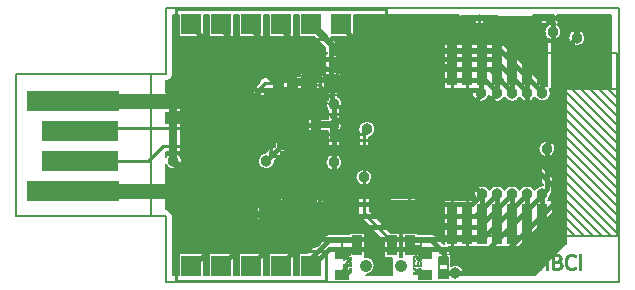
<source format=gbr>
G04 EasyPC Gerber Version 21.0.3 Build 4286 *
G04 #@! TF.Part,Single*
G04 #@! TF.FileFunction,Legend,Top *
G04 #@! TF.FilePolarity,Positive *
%FSLAX35Y35*%
%MOIN*%
G04 #@! TA.AperFunction,SMDPad*
%ADD100R,0.00600X0.02600*%
%ADD23R,0.01200X0.03200*%
%ADD94R,0.01800X0.01800*%
%ADD84R,0.01800X0.03800*%
%ADD96R,0.02156X0.05306*%
%ADD105R,0.02200X0.02900*%
%ADD18R,0.02400X0.02400*%
%ADD92R,0.02600X0.12600*%
%ADD70R,0.02756X0.05906*%
%ADD28R,0.02800X0.03500*%
%ADD78R,0.03000X0.03000*%
%ADD16R,0.03200X0.13200*%
%ADD101R,0.02600X0.00600*%
%ADD24R,0.03200X0.01200*%
%ADD104R,0.01600X0.01400*%
%ADD93R,0.01800X0.01800*%
%ADD85R,0.03800X0.01800*%
%ADD27R,0.02200X0.02000*%
%ADD17R,0.02400X0.02400*%
%ADD97R,0.03337X0.02550*%
%ADD88R,0.02800X0.02600*%
%ADD77R,0.03000X0.03000*%
%ADD20R,0.03937X0.03150*%
%ADD79R,0.03356X0.06506*%
%ADD89R,0.03400X0.04100*%
%ADD76R,0.03800X0.13800*%
%ADD95R,0.03691X0.03337*%
%ADD81R,0.04537X0.03750*%
%ADD19R,0.04291X0.03937*%
%ADD147R,0.04891X0.04537*%
%ADD103R,0.05400X0.12200*%
%ADD26R,0.06000X0.12800*%
%ADD87R,0.06600X0.13400*%
G04 #@! TA.AperFunction,ComponentPad*
%ADD29R,0.06000X0.06000*%
%ADD90R,0.06600X0.06600*%
G04 #@! TA.AperFunction,SMDPad*
%ADD102R,0.09400X0.09400*%
%ADD25R,0.10000X0.10000*%
%ADD86R,0.10600X0.10600*%
G04 #@! TD.AperFunction*
%ADD12C,0.00100*%
%ADD13C,0.00300*%
%ADD11C,0.00500*%
%ADD14C,0.00600*%
%ADD15C,0.01000*%
%ADD75C,0.01500*%
%ADD73C,0.02500*%
G04 #@! TA.AperFunction,ViaPad*
%ADD72C,0.03200*%
G04 #@! TA.AperFunction,ComponentPad*
%ADD71C,0.03543*%
G04 #@! TA.AperFunction,ViaPad*
%ADD91C,0.03800*%
G04 #@! TA.AperFunction,ComponentPad*
%ADD80C,0.04143*%
G04 #@! TD.AperFunction*
%ADD74C,0.05000*%
G04 #@! TA.AperFunction,SMDPad*
%ADD99R,0.24400X0.05700*%
%ADD98R,0.29400X0.05700*%
%ADD22R,0.25000X0.06300*%
%ADD21R,0.30000X0.06300*%
%ADD83R,0.25600X0.06900*%
%ADD82R,0.30600X0.06900*%
X0Y0D02*
D02*
D11*
X45250Y22750D02*
Y70250D01*
X250*
Y22750*
X45250*
X50250Y25250D02*
G75*
G02X52750Y22750J-2500D01*
G01*
Y3250*
X54500*
Y10500*
X60672*
X78336Y28164*
G75*
G02X79750Y28750I1414J-1414*
G01*
X151422*
X152900Y30228*
G75*
G02Y30250I2865J11*
G01*
G75*
G02X158250Y31619I2850*
G01*
G75*
G02X163250I2500J-1369*
G01*
G75*
G02X168250I2500J-1369*
G01*
G75*
G02X173250I2500J-1369*
G01*
G75*
G02X176092Y33080I2500J-1369*
G01*
X169336Y39836*
G75*
G02X168750Y41250I1414J1414*
G01*
Y61720*
G75*
G02X168250Y62381I1999J2030*
G01*
G75*
G02X163250I-2500J1369*
G01*
G75*
G02X158002Y62996I-2500J1369*
G01*
G75*
G02X152578Y62750I-2752J754*
G01*
X107619*
G75*
G02X108250Y58220I-1369J-2500*
G01*
Y55280*
G75*
G02Y51220I-2000J-2030*
G01*
Y42780*
G75*
G02X109100Y40750I-2000J-2030*
G01*
G75*
G02X103400I-2850*
G01*
G75*
G02X104250Y42780I2850*
G01*
Y51220*
G75*
G02X104220Y51250I1993J2023*
G01*
X96578*
X86600Y41272*
G75*
G02Y41250I-2872J-11*
G01*
G75*
G02X80900I-2850*
G01*
G75*
G02X83772Y44100I2850*
G01*
X94336Y54664*
G75*
G02X95750Y55250I1414J-1414*
G01*
X104220*
G75*
G02X104250Y55280I2023J-1993*
G01*
Y58220*
G75*
G02X104881Y62750I2000J2030*
G01*
X80250*
G75*
G02X78836Y63336J2000*
G01*
X59672Y82500*
X54500*
Y89750*
X52750*
Y70250*
G75*
G02X50250Y67750I-2500*
G01*
Y64100*
G75*
G02X52985Y62050J-2850*
G01*
X54518Y60518*
G75*
G02X55250Y58750I-1768J-1768*
G01*
Y42619*
G75*
G02X50250Y39881I-2500J-1369*
G01*
Y25250*
X114500Y38000D02*
Y51002D01*
G75*
G02X114400Y51750I2750J748*
G01*
G75*
G02X120100I2850*
G01*
G75*
G02X118000Y49000I-2850*
G01*
Y38000*
G75*
G02X119100Y35750I-1750J-2250*
G01*
G75*
G02X113400I-2850*
G01*
G75*
G02X114500Y38000I2850*
G01*
X168750Y43750D02*
G36*
X118000D01*
Y38000*
G75*
G02X119100Y35750I-1751J-2250*
G01*
G75*
G02X113400I-2850*
G01*
G75*
G02X114500Y38000I2851J0*
G01*
Y43750*
X108250*
Y42780*
G75*
G02X109100Y40750I-2002J-2031*
G01*
G75*
G02X103400I-2850*
G01*
G75*
G02X104250Y42780I2852J-1*
G01*
Y43750*
X89078*
X86600Y41272*
Y41250*
G75*
G02X80900I-2850*
G01*
G75*
G02X82382Y43750I2850J0*
G01*
X55250*
Y42619*
G75*
G02X55600Y41250I-2500J-1369*
G01*
G75*
G02X50500Y39501I-2850*
G01*
Y25237*
G75*
G02X52750Y22750I-250J-2488*
G01*
Y3500*
X54500*
Y10500*
X60672*
X78336Y28164*
G75*
G02X79750Y28750I1415J-1415*
G01*
X151422*
X152900Y30228*
Y30250*
G75*
G02X158250Y31619I2850*
G01*
G75*
G02X163250I2500J-1369*
G01*
G75*
G02X168250I2500J-1369*
G01*
G75*
G02X173250I2500J-1369*
G01*
G75*
G02X175842Y33099I2500J-1367*
G01*
Y33330*
X169336Y39836*
G75*
G02X168750Y41250I1415J1415*
G01*
Y43750*
G37*
X54500Y89500D02*
G36*
X52750D01*
Y70250*
G75*
G02X50500Y67763I-2500J0*
G01*
Y64089*
G75*
G02X52985Y62050I-250J-2839*
G01*
X54518Y60518*
G75*
G02X55250Y58751I-1766J-1767*
G01*
G75*
G02Y58750I-2820J0*
G01*
Y43750*
X82382*
G75*
G02X83772Y44100I1369J-2500*
G01*
X94336Y54664*
G75*
G02X95750Y55250I1415J-1415*
G01*
X104220*
G75*
G02X104250Y55280I599J-569*
G01*
Y58220*
G75*
G02X103400Y60250I2000J2030*
G01*
G75*
G02X104881Y62750I2850*
G01*
X80250*
G75*
G02X78836Y63336I0J2001*
G01*
X59672Y82500*
X54500*
Y89500*
G37*
X104250Y43750D02*
G36*
Y51220D01*
G75*
G02X104220Y51250I569J599*
G01*
X96578*
X89078Y43750*
X104250*
G37*
X168750D02*
G36*
Y61720D01*
G75*
G02X168250Y62381I2010J2039*
G01*
G75*
G02X163250I-2500J1369*
G01*
G75*
G02X158002Y62996I-2500J1369*
G01*
G75*
G02X152578Y62750I-2752J755*
G01*
X107619*
G75*
G02X109100Y60250I-1368J-2500*
G01*
G75*
G02X108250Y58220I-2850*
G01*
Y55280*
G75*
G02X109100Y53250I-2000J-2030*
G01*
G75*
G02X108250Y51220I-2850*
G01*
Y43750*
X114500*
Y51002*
G75*
G02X114400Y51750I2760J750*
G01*
G75*
G02X120100I2850*
G01*
G75*
G02X118000Y49000I-2850*
G01*
Y43750*
X168750*
G37*
X50250Y25250D02*
G75*
G02X52750Y22750J-2500D01*
G01*
Y3250*
X54500*
Y10500*
X63000*
Y3250*
X64500*
Y10500*
X73000*
Y3250*
X74500*
Y10500*
X78750*
Y46374*
X72049*
X70609Y44912*
G75*
G02X69700Y44396I-1359J1339*
G01*
Y43700*
X69600*
Y38900*
X65000*
Y38700*
X69600*
Y33800*
X60800*
Y38700*
X61500*
Y38900*
X60800*
Y43800*
X60900*
Y44343*
X50250*
Y42619*
G75*
G02X55485Y42050I2500J-1369*
G01*
X57918Y39618*
G75*
G02X58315Y39100I-1768J-1768*
G01*
X58600*
Y38348*
G75*
G02X58650Y37850I-2451J-498*
G01*
Y36650*
G75*
G02X58600Y36152I-2501*
G01*
Y34512*
G75*
G02X59402Y33902I-1850J-3262*
G01*
X60303Y33000*
G75*
G02X63440Y31300I-3J-3750*
G01*
X63500*
Y32400*
X72000*
Y17100*
X63500*
Y18500*
X61750*
G75*
G02X58610Y20200J3750*
G01*
X58600*
Y20215*
G75*
G02Y24285I3150J2035*
G01*
Y25503*
G75*
G02X56098Y26598I150J3747*
G01*
X55197Y27500*
X50250*
Y25250*
G36*
G75*
G02X52750Y22750J-2500*
G01*
Y3250*
X54500*
Y10500*
X63000*
Y3250*
X64500*
Y10500*
X73000*
Y3250*
X74500*
Y10500*
X78750*
Y46374*
X72049*
X70609Y44912*
G75*
G02X69700Y44396I-1359J1339*
G01*
Y43700*
X69600*
Y38900*
X65000*
Y38700*
X69600*
Y33800*
X60800*
Y38700*
X61500*
Y38900*
X60800*
Y43800*
X60900*
Y44343*
X50250*
Y42619*
G75*
G02X55485Y42050I2500J-1369*
G01*
X57918Y39618*
G75*
G02X58315Y39100I-1768J-1768*
G01*
X58600*
Y38348*
G75*
G02X58650Y37850I-2451J-498*
G01*
Y36650*
G75*
G02X58600Y36152I-2501*
G01*
Y34512*
G75*
G02X59402Y33902I-1850J-3262*
G01*
X60303Y33000*
G75*
G02X63440Y31300I-3J-3750*
G01*
X63500*
Y32400*
X72000*
Y17100*
X63500*
Y18500*
X61750*
G75*
G02X58610Y20200J3750*
G01*
X58600*
Y20215*
G75*
G02Y24285I3150J2035*
G01*
Y25503*
G75*
G02X56098Y26598I150J3747*
G01*
X55197Y27500*
X50250*
Y25250*
G37*
Y53900D02*
X60900D01*
Y54600*
X61443*
Y55400*
X60800*
Y60300*
X61500*
Y60900*
X60800*
Y65800*
X69600*
Y60900*
X65000*
Y60300*
X69600*
Y55400*
X65257*
Y54600*
X69700*
Y54104*
G75*
G02X70599Y53599I-450J-1854*
G01*
X72040Y52157*
X78750*
Y82500*
X74500*
Y89750*
X73000*
Y82500*
X64500*
Y89750*
X63000*
Y82500*
X54500*
Y89750*
X52750*
Y70250*
G75*
G02X50250Y67750I-2500*
G01*
Y65323*
G75*
G02X51839Y65000J-4073*
G01*
X53600*
Y70300*
X58900*
Y62300*
G75*
G02Y60200I-3600J-1050*
G01*
Y59200*
X58440*
G75*
G02X55300Y57500I-3140J2050*
G01*
X51839*
G75*
G02X50250Y57177I-1589J3750*
G01*
Y53900*
G36*
X60900*
Y54600*
X61443*
Y55400*
X60800*
Y60300*
X61500*
Y60900*
X60800*
Y65800*
X69600*
Y60900*
X65000*
Y60300*
X69600*
Y55400*
X65257*
Y54600*
X69700*
Y54104*
G75*
G02X70599Y53599I-450J-1854*
G01*
X72040Y52157*
X78750*
Y82500*
X74500*
Y89750*
X73000*
Y82500*
X64500*
Y89750*
X63000*
Y82500*
X54500*
Y89750*
X52750*
Y70250*
G75*
G02X50250Y67750I-2500*
G01*
Y65323*
G75*
G02X51839Y65000J-4073*
G01*
X53600*
Y70300*
X58900*
Y62300*
G75*
G02Y60200I-3600J-1050*
G01*
Y59200*
X58440*
G75*
G02X55300Y57500I-3140J2050*
G01*
X51839*
G75*
G02X50250Y57177I-1589J3750*
G01*
Y53900*
G37*
X57750Y31150D02*
X54550D01*
Y38250*
X57750*
Y31150*
X58150Y59950D02*
X54350D01*
Y69550*
X58150*
Y59950*
X61650Y34650D02*
Y37850D01*
X68750*
Y34650*
X61650*
Y39750D02*
Y42950D01*
X68750*
Y39750*
X61650*
Y56250D02*
Y59450D01*
X68750*
Y56250*
X61650*
Y61750D02*
Y64950D01*
X68750*
Y61750*
X61650*
X63150Y20950D02*
X59350D01*
Y30550*
X63150*
Y20950*
X64350Y17950D02*
X88150D01*
Y31550*
X64350*
Y17950*
X68850Y47750D02*
Y44550D01*
X61750*
Y47750*
X68850*
Y53750D02*
Y50550D01*
X61750*
Y53750*
X68850*
X78750Y10500D02*
X83000D01*
Y3250*
X84500*
Y10500*
X93000*
Y3250*
X94500*
Y10500*
X97449*
X103224Y16276*
G75*
G02X104750Y16907I1526J-1526*
G01*
X111264*
Y17343*
X116520*
Y9270*
G75*
G02X119869Y6266I328J-3004*
G01*
G75*
G02X117030Y3250I-3022*
G01*
X125750*
Y5446*
G75*
G02Y7086I2908J820*
G01*
Y8937*
X123075*
Y14228*
X114901Y22401*
G75*
G02X114343Y23750I1349J1349*
G01*
Y33632*
G75*
G02X113400Y35750I1907J2118*
G01*
G75*
G02X119100I2850*
G01*
G75*
G02X118157Y33632I-2850*
G01*
Y24540*
X125355Y17343*
X125750*
Y27900*
X124800*
Y32531*
X123854*
Y38969*
X125750*
Y51743*
X125030*
X120086Y46889*
G75*
G02X118750Y46343I-1336J1361*
G01*
X103074*
Y44463*
X98537*
Y39926*
X97757*
X99192Y38506*
G75*
G02X99504Y38100I-1342J-1354*
G01*
X104200*
Y33200*
X103673*
G75*
G02X103591Y32969I-1923J550*
G01*
X104250*
Y38720*
G75*
G02X103400Y40750I2000J2030*
G01*
G75*
G02X109100I2850*
G01*
G75*
G02X108250Y38720I-2850*
G01*
Y32969*
X108646*
Y26531*
X101854*
Y31026*
X101646Y30817*
Y26531*
X94854*
Y32969*
X98140*
X98372Y33200*
X95400*
Y36891*
X93376Y38894*
G75*
G02X92811Y40250I1342J1356*
G01*
Y42776*
G75*
G02X92869Y43241I1907*
G01*
Y45626*
X97374*
Y54874*
X92869*
Y60574*
X98537*
Y58500*
X104000*
G75*
G02X103750Y61619I2250J1750*
G01*
Y64031*
X101854*
Y70469*
X103250*
Y78922*
X99672Y82500*
X94500*
Y89750*
X93000*
Y82500*
X84500*
Y89750*
X83000*
Y82500*
X78750*
Y52157*
X80645*
X79901Y52901*
G75*
G02X79343Y54250I1349J1349*
G01*
Y65250*
G75*
G02X79901Y66599I1907*
G01*
X81801Y68499*
G75*
G02X83150Y69057I1349J-1349*
G01*
X85900*
Y69600*
X94700*
Y69407*
X94854*
Y70469*
X101646*
Y64031*
X94854*
Y65093*
X94700*
Y64700*
X85900*
Y65243*
X83940*
X83157Y64460*
Y56037*
X86963*
Y60574*
X92631*
Y54874*
X88126*
Y45626*
X92631*
Y43241*
G75*
G02X92689Y42776I-1849J-465*
G01*
Y40250*
G75*
G02X92125Y38896I-1907*
G01*
X89100Y35894*
Y35507*
G75*
G02X89250Y33326I-2350J-1257*
G01*
Y28750*
G75*
G02X89000Y27660I-2500*
G01*
Y17100*
X80500*
Y32400*
X84250*
Y33326*
G75*
G02X84400Y35507I2500J924*
G01*
Y36500*
X84859*
G75*
G02X85406Y37604I1891J-250*
G01*
X87747Y39926*
X86963*
Y41026*
X86591*
G75*
G02X80900Y41250I-2841J224*
G01*
G75*
G02X83369Y44074I2850*
G01*
Y44463*
X82426*
Y46374*
X78750*
Y10500*
G36*
X83000*
Y3250*
X84500*
Y10500*
X93000*
Y3250*
X94500*
Y10500*
X97449*
X103224Y16276*
G75*
G02X104750Y16907I1526J-1526*
G01*
X111264*
Y17343*
X116520*
Y9270*
G75*
G02X119869Y6266I328J-3004*
G01*
G75*
G02X117030Y3250I-3022*
G01*
X125750*
Y5446*
G75*
G02Y7086I2908J820*
G01*
Y8937*
X123075*
Y14228*
X114901Y22401*
G75*
G02X114343Y23750I1349J1349*
G01*
Y33632*
G75*
G02X113400Y35750I1907J2118*
G01*
G75*
G02X119100I2850*
G01*
G75*
G02X118157Y33632I-2850*
G01*
Y24540*
X125355Y17343*
X125750*
Y27900*
X124800*
Y32531*
X123854*
Y38969*
X125750*
Y51743*
X125030*
X120086Y46889*
G75*
G02X118750Y46343I-1336J1361*
G01*
X103074*
Y44463*
X98537*
Y39926*
X97757*
X99192Y38506*
G75*
G02X99504Y38100I-1342J-1354*
G01*
X104200*
Y33200*
X103673*
G75*
G02X103591Y32969I-1923J550*
G01*
X104250*
Y38720*
G75*
G02X103400Y40750I2000J2030*
G01*
G75*
G02X109100I2850*
G01*
G75*
G02X108250Y38720I-2850*
G01*
Y32969*
X108646*
Y26531*
X101854*
Y31026*
X101646Y30817*
Y26531*
X94854*
Y32969*
X98140*
X98372Y33200*
X95400*
Y36891*
X93376Y38894*
G75*
G02X92811Y40250I1342J1356*
G01*
Y42776*
G75*
G02X92869Y43241I1907*
G01*
Y45626*
X97374*
Y54874*
X92869*
Y60574*
X98537*
Y58500*
X104000*
G75*
G02X103750Y61619I2250J1750*
G01*
Y64031*
X101854*
Y70469*
X103250*
Y78922*
X99672Y82500*
X94500*
Y89750*
X93000*
Y82500*
X84500*
Y89750*
X83000*
Y82500*
X78750*
Y52157*
X80645*
X79901Y52901*
G75*
G02X79343Y54250I1349J1349*
G01*
Y65250*
G75*
G02X79901Y66599I1907*
G01*
X81801Y68499*
G75*
G02X83150Y69057I1349J-1349*
G01*
X85900*
Y69600*
X94700*
Y69407*
X94854*
Y70469*
X101646*
Y64031*
X94854*
Y65093*
X94700*
Y64700*
X85900*
Y65243*
X83940*
X83157Y64460*
Y56037*
X86963*
Y60574*
X92631*
Y54874*
X88126*
Y45626*
X92631*
Y43241*
G75*
G02X92689Y42776I-1849J-465*
G01*
Y40250*
G75*
G02X92125Y38896I-1907*
G01*
X89100Y35894*
Y35507*
G75*
G02X89250Y33326I-2350J-1257*
G01*
Y28750*
G75*
G02X89000Y27660I-2500*
G01*
Y17100*
X80500*
Y32400*
X84250*
Y33326*
G75*
G02X84400Y35507I2500J924*
G01*
Y36500*
X84859*
G75*
G02X85406Y37604I1891J-250*
G01*
X87747Y39926*
X86963*
Y41026*
X86591*
G75*
G02X80900Y41250I-2841J224*
G01*
G75*
G02X83369Y44074I2850*
G01*
Y44463*
X82426*
Y46374*
X78750*
Y10500*
G37*
X86850Y35550D02*
X81550D01*
Y32950*
X86850*
X88150Y34250*
X86850Y35550*
X93850Y68750D02*
Y65550D01*
X86750*
Y68750*
X93850*
X95600Y27100D02*
Y32400D01*
X107900*
Y27100*
X95600*
Y64600D02*
Y69900D01*
X107900*
Y64600*
X95600*
X107437Y63250D02*
X104625D01*
X104000Y62937*
X103687Y62313*
Y61063*
X104000Y60437*
X104625Y60125*
X107437*
X103687Y57625D02*
Y56375D01*
Y57000D02*
X107437D01*
X106813Y57625*
X103350Y37250D02*
Y34050D01*
X96250*
Y37250*
X103350*
X104250Y27250D02*
X99250Y29750D01*
X104250Y32250*
Y64750D02*
X99250Y67250D01*
X104250Y69750*
X113000Y84828D02*
X114578Y83250D01*
X125922*
X132422Y89750*
X113000*
Y84828*
G36*
X114578Y83250*
X125922*
X132422Y89750*
X113000*
Y84828*
G37*
X124600Y33100D02*
Y38400D01*
X136900*
Y33100*
X124600*
X125650Y28750D02*
Y31950D01*
X132750*
Y28750*
X125650*
X125750Y17343D02*
X128331D01*
Y9270*
G75*
G02X128980Y9270I327J-3004*
G01*
Y17343*
X134236*
Y16907*
X138750*
G75*
G02X140276Y16276J-2157*
G01*
X142900Y13651*
Y28100*
X153750*
Y28220*
G75*
G02X152900Y30250I2000J2030*
G01*
G75*
G02Y30272I2865J11*
G01*
X149422Y33750*
X137646*
Y32531*
X133600*
Y27900*
X125750*
Y17343*
G36*
X128331*
Y9270*
G75*
G02X128980Y9270I327J-3004*
G01*
Y17343*
X134236*
Y16907*
X138750*
G75*
G02X140276Y16276J-2157*
G01*
X142900Y13651*
Y28100*
X153750*
Y28220*
G75*
G02X152900Y30250I2000J2030*
G01*
G75*
G02Y30272I2865J11*
G01*
X149422Y33750*
X137646*
Y32531*
X133600*
Y27900*
X125750*
Y17343*
G37*
Y38969D02*
X130646D01*
Y32800*
X130854*
Y38969*
X137646*
Y37750*
X150250*
G75*
G02X151664Y37164J-2000*
G01*
X155728Y33100*
G75*
G02X158250Y31619I22J-2850*
G01*
G75*
G02X163250I2500J-1369*
G01*
G75*
G02X168250I2500J-1369*
G01*
G75*
G02X173250I2500J-1369*
G01*
G75*
G02X175250Y33056I2500J-1369*
G01*
Y43220*
G75*
G02X174400Y45250I2000J2030*
G01*
G75*
G02X180100I2850*
G01*
G75*
G02X179250Y43220I-2850*
G01*
Y31750*
G75*
G02X178664Y30336I-2000*
G01*
X178600Y30272*
G75*
G02Y30250I-2872J-11*
G01*
G75*
G02X177750Y28220I-2850*
G01*
Y28100*
X183600*
Y13600*
X183750Y13750*
Y65200*
X178204*
G75*
G02X178600Y63750I-2454J-1450*
G01*
G75*
G02X173250Y62381I-2850*
G01*
G75*
G02X168250I-2500J1369*
G01*
G75*
G02X163250I-2500J1369*
G01*
G75*
G02X160959Y60907I-2500J1369*
G01*
X152276Y52224*
G75*
G02X150750Y51593I-1526J1526*
G01*
X138200*
Y51200*
X129400*
Y51743*
X125750*
Y38969*
G36*
X130646*
Y32800*
X130854*
Y38969*
X137646*
Y37750*
X150250*
G75*
G02X151664Y37164J-2000*
G01*
X155728Y33100*
G75*
G02X158250Y31619I22J-2850*
G01*
G75*
G02X163250I2500J-1369*
G01*
G75*
G02X168250I2500J-1369*
G01*
G75*
G02X173250I2500J-1369*
G01*
G75*
G02X175250Y33056I2500J-1369*
G01*
Y43220*
G75*
G02X174400Y45250I2000J2030*
G01*
G75*
G02X180100I2850*
G01*
G75*
G02X179250Y43220I-2850*
G01*
Y31750*
G75*
G02X178664Y30336I-2000*
G01*
X178600Y30272*
G75*
G02Y30250I-2872J-11*
G01*
G75*
G02X177750Y28220I-2850*
G01*
Y28100*
X183600*
Y13600*
X183750Y13750*
Y65200*
X178204*
G75*
G02X178600Y63750I-2454J-1450*
G01*
G75*
G02X173250Y62381I-2850*
G01*
G75*
G02X168250I-2500J1369*
G01*
G75*
G02X163250I-2500J1369*
G01*
G75*
G02X160959Y60907I-2500J1369*
G01*
X152276Y52224*
G75*
G02X150750Y51593I-1526J1526*
G01*
X138200*
Y51200*
X129400*
Y51743*
X125750*
Y38969*
G37*
Y58500D02*
X128525D01*
X129113Y59087*
G75*
G02X129300Y59250I1237J-1237*
G01*
Y60300*
X138100*
Y59907*
X148856*
X152414Y63465*
G75*
G02X152796Y65200I2836J285*
G01*
X142900*
Y80900*
X168250*
Y81400*
X167800*
Y86300*
X171800*
Y86350*
X161646*
Y83531*
X154854*
Y89750*
X154646*
Y83531*
X147854*
Y89750*
X125750*
Y58500*
G36*
X128525*
X129113Y59087*
G75*
G02X129300Y59250I1237J-1237*
G01*
Y60300*
X138100*
Y59907*
X148856*
X152414Y63465*
G75*
G02X152796Y65200I2836J285*
G01*
X142900*
Y80900*
X168250*
Y81400*
X167800*
Y86300*
X171800*
Y86350*
X161646*
Y83531*
X154854*
Y89750*
X154646*
Y83531*
X147854*
Y89750*
X125750*
Y58500*
G37*
Y89750*
X113000*
Y82500*
X105328*
X106664Y81164*
G75*
G02X107250Y79750I-1414J-1414*
G01*
Y70469*
X108646*
Y64031*
X107750*
Y62673*
G75*
G02X108500Y58500I-1500J-2423*
G01*
X125750*
G36*
Y89750*
X113000*
Y82500*
X105328*
X106664Y81164*
G75*
G02X107250Y79750I-1414J-1414*
G01*
Y70469*
X108646*
Y64031*
X107750*
Y62673*
G75*
G02X108500Y58500I-1500J-2423*
G01*
X125750*
G37*
X128578Y80250D02*
X161750D01*
G75*
G02X163164Y79664J-2000*
G01*
X176278Y66551*
G75*
G02X177250Y66173I-528J-2801*
G01*
Y82220*
G75*
G02X177881Y86750I2000J2030*
G01*
X135078*
X128578Y80250*
G36*
X161750*
G75*
G02X163164Y79664J-2000*
G01*
X176278Y66551*
G75*
G02X177250Y66173I-528J-2801*
G01*
Y82220*
G75*
G02X177881Y86750I2000J2030*
G01*
X135078*
X128578Y80250*
G37*
X130150Y56250D02*
Y59450D01*
X137250*
Y56250*
X130150*
X133250Y33250D02*
X128250Y35750D01*
X133250Y38250*
X137350Y55250D02*
Y52050D01*
X130250*
Y55250*
X137350*
X141250Y9350D02*
X144450D01*
Y2250*
X141250*
Y9350*
X160900Y89400D02*
Y84100D01*
X148600*
Y89400*
X160900*
X168650Y82250D02*
Y85450D01*
X175750*
Y82250*
X168650*
X172650Y86750D02*
Y89950D01*
X179750*
Y86750*
X172650*
X173250Y3250D02*
X183750Y13750D01*
Y65250*
X198750*
Y89750*
X184578*
X188664Y85664*
G75*
G02X189250Y84281I-1414J-1414*
G01*
G75*
G02X190100Y82250I-2000J-2031*
G01*
G75*
G02X184400I-2850*
G01*
G75*
G02X184863Y83808I2850J0*
G01*
X181922Y86750*
X180619*
G75*
G02X181250Y82220I-1369J-2500*
G01*
Y48750*
G75*
G02X180664Y47336I-2000*
G01*
X179817Y46489*
G75*
G02X180100Y45250I-2567J-1238*
G01*
G75*
G02X174400I-2850*
G01*
G75*
G02X175350Y47374I2850*
G01*
G75*
G02X175836Y48164I1900J-624*
G01*
X177250Y49578*
Y61327*
G75*
G02X173250Y62381I-1500J2423*
G01*
G75*
G02X172750Y61720I-2499J1369*
G01*
Y42078*
X180664Y34164*
G75*
G02X181250Y32750I-1414J-1414*
G01*
Y26750*
G75*
G02X180664Y25336I-2000*
G01*
X158578Y3250*
X173250*
G36*
X183750Y13750*
Y65250*
X198750*
Y89750*
X184578*
X188664Y85664*
G75*
G02X189250Y84281I-1414J-1414*
G01*
G75*
G02X190100Y82250I-2000J-2031*
G01*
G75*
G02X184400I-2850*
G01*
G75*
G02X184863Y83808I2850J0*
G01*
X181922Y86750*
X180619*
G75*
G02X181250Y82220I-1369J-2500*
G01*
Y48750*
G75*
G02X180664Y47336I-2000*
G01*
X179817Y46489*
G75*
G02X180100Y45250I-2567J-1238*
G01*
G75*
G02X174400I-2850*
G01*
G75*
G02X175350Y47374I2850*
G01*
G75*
G02X175836Y48164I1900J-624*
G01*
X177250Y49578*
Y61327*
G75*
G02X173250Y62381I-1500J2423*
G01*
G75*
G02X172750Y61720I-2499J1369*
G01*
Y42078*
X180664Y34164*
G75*
G02X181250Y32750I-1414J-1414*
G01*
Y26750*
G75*
G02X180664Y25336I-2000*
G01*
X158578Y3250*
X173250*
G37*
X182400Y12400*
X144151*
X144376Y12176*
G75*
G02X145007Y10650I-1526J-1526*
G01*
Y10200*
X145300*
Y6204*
G75*
G02X149556Y3250I1450J-2454*
G01*
X173250*
G36*
X182400Y12400*
X144151*
X144376Y12176*
G75*
G02X145007Y10650I-1526J-1526*
G01*
Y10200*
X145300*
Y6204*
G75*
G02X149556Y3250I1450J-2454*
G01*
X173250*
G37*
X186750Y16250D02*
X183750Y19250D01*
X189750Y16250D02*
X183750Y22250D01*
X192750Y16250D02*
X183750Y25250D01*
X195750Y16250D02*
X183750Y28250D01*
X198600Y65250D02*
X198750D01*
Y89750*
X180600*
Y88728*
X180664Y88664*
G75*
G02X181250Y87250I-1414J-1414*
G01*
Y86280*
G75*
G02X177750Y81827I-2000J-2030*
G01*
Y80900*
X183756*
G75*
G02X184336Y82164I1994J-150*
G01*
X184400Y82228*
G75*
G02Y82250I2865J11*
G01*
G75*
G02X190100I2850*
G01*
G75*
G02X189760Y80900I-2850J0*
G01*
X198600*
Y65250*
G36*
X198750*
Y89750*
X180600*
Y88728*
X180664Y88664*
G75*
G02X181250Y87250I-1414J-1414*
G01*
Y86280*
G75*
G02X177750Y81827I-2000J-2030*
G01*
Y80900*
X183756*
G75*
G02X184336Y82164I1994J-150*
G01*
X184400Y82228*
G75*
G02Y82250I2865J11*
G01*
G75*
G02X190100I2850*
G01*
G75*
G02X189760Y80900I-2850J0*
G01*
X198600*
Y65250*
G37*
X198750Y16250D02*
X183750Y31250D01*
X200750Y16250D02*
Y65250D01*
X183750*
Y16250*
X200750*
Y77250*
X140750*
Y16250*
X200750*
Y17250D02*
X183750Y34250D01*
X200750Y20250D02*
X183750Y37250D01*
X200750Y23250D02*
X183750Y40250D01*
X200750Y26250D02*
X183750Y43250D01*
X200750Y29250D02*
X183750Y46250D01*
X200750Y32250D02*
X183750Y49250D01*
X200750Y35250D02*
X183750Y52250D01*
X200750Y38250D02*
X183750Y55250D01*
X200750Y41250D02*
X183750Y58250D01*
X200750Y44250D02*
X183750Y61250D01*
X200750Y47250D02*
X183750Y64250D01*
X200750Y50250D02*
X185750Y65250D01*
X188750*
X200750Y53250*
Y56250*
X191750Y65250*
X194750*
X200750Y59250*
Y62250*
X197750Y65250*
X201250Y750D02*
Y92250D01*
X50250*
Y70250*
X250*
Y22750*
X50250*
Y750*
X201250*
D02*
D12*
X55933Y17216D02*
X55825Y17011D01*
X55732Y16796*
X55650Y16571*
X55586Y16337*
X55537Y16088*
X55498Y15834*
X55478Y15565*
X55469Y15292*
X55474Y15136*
X55483Y14984*
X55498Y14838*
X55518Y14696*
X55542Y14555*
X55571Y14423*
X55610Y14291*
X55654Y14164*
X55703Y14042*
X55757Y13920*
X55815Y13807*
X55879Y13695*
X55952Y13588*
X56030Y13485*
X56113Y13388*
X56201Y13295*
X56294Y13202*
X56392Y13119*
X56489Y13041*
X56597Y12968*
X56704Y12900*
X56821Y12841*
X56939Y12787*
X57061Y12738*
X57187Y12694*
X57315Y12655*
X57451Y12626*
X57588Y12597*
X57730Y12577*
X57876Y12563*
X58027Y12553*
X58183*
X58340*
X58491Y12563*
X58643Y12577*
X58789Y12602*
X58931Y12631*
X59067Y12665*
X59199Y12704*
X59331Y12753*
X59458Y12807*
X59585Y12865*
X59702Y12933*
X59819Y13007*
X59937Y13085*
X60044Y13168*
X60151Y13261*
X60254Y13358*
X60352Y13461*
X60439Y13569*
X60527Y13681*
X60606Y13793*
X60679Y13915*
X60742Y14037*
X60806Y14164*
X60859Y14296*
X60903Y14433*
X60947Y14574*
X60981Y14716*
X61006Y14862*
X61030Y15014*
X61045Y15170*
X61055Y15331*
X61059Y15497*
X61055Y15707*
X61045Y15917*
X61025Y16112*
X60996Y16307*
X60962Y16488*
X60918Y16669*
X60869Y16840*
X60811Y17001*
X59790*
X59883Y16840*
X59956Y16669*
X60024Y16493*
X60073Y16307*
X60117Y16107*
X60146Y15902*
X60166Y15687*
X60171Y15468*
X60161Y15272*
X60137Y15082*
X60098Y14906*
X60039Y14735*
X59961Y14579*
X59873Y14428*
X59766Y14286*
X59639Y14159*
X59502Y14037*
X59356Y13935*
X59194Y13852*
X59024Y13778*
X58843Y13725*
X58652Y13685*
X58452Y13661*
X58237Y13651*
X58022Y13661*
X57817Y13681*
X57627Y13715*
X57451Y13769*
X57280Y13832*
X57129Y13910*
X56987Y14003*
X56856Y14110*
X56738Y14228*
X56641Y14354*
X56557Y14496*
X56484Y14648*
X56431Y14809*
X56392Y14980*
X56372Y15165*
X56362Y15356*
X56367Y15473*
X56372Y15590*
X56387Y15697*
X56401Y15800*
X56426Y15898*
X56450Y15990*
X56484Y16083*
X56519Y16166*
X57715*
Y15057*
X58565*
Y17216*
X55933*
X57480Y19369D02*
X55567D01*
Y18324*
X60972*
Y20106*
X60962Y20346*
X60943Y20570*
X60913Y20780*
X60864Y20971*
X60806Y21146*
X60732Y21313*
X60644Y21459*
X60547Y21586*
X60435Y21703*
X60307Y21806*
X60171Y21889*
X60020Y21957*
X59854Y22011*
X59673Y22050*
X59482Y22074*
X59277Y22084*
X59077Y22074*
X58887Y22045*
X58711Y21996*
X58540Y21933*
X58379Y21850*
X58228Y21747*
X58091Y21625*
X57959Y21483*
X57842Y21332*
X57744Y21166*
X57656Y20995*
X57593Y20815*
X57539Y20619*
X57505Y20419*
X57485Y20209*
X57480Y19984*
Y19369*
X60137D02*
X58301D01*
Y19901*
X58306Y20033*
X58315Y20155*
X58335Y20268*
X58359Y20375*
X58394Y20473*
X58433Y20561*
X58481Y20644*
X58535Y20712*
X58599Y20775*
X58667Y20834*
X58745Y20878*
X58828Y20917*
X58921Y20946*
X59019Y20966*
X59126Y20980*
X59238Y20985*
X59346Y20980*
X59448Y20966*
X59541Y20946*
X59629Y20917*
X59712Y20883*
X59785Y20834*
X59854Y20780*
X59912Y20717*
X59966Y20648*
X60010Y20570*
X60049Y20482*
X60083Y20390*
X60107Y20282*
X60122Y20170*
X60132Y20053*
X60137Y19921*
Y19369*
X60142Y24467D02*
Y23988D01*
X56392*
Y24467*
X55567*
Y22475*
X56392*
Y22943*
X60142*
Y22475*
X60972*
Y24467*
X60142*
X58198Y24935D02*
X58354D01*
X58511Y24945*
X58657Y24960*
X58804Y24980*
X58950Y25004*
X59087Y25038*
X59219Y25072*
X59350Y25116*
X59478Y25165*
X59604Y25219*
X59722Y25282*
X59839Y25346*
X59951Y25419*
X60059Y25497*
X60166Y25580*
X60264Y25668*
X60361Y25761*
X60449Y25858*
X60537Y25956*
X60610Y26063*
X60683Y26171*
X60747Y26283*
X60806Y26400*
X60859Y26518*
X60908Y26644*
X60947Y26772*
X60981Y26903*
X61011Y27035*
X61030Y27177*
X61045Y27319*
X61055Y27465*
X61059Y27616*
X61055Y27758*
X61045Y27894*
X61030Y28031*
X61011Y28163*
X60981Y28290*
X60952Y28417*
X60913Y28539*
X60864Y28656*
X60815Y28769*
X60757Y28881*
X60693Y28988*
X60625Y29091*
X60552Y29189*
X60469Y29286*
X60381Y29379*
X60288Y29472*
X60191Y29555*
X60088Y29633*
X59985Y29711*
X59878Y29779*
X59766Y29843*
X59653Y29896*
X59531Y29950*
X59409Y29999*
X59287Y30038*
X59160Y30072*
X59028Y30106*
X58892Y30131*
X58750Y30150*
X58608Y30160*
X58467Y30170*
X58315Y30175*
X58159Y30170*
X58008Y30160*
X57856Y30146*
X57710Y30126*
X57569Y30102*
X57431Y30072*
X57295Y30033*
X57168Y29994*
X57041Y29945*
X56919Y29892*
X56797Y29833*
X56680Y29765*
X56572Y29696*
X56465Y29618*
X56357Y29535*
X56260Y29447*
X56162Y29354*
X56074Y29262*
X55991Y29159*
X55913Y29057*
X55845Y28949*
X55776Y28837*
X55718Y28725*
X55669Y28607*
X55620Y28485*
X55581Y28358*
X55547Y28231*
X55518Y28095*
X55498Y27963*
X55483Y27821*
X55474Y27675*
X55469Y27528*
X55474Y27387*
X55483Y27245*
X55498Y27108*
X55518Y26976*
X55547Y26850*
X55576Y26723*
X55615Y26600*
X55664Y26478*
X55713Y26366*
X55772Y26254*
X55835Y26142*
X55903Y26039*
X55976Y25937*
X56059Y25839*
X56143Y25741*
X56240Y25653*
X56338Y25565*
X56435Y25482*
X56543Y25409*
X56650Y25336*
X56758Y25272*
X56875Y25214*
X56992Y25160*
X57109Y25111*
X57236Y25072*
X57363Y25033*
X57495Y25004*
X57627Y24980*
X57764Y24960*
X57905Y24945*
X58052Y24935*
X58198*
X58257Y26034D02*
X58057Y26044D01*
X57866Y26059*
X57681Y26093*
X57510Y26137*
X57344Y26195*
X57187Y26264*
X57046Y26347*
X56909Y26439*
X56782Y26547*
X56680Y26664*
X56587Y26786*
X56514Y26918*
X56455Y27065*
X56416Y27216*
X56392Y27372*
X56382Y27543*
X56387Y27719*
X56411Y27885*
X56450Y28041*
X56504Y28187*
X56577Y28324*
X56665Y28451*
X56763Y28563*
X56880Y28671*
X57012Y28764*
X57153Y28847*
X57309Y28915*
X57471Y28974*
X57646Y29018*
X57837Y29047*
X58032Y29067*
X58242Y29071*
X58457Y29067*
X58662Y29047*
X58852Y29018*
X59033Y28974*
X59204Y28920*
X59360Y28852*
X59502Y28774*
X59639Y28681*
X59756Y28578*
X59863Y28466*
X59951Y28344*
X60020Y28212*
X60078Y28070*
X60117Y27919*
X60142Y27753*
X60146Y27582*
X60142Y27406*
X60117Y27240*
X60073Y27084*
X60015Y26937*
X59941Y26801*
X59849Y26674*
X59741Y26557*
X59614Y26449*
X59478Y26352*
X59331Y26269*
X59175Y26195*
X59009Y26137*
X58833Y26093*
X58652Y26063*
X58457Y26044*
X58257Y26034*
X54448Y33676D02*
Y30473D01*
X54898*
Y33676*
X54448*
X55567Y37548D02*
Y34076D01*
X56382*
X57896Y35634*
X58022Y35761*
X58144Y35878*
X58257Y35985*
X58364Y36083*
X58467Y36171*
X58565Y36244*
X58657Y36307*
X58740Y36361*
X58823Y36410*
X58906Y36449*
X58989Y36483*
X59072Y36508*
X59160Y36532*
X59243Y36547*
X59331Y36557*
X59419*
X59522*
X59609Y36542*
X59697Y36527*
X59775Y36503*
X59849Y36474*
X59917Y36435*
X59976Y36391*
X60029Y36342*
X60078Y36283*
X60117Y36220*
X60151Y36146*
X60181Y36069*
X60205Y35985*
X60220Y35893*
X60230Y35795*
X60234Y35687*
X60225Y35512*
X60195Y35341*
X60151Y35170*
X60088Y34999*
X60010Y34833*
X59912Y34667*
X59795Y34501*
X59658Y34340*
X60591*
X60703Y34511*
X60796Y34691*
X60879Y34877*
X60943Y35067*
X60991Y35268*
X61030Y35468*
X61050Y35678*
X61059Y35893*
X61055Y36083*
X61035Y36264*
X61001Y36430*
X60957Y36591*
X60903Y36742*
X60830Y36879*
X60752Y37011*
X60654Y37133*
X60552Y37240*
X60435Y37333*
X60313Y37411*
X60176Y37480*
X60034Y37528*
X59883Y37563*
X59717Y37587*
X59546Y37592*
X59429Y37587*
X59307Y37577*
X59185Y37553*
X59063Y37519*
X58941Y37480*
X58813Y37426*
X58687Y37367*
X58559Y37299*
X58433Y37221*
X58301Y37128*
X58174Y37035*
X58042Y36928*
X57910Y36811*
X57774Y36683*
X57642Y36552*
X57505Y36405*
X56445Y35253*
X56431*
Y37548*
X55567*
X57451Y12625D02*
X58902D01*
X57118Y12719D02*
X59239D01*
X56884Y12812D02*
X59470D01*
X56694Y12906D02*
X59655D01*
X56550Y13000D02*
X59808D01*
X56424Y13093D02*
X59947D01*
X56312Y13187D02*
X60066D01*
X56215Y13281D02*
X60172D01*
X56126Y13374D02*
X60269D01*
X56045Y13468D02*
X60357D01*
X55972Y13562D02*
X60434D01*
X55906Y13656D02*
X58143D01*
X58332D02*
X60507D01*
X55848Y13749D02*
X57515D01*
X58925D02*
X60575D01*
X55797Y13843D02*
X57259D01*
X59174D02*
X60635D01*
X55750Y13937D02*
X57089D01*
X59358D02*
X60690D01*
X55708Y14030D02*
X56954D01*
X59493D02*
X60739D01*
X55670Y14124D02*
X56842D01*
X59599D02*
X60785D01*
X55636Y14218D02*
X56748D01*
X59697D02*
X60828D01*
X55604Y14311D02*
X56674D01*
X59785D02*
X60864D01*
X55576Y14405D02*
X56611D01*
X59856D02*
X60894D01*
X55554Y14499D02*
X56556D01*
X59915D02*
X60924D01*
X55535Y14593D02*
X56511D01*
X59968D02*
X60952D01*
X55519Y14686D02*
X56471D01*
X60015D02*
X60974D01*
X55506Y14780D02*
X56440D01*
X60054D02*
X60992D01*
X55494Y14874D02*
X56416D01*
X60087D02*
X61008D01*
X55485Y14967D02*
X56394D01*
X60111D02*
X61023D01*
X55478Y15061D02*
X56383D01*
X57715D02*
X58565D01*
X60132D02*
X61035D01*
X55473Y15155D02*
X56373D01*
X57715D02*
X58565D01*
X60146D02*
X61043D01*
X55470Y15248D02*
X56368D01*
X57715D02*
X58565D01*
X60158D02*
X61050D01*
X55470Y15342D02*
X56363D01*
X57715D02*
X58565D01*
X60165D02*
X61055D01*
X55474Y15436D02*
X56366D01*
X57715D02*
X58565D01*
X60169D02*
X61058D01*
X55477Y15530D02*
X56370D01*
X57715D02*
X58565D01*
X60170D02*
X61059D01*
X55483Y15623D02*
X56377D01*
X57715D02*
X58565D01*
X60168D02*
X61057D01*
X55489Y15717D02*
X56389D01*
X57715D02*
X58565D01*
X60163D02*
X61054D01*
X55496Y15811D02*
X56404D01*
X57715D02*
X58565D01*
X60155D02*
X61050D01*
X55509Y15904D02*
X56427D01*
X57715D02*
X58565D01*
X60146D02*
X61046D01*
X55523Y15998D02*
X56453D01*
X57715D02*
X58565D01*
X60133D02*
X61037D01*
X55538Y16092D02*
X56488D01*
X57715D02*
X58565D01*
X60120D02*
X61027D01*
X55556Y16185D02*
X58565D01*
X60100D02*
X61014D01*
X55574Y16279D02*
X58565D01*
X60080D02*
X61000D01*
X55596Y16373D02*
X58565D01*
X60056D02*
X60984D01*
X55621Y16467D02*
X58565D01*
X60031D02*
X60966D01*
X55646Y16560D02*
X58565D01*
X59998D02*
X60944D01*
X55680Y16654D02*
X58565D01*
X59962D02*
X60922D01*
X55715Y16748D02*
X58565D01*
X59922D02*
X60896D01*
X55752Y16841D02*
X58565D01*
X59883D02*
X60869D01*
X55793Y16935D02*
X58565D01*
X59828D02*
X60835D01*
X55835Y17029D02*
X58565D01*
X55884Y17122D02*
X58565D01*
X55567Y18341D02*
X60972D01*
X55567Y18434D02*
X60972D01*
X55567Y18528D02*
X60972D01*
X55567Y18622D02*
X60972D01*
X55567Y18715D02*
X60972D01*
X55567Y18809D02*
X60972D01*
X55567Y18903D02*
X60972D01*
X55567Y18996D02*
X60972D01*
X55567Y19090D02*
X60972D01*
X55567Y19184D02*
X60972D01*
X55567Y19278D02*
X60972D01*
X57480Y19371D02*
X58301D01*
X60137D02*
X60972D01*
X57480Y19465D02*
X58301D01*
X60137D02*
X60972D01*
X57480Y19559D02*
X58301D01*
X60137D02*
X60972D01*
X57480Y19652D02*
X58301D01*
X60137D02*
X60972D01*
X57480Y19746D02*
X58301D01*
X60137D02*
X60972D01*
X57480Y19840D02*
X58301D01*
X60137D02*
X60972D01*
X57480Y19933D02*
X58302D01*
X60136D02*
X60972D01*
X57481Y20027D02*
X58305D01*
X60133D02*
X60972D01*
X57483Y20121D02*
X58313D01*
X60126D02*
X60971D01*
X57486Y20215D02*
X58326D01*
X60116D02*
X60967D01*
X57494Y20308D02*
X58344D01*
X60102D02*
X60963D01*
X57503Y20402D02*
X58369D01*
X60079D02*
X60957D01*
X57518Y20496D02*
X58404D01*
X60043D02*
X60949D01*
X57534Y20589D02*
X58450D01*
X59999D02*
X60940D01*
X57557Y20683D02*
X58513D01*
X59939D02*
X60927D01*
X57582Y20777D02*
X58601D01*
X59857D02*
X60913D01*
X57613Y20870D02*
X58732D01*
X59730D02*
X60890D01*
X57645Y20964D02*
X59007D01*
X59448D02*
X60866D01*
X57689Y21058D02*
X60835D01*
X57737Y21152D02*
X60803D01*
X57791Y21245D02*
X60762D01*
X57847Y21339D02*
X60717D01*
X57920Y21433D02*
X60660D01*
X57999Y21526D02*
X60593D01*
X58086Y21620D02*
X60514D01*
X58190Y21714D02*
X60421D01*
X58317Y21807D02*
X60304D01*
X58479Y21901D02*
X60143D01*
X58711Y21995D02*
X59902D01*
X55567Y22557D02*
X56392D01*
X60142D02*
X60972D01*
X55567Y22651D02*
X56392D01*
X60142D02*
X60972D01*
X55567Y22744D02*
X56392D01*
X60142D02*
X60972D01*
X55567Y22838D02*
X56392D01*
X60142D02*
X60972D01*
X55567Y22932D02*
X56392D01*
X60142D02*
X60972D01*
X55567Y23026D02*
X60972D01*
X55567Y23119D02*
X60972D01*
X55567Y23213D02*
X60972D01*
X55567Y23307D02*
X60972D01*
X55567Y23400D02*
X60972D01*
X55567Y23494D02*
X60972D01*
X55567Y23588D02*
X60972D01*
X55567Y23681D02*
X60972D01*
X55567Y23775D02*
X60972D01*
X55567Y23869D02*
X60972D01*
X55567Y23963D02*
X60972D01*
X55567Y24056D02*
X56392D01*
X60142D02*
X60972D01*
X55567Y24150D02*
X56392D01*
X60142D02*
X60972D01*
X55567Y24244D02*
X56392D01*
X60142D02*
X60972D01*
X55567Y24337D02*
X56392D01*
X60142D02*
X60972D01*
X55567Y24431D02*
X56392D01*
X60142D02*
X60972D01*
X57552Y24993D02*
X58886D01*
X57189Y25087D02*
X59263D01*
X56947Y25181D02*
X59515D01*
X56755Y25274D02*
X59707D01*
X56603Y25368D02*
X59873D01*
X56465Y25462D02*
X60010D01*
X56349Y25556D02*
X60134D01*
X56244Y25649D02*
X60243D01*
X56143Y25743D02*
X60343D01*
X56061Y25837D02*
X60430D01*
X55982Y25930D02*
X60514D01*
X55914Y26024D02*
X60583D01*
X55851Y26118D02*
X57584D01*
X58933D02*
X60647D01*
X55796Y26211D02*
X57307D01*
X59209D02*
X60707D01*
X55745Y26305D02*
X57117D01*
X59396D02*
X60758D01*
X55699Y26399D02*
X56969D01*
X59544D02*
X60805D01*
X55659Y26493D02*
X56846D01*
X59665D02*
X60848D01*
X55621Y26586D02*
X56748D01*
X59769D02*
X60886D01*
X55590Y26680D02*
X56668D01*
X59853D02*
X60919D01*
X55564Y26774D02*
X56596D01*
X59922D02*
X60948D01*
X55543Y26867D02*
X56542D01*
X59977D02*
X60972D01*
X55521Y26961D02*
X56496D01*
X60024D02*
X60994D01*
X55506Y27055D02*
X56459D01*
X60061D02*
X61013D01*
X55494Y27148D02*
X56433D01*
X60091D02*
X61026D01*
X55484Y27242D02*
X56412D01*
X60118D02*
X61037D01*
X55477Y27336D02*
X56397D01*
X60131D02*
X61046D01*
X55472Y27430D02*
X56389D01*
X60143D02*
X61052D01*
X55469Y27523D02*
X56383D01*
X60145D02*
X61057D01*
X55472Y27617D02*
X56384D01*
X60146D02*
X61059D01*
X55476Y27711D02*
X56386D01*
X60143D02*
X61056D01*
X55482Y27804D02*
X56399D01*
X60134D02*
X61051D01*
X55491Y27898D02*
X56414D01*
X60120D02*
X61044D01*
X55502Y27992D02*
X56438D01*
X60098D02*
X61035D01*
X55516Y28085D02*
X56467D01*
X60072D02*
X61022D01*
X55536Y28179D02*
X56501D01*
X60033D02*
X61007D01*
X55558Y28273D02*
X56550D01*
X59988D02*
X60985D01*
X55583Y28367D02*
X56606D01*
X59935D02*
X60964D01*
X55612Y28460D02*
X56673D01*
X59867D02*
X60938D01*
X55648Y28554D02*
X56754D01*
X59779D02*
X60907D01*
X55685Y28648D02*
X56855D01*
X59676D02*
X60868D01*
X55726Y28741D02*
X56980D01*
X59550D02*
X60827D01*
X55775Y28835D02*
X57133D01*
X59390D02*
X60781D01*
X55832Y28929D02*
X57347D01*
X59176D02*
X60728D01*
X55891Y29022D02*
X57677D01*
X58822D02*
X60670D01*
X55959Y29116D02*
X60606D01*
X56032Y29210D02*
X60533D01*
X56114Y29304D02*
X60452D01*
X56207Y29397D02*
X60362D01*
X56308Y29491D02*
X60265D01*
X56422Y29585D02*
X60151D01*
X56548Y29678D02*
X60028D01*
X56693Y29772D02*
X59889D01*
X56865Y29866D02*
X59718D01*
X57078Y29959D02*
X59507D01*
X57365Y30053D02*
X59231D01*
X57856Y30147D02*
X58776D01*
X54448Y30522D02*
X54898D01*
X54448Y30615D02*
X54898D01*
X54448Y30709D02*
X54898D01*
X54448Y30803D02*
X54898D01*
X54448Y30896D02*
X54898D01*
X54448Y30990D02*
X54898D01*
X54448Y31084D02*
X54898D01*
X54448Y31178D02*
X54898D01*
X54448Y31271D02*
X54898D01*
X54448Y31365D02*
X54898D01*
X54448Y31459D02*
X54898D01*
X54448Y31552D02*
X54898D01*
X54448Y31646D02*
X54898D01*
X54448Y31740D02*
X54898D01*
X54448Y31833D02*
X54898D01*
X54448Y31927D02*
X54898D01*
X54448Y32021D02*
X54898D01*
X54448Y32115D02*
X54898D01*
X54448Y32208D02*
X54898D01*
X54448Y32302D02*
X54898D01*
X54448Y32396D02*
X54898D01*
X54448Y32489D02*
X54898D01*
X54448Y32583D02*
X54898D01*
X54448Y32677D02*
X54898D01*
X54448Y32770D02*
X54898D01*
X54448Y32864D02*
X54898D01*
X54448Y32958D02*
X54898D01*
X54448Y33052D02*
X54898D01*
X54448Y33145D02*
X54898D01*
X54448Y33239D02*
X54898D01*
X54448Y33333D02*
X54898D01*
X54448Y33426D02*
X54898D01*
X54448Y33520D02*
X54898D01*
X54448Y33614D02*
X54898D01*
X55567Y34082D02*
X56388D01*
X55567Y34176D02*
X56479D01*
X55567Y34270D02*
X56570D01*
X55567Y34363D02*
X56661D01*
X59678D02*
X60606D01*
X55567Y34457D02*
X56752D01*
X59758D02*
X60668D01*
X55567Y34551D02*
X56843D01*
X59830D02*
X60724D01*
X55567Y34644D02*
X56934D01*
X59896D02*
X60772D01*
X55567Y34738D02*
X57025D01*
X59954D02*
X60817D01*
X55567Y34832D02*
X57117D01*
X60010D02*
X60859D01*
X55567Y34926D02*
X57207D01*
X60053D02*
X60895D01*
X55567Y35019D02*
X57298D01*
X60095D02*
X60926D01*
X55567Y35113D02*
X57389D01*
X60130D02*
X60954D01*
X55567Y35207D02*
X57481D01*
X60161D02*
X60976D01*
X55567Y35300D02*
X56431D01*
X56489D02*
X57572D01*
X60185D02*
X60998D01*
X55567Y35394D02*
X56431D01*
X56575D02*
X57663D01*
X60204D02*
X61016D01*
X55567Y35488D02*
X56431D01*
X56661D02*
X57754D01*
X60220D02*
X61032D01*
X55567Y35581D02*
X56431D01*
X56748D02*
X57845D01*
X60229D02*
X61041D01*
X55567Y35675D02*
X56431D01*
X56833D02*
X57937D01*
X60233D02*
X61050D01*
X55567Y35769D02*
X56431D01*
X56920D02*
X58031D01*
X60231D02*
X61054D01*
X55567Y35863D02*
X56431D01*
X57006D02*
X58128D01*
X60223D02*
X61058D01*
X55567Y35956D02*
X56431D01*
X57092D02*
X58226D01*
X60210D02*
X61058D01*
X55567Y36050D02*
X56431D01*
X57178D02*
X58328D01*
X60186D02*
X61056D01*
X55567Y36144D02*
X56431D01*
X57265D02*
X58435D01*
X60152D02*
X61048D01*
X55567Y36237D02*
X56431D01*
X57350D02*
X58556D01*
X60106D02*
X61038D01*
X55567Y36331D02*
X56431D01*
X57437D02*
X58693D01*
X60038D02*
X61021D01*
X55567Y36425D02*
X56431D01*
X57523D02*
X58854D01*
X59930D02*
X61002D01*
X55567Y36519D02*
X56431D01*
X57611D02*
X59111D01*
X59725D02*
X60977D01*
X55567Y36612D02*
X56431D01*
X57702D02*
X60950D01*
X55567Y36706D02*
X56431D01*
X57798D02*
X60916D01*
X55567Y36800D02*
X56431D01*
X57898D02*
X60872D01*
X55567Y36893D02*
X56431D01*
X58004D02*
X60821D01*
X55567Y36987D02*
X56431D01*
X58115D02*
X60766D01*
X55567Y37081D02*
X56431D01*
X58236D02*
X60696D01*
X55567Y37174D02*
X56431D01*
X58367D02*
X60615D01*
X55567Y37268D02*
X56431D01*
X58509D02*
X60517D01*
X55567Y37362D02*
X56431D01*
X58676D02*
X60390D01*
X55567Y37456D02*
X56431D01*
X58884D02*
X60224D01*
X59172Y37549D02*
X59942D01*
X60602Y55402D02*
Y53439D01*
X59113*
Y55251*
X58254*
Y53439*
X56067*
Y52394*
X61472*
Y55402*
X60602*
Y59958D02*
Y58410D01*
X56067*
Y57360*
X60602*
Y55822*
X61472*
Y59958*
X60602*
X56067Y60720D02*
X61472D01*
Y62512*
X61467Y62687*
X61462Y62858*
X61447Y63024*
X61428Y63181*
X61408Y63337*
X61379Y63483*
X61345Y63630*
X61306Y63767*
X61262Y63898*
X61213Y64025*
X61159Y64143*
X61100Y64260*
X61037Y64367*
X60964Y64475*
X60891Y64572*
X60813Y64665*
X60725Y64748*
X60637Y64831*
X60539Y64909*
X60441Y64978*
X60334Y65041*
X60226Y65100*
X60109Y65153*
X59987Y65202*
X59860Y65241*
X59728Y65280*
X59592Y65309*
X59450Y65334*
X59304Y65354*
X59152Y65368*
X58996Y65378*
X58835Y65383*
X58679Y65378*
X58527Y65368*
X58381Y65354*
X58239Y65329*
X58098Y65300*
X57961Y65266*
X57829Y65226*
X57702Y65178*
X57580Y65124*
X57458Y65065*
X57346Y64997*
X57233Y64924*
X57126Y64846*
X57019Y64763*
X56921Y64670*
X56823Y64572*
X56730Y64470*
X56648Y64362*
X56565Y64250*
X56491Y64138*
X56423Y64020*
X56359Y63898*
X56306Y63776*
X56257Y63644*
X56213Y63513*
X56174Y63376*
X56140Y63239*
X56115Y63098*
X56091Y62951*
X56076Y62800*
X56071Y62644*
X56067Y62487*
Y60720*
X60602Y61765D02*
X56931D01*
Y62424*
X56941Y62639*
X56965Y62839*
X57004Y63024*
X57057Y63200*
X57131Y63366*
X57219Y63518*
X57321Y63659*
X57439Y63786*
X57570Y63903*
X57712Y64001*
X57868Y64089*
X58034Y64157*
X58215Y64211*
X58405Y64250*
X58606Y64270*
X58820Y64279*
X59030Y64270*
X59226Y64250*
X59411Y64211*
X59582Y64157*
X59738Y64089*
X59885Y64001*
X60022Y63903*
X60144Y63786*
X60251Y63659*
X60344Y63518*
X60422Y63366*
X60485Y63205*
X60534Y63029*
X60573Y62839*
X60593Y62644*
X60602Y62433*
Y61765*
X60642Y67844D02*
Y67365D01*
X56892*
Y67844*
X56067*
Y65852*
X56892*
Y66320*
X60642*
Y65852*
X61472*
Y67844*
X60642*
X54948Y71213D02*
Y68010D01*
X55398*
Y71213*
X54948*
X56067Y76193D02*
Y74982D01*
X57492Y74123*
X57600Y74059*
X57693Y74001*
X57775Y73937*
X57854Y73884*
X57917Y73830*
X57976Y73776*
X58024Y73728*
X58063Y73679*
X58122Y73586*
X58166Y73488*
X58191Y73391*
X58200Y73283*
Y72902*
X56067*
Y71857*
X61472*
Y73693*
X61467Y73918*
X61447Y74128*
X61418Y74328*
X61379Y74509*
X61330Y74680*
X61267Y74831*
X61193Y74973*
X61106Y75095*
X61008Y75207*
X60900Y75300*
X60778Y75383*
X60646Y75446*
X60505Y75500*
X60354Y75534*
X60187Y75559*
X60012Y75563*
X59880Y75559*
X59748Y75544*
X59626Y75520*
X59509Y75485*
X59396Y75441*
X59284Y75388*
X59181Y75324*
X59079Y75251*
X58981Y75168*
X58894Y75075*
X58815Y74978*
X58742Y74870*
X58674Y74753*
X58615Y74631*
X58561Y74499*
X58518Y74357*
X58503*
X58464Y74450*
X58405Y74548*
X58327Y74646*
X58234Y74748*
X58122Y74850*
X57990Y74953*
X57839Y75065*
X57673Y75173*
X56067Y76193*
X60656Y72902D02*
X59020D01*
Y73527*
Y73630*
X59035Y73728*
X59055Y73820*
X59079Y73908*
X59113Y73991*
X59157Y74069*
X59206Y74143*
X59265Y74206*
X59328Y74265*
X59396Y74319*
X59470Y74362*
X59543Y74396*
X59626Y74426*
X59709Y74445*
X59792Y74460*
X59885*
X59978*
X60065Y74450*
X60148Y74431*
X60222Y74406*
X60290Y74372*
X60354Y74333*
X60412Y74284*
X60461Y74230*
X60510Y74172*
X60549Y74104*
X60578Y74030*
X60607Y73947*
X60627Y73854*
X60642Y73762*
X60651Y73654*
X60656Y73542*
Y72902*
X56067Y80983D02*
Y79738D01*
X57917Y78713*
X57971Y78689*
X58049Y78664*
X58142Y78635*
X58249Y78606*
Y78591*
X58069Y78527*
X57907Y78464*
X56067Y77424*
Y76169*
X58767Y77917*
X61472Y76320*
Y77595*
X59768Y78464*
X59675Y78508*
X59567Y78552*
X59455Y78596*
X59333Y78635*
Y78650*
X59421Y78679*
X59524Y78723*
X59646Y78772*
X59787Y78830*
X61472Y79777*
Y80949*
X58791Y79304*
X56067Y80983*
Y52406D02*
X61472D01*
X56067Y52500D02*
X61472D01*
X56067Y52593D02*
X61472D01*
X56067Y52687D02*
X61472D01*
X56067Y52781D02*
X61472D01*
X56067Y52874D02*
X61472D01*
X56067Y52968D02*
X61472D01*
X56067Y53062D02*
X61472D01*
X56067Y53156D02*
X61472D01*
X56067Y53249D02*
X61472D01*
X56067Y53343D02*
X61472D01*
X56067Y53437D02*
X61472D01*
X58254Y53530D02*
X59113D01*
X60602D02*
X61472D01*
X58254Y53624D02*
X59113D01*
X60602D02*
X61472D01*
X58254Y53718D02*
X59113D01*
X60602D02*
X61472D01*
X58254Y53811D02*
X59113D01*
X60602D02*
X61472D01*
X58254Y53905D02*
X59113D01*
X60602D02*
X61472D01*
X58254Y53999D02*
X59113D01*
X60602D02*
X61472D01*
X58254Y54093D02*
X59113D01*
X60602D02*
X61472D01*
X58254Y54186D02*
X59113D01*
X60602D02*
X61472D01*
X58254Y54280D02*
X59113D01*
X60602D02*
X61472D01*
X58254Y54374D02*
X59113D01*
X60602D02*
X61472D01*
X58254Y54467D02*
X59113D01*
X60602D02*
X61472D01*
X58254Y54561D02*
X59113D01*
X60602D02*
X61472D01*
X58254Y54655D02*
X59113D01*
X60602D02*
X61472D01*
X58254Y54748D02*
X59113D01*
X60602D02*
X61472D01*
X58254Y54842D02*
X59113D01*
X60602D02*
X61472D01*
X58254Y54936D02*
X59113D01*
X60602D02*
X61472D01*
X58254Y55030D02*
X59113D01*
X60602D02*
X61472D01*
X58254Y55123D02*
X59113D01*
X60602D02*
X61472D01*
X58254Y55217D02*
X59113D01*
X60602D02*
X61472D01*
X60602Y55311D02*
X61472D01*
X60602Y55873D02*
X61472D01*
X60602Y55967D02*
X61472D01*
X60602Y56060D02*
X61472D01*
X60602Y56154D02*
X61472D01*
X60602Y56248D02*
X61472D01*
X60602Y56341D02*
X61472D01*
X60602Y56435D02*
X61472D01*
X60602Y56529D02*
X61472D01*
X60602Y56622D02*
X61472D01*
X60602Y56716D02*
X61472D01*
X60602Y56810D02*
X61472D01*
X60602Y56904D02*
X61472D01*
X60602Y56997D02*
X61472D01*
X60602Y57091D02*
X61472D01*
X60602Y57185D02*
X61472D01*
X60602Y57278D02*
X61472D01*
X56067Y57372D02*
X61472D01*
X56067Y57466D02*
X61472D01*
X56067Y57559D02*
X61472D01*
X56067Y57653D02*
X61472D01*
X56067Y57747D02*
X61472D01*
X56067Y57841D02*
X61472D01*
X56067Y57934D02*
X61472D01*
X56067Y58028D02*
X61472D01*
X56067Y58122D02*
X61472D01*
X56067Y58215D02*
X61472D01*
X56067Y58309D02*
X61472D01*
X56067Y58403D02*
X61472D01*
X60602Y58496D02*
X61472D01*
X60602Y58590D02*
X61472D01*
X60602Y58684D02*
X61472D01*
X60602Y58778D02*
X61472D01*
X60602Y58871D02*
X61472D01*
X60602Y58965D02*
X61472D01*
X60602Y59059D02*
X61472D01*
X60602Y59152D02*
X61472D01*
X60602Y59246D02*
X61472D01*
X60602Y59340D02*
X61472D01*
X60602Y59433D02*
X61472D01*
X60602Y59527D02*
X61472D01*
X60602Y59621D02*
X61472D01*
X60602Y59715D02*
X61472D01*
X60602Y59808D02*
X61472D01*
X60602Y59902D02*
X61472D01*
X56067Y60745D02*
X61472D01*
X56067Y60839D02*
X61472D01*
X56067Y60933D02*
X61472D01*
X56067Y61026D02*
X61472D01*
X56067Y61120D02*
X61472D01*
X56067Y61214D02*
X61472D01*
X56067Y61307D02*
X61472D01*
X56067Y61401D02*
X61472D01*
X56067Y61495D02*
X61472D01*
X56067Y61589D02*
X61472D01*
X56067Y61682D02*
X61472D01*
X56067Y61776D02*
X56931D01*
X60602D02*
X61472D01*
X56067Y61870D02*
X56931D01*
X60602D02*
X61472D01*
X56067Y61963D02*
X56931D01*
X60602D02*
X61472D01*
X56067Y62057D02*
X56931D01*
X60602D02*
X61472D01*
X56067Y62151D02*
X56931D01*
X60602D02*
X61472D01*
X56067Y62244D02*
X56931D01*
X60602D02*
X61472D01*
X56067Y62338D02*
X56931D01*
X60602D02*
X61472D01*
X56067Y62432D02*
X56931D01*
X60602D02*
X61472D01*
X56068Y62526D02*
X56935D01*
X60598D02*
X61471D01*
X56070Y62619D02*
X56940D01*
X60594D02*
X61469D01*
X56073Y62713D02*
X56950D01*
X60586D02*
X61466D01*
X56077Y62807D02*
X56961D01*
X60576D02*
X61463D01*
X56086Y62900D02*
X56978D01*
X60561D02*
X61458D01*
X56098Y62994D02*
X56998D01*
X60541D02*
X61450D01*
X56114Y63088D02*
X57023D01*
X60518D02*
X61439D01*
X56130Y63181D02*
X57052D01*
X60492D02*
X61428D01*
X56149Y63275D02*
X57091D01*
X60458D02*
X61416D01*
X56172Y63369D02*
X57132D01*
X60420D02*
X61402D01*
X56199Y63463D02*
X57187D01*
X60372D02*
X61383D01*
X56228Y63556D02*
X57247D01*
X60319D02*
X61362D01*
X56259Y63650D02*
X57315D01*
X60257D02*
X61339D01*
X56293Y63744D02*
X57399D01*
X60180D02*
X61312D01*
X56332Y63837D02*
X57496D01*
X60090D02*
X61282D01*
X56376Y63931D02*
X57611D01*
X59982D02*
X61249D01*
X56425Y64025D02*
X57754D01*
X59845D02*
X61213D01*
X56480Y64119D02*
X57940D01*
X59670D02*
X61170D01*
X56540Y64212D02*
X58221D01*
X59411D02*
X61124D01*
X56606Y64306D02*
X61073D01*
X56676Y64400D02*
X61015D01*
X56752Y64493D02*
X60950D01*
X56838Y64587D02*
X60878D01*
X56932Y64681D02*
X60796D01*
X57034Y64774D02*
X60697D01*
X57157Y64868D02*
X60590D01*
X57291Y64962D02*
X60464D01*
X57442Y65056D02*
X60307D01*
X57637Y65149D02*
X60118D01*
X57885Y65243D02*
X59855D01*
X58283Y65337D02*
X59430D01*
X56067Y65899D02*
X56892D01*
X60642D02*
X61472D01*
X56067Y65993D02*
X56892D01*
X60642D02*
X61472D01*
X56067Y66086D02*
X56892D01*
X60642D02*
X61472D01*
X56067Y66180D02*
X56892D01*
X60642D02*
X61472D01*
X56067Y66274D02*
X56892D01*
X60642D02*
X61472D01*
X56067Y66367D02*
X61472D01*
X56067Y66461D02*
X61472D01*
X56067Y66555D02*
X61472D01*
X56067Y66648D02*
X61472D01*
X56067Y66742D02*
X61472D01*
X56067Y66836D02*
X61472D01*
X56067Y66930D02*
X61472D01*
X56067Y67023D02*
X61472D01*
X56067Y67117D02*
X61472D01*
X56067Y67211D02*
X61472D01*
X56067Y67304D02*
X61472D01*
X56067Y67398D02*
X56892D01*
X60642D02*
X61472D01*
X56067Y67492D02*
X56892D01*
X60642D02*
X61472D01*
X56067Y67585D02*
X56892D01*
X60642D02*
X61472D01*
X56067Y67679D02*
X56892D01*
X60642D02*
X61472D01*
X56067Y67773D02*
X56892D01*
X60642D02*
X61472D01*
X54948Y68054D02*
X55398D01*
X54948Y68148D02*
X55398D01*
X54948Y68241D02*
X55398D01*
X54948Y68335D02*
X55398D01*
X54948Y68429D02*
X55398D01*
X54948Y68522D02*
X55398D01*
X54948Y68616D02*
X55398D01*
X54948Y68710D02*
X55398D01*
X54948Y68804D02*
X55398D01*
X54948Y68897D02*
X55398D01*
X54948Y68991D02*
X55398D01*
X54948Y69085D02*
X55398D01*
X54948Y69178D02*
X55398D01*
X54948Y69272D02*
X55398D01*
X54948Y69366D02*
X55398D01*
X54948Y69459D02*
X55398D01*
X54948Y69553D02*
X55398D01*
X54948Y69647D02*
X55398D01*
X54948Y69741D02*
X55398D01*
X54948Y69834D02*
X55398D01*
X54948Y69928D02*
X55398D01*
X54948Y70022D02*
X55398D01*
X54948Y70115D02*
X55398D01*
X54948Y70209D02*
X55398D01*
X54948Y70303D02*
X55398D01*
X54948Y70396D02*
X55398D01*
X54948Y70490D02*
X55398D01*
X54948Y70584D02*
X55398D01*
X54948Y70678D02*
X55398D01*
X54948Y70771D02*
X55398D01*
X54948Y70865D02*
X55398D01*
X54948Y70959D02*
X55398D01*
X54948Y71052D02*
X55398D01*
X54948Y71146D02*
X55398D01*
X56067Y71896D02*
X61472D01*
X56067Y71989D02*
X61472D01*
X56067Y72083D02*
X61472D01*
X56067Y72177D02*
X61472D01*
X56067Y72270D02*
X61472D01*
X56067Y72364D02*
X61472D01*
X56067Y72458D02*
X61472D01*
X56067Y72552D02*
X61472D01*
X56067Y72645D02*
X61472D01*
X56067Y72739D02*
X61472D01*
X56067Y72833D02*
X61472D01*
X58200Y72926D02*
X59020D01*
X60656D02*
X61472D01*
X58200Y73020D02*
X59020D01*
X60656D02*
X61472D01*
X58200Y73114D02*
X59020D01*
X60656D02*
X61472D01*
X58200Y73207D02*
X59020D01*
X60656D02*
X61472D01*
X58198Y73301D02*
X59020D01*
X60656D02*
X61472D01*
X58189Y73395D02*
X59020D01*
X60656D02*
X61472D01*
X58166Y73489D02*
X59020D01*
X60656D02*
X61472D01*
X58124Y73582D02*
X59020D01*
X60654D02*
X61472D01*
X58065Y73676D02*
X59027D01*
X60649D02*
X61472D01*
X57982Y73770D02*
X59044D01*
X60641D02*
X61470D01*
X57878Y73863D02*
X59067D01*
X60625D02*
X61468D01*
X57750Y73957D02*
X59099D01*
X60604D02*
X61463D01*
X57613Y74051D02*
X59147D01*
X60570D02*
X61454D01*
X57457Y74144D02*
X59208D01*
X60526D02*
X61445D01*
X57301Y74238D02*
X59300D01*
X60454D02*
X61431D01*
X57146Y74332D02*
X59419D01*
X60354D02*
X61417D01*
X56991Y74426D02*
X58474D01*
X58539D02*
X59626D01*
X60164D02*
X61397D01*
X56835Y74519D02*
X58422D01*
X58570D02*
X61376D01*
X56680Y74613D02*
X58353D01*
X58608D02*
X61349D01*
X56524Y74707D02*
X58272D01*
X58652D02*
X61319D01*
X56369Y74800D02*
X58177D01*
X58702D02*
X61280D01*
X56213Y74894D02*
X58066D01*
X58759D02*
X61234D01*
X56067Y74988D02*
X57943D01*
X58824D02*
X61183D01*
X56067Y75081D02*
X57814D01*
X58900D02*
X61115D01*
X56067Y75175D02*
X57669D01*
X58990D02*
X61035D01*
X56067Y75269D02*
X57522D01*
X59104D02*
X60936D01*
X56067Y75363D02*
X57374D01*
X59243D02*
X60808D01*
X56067Y75456D02*
X57227D01*
X59435D02*
X60620D01*
X56067Y75550D02*
X57079D01*
X59802D02*
X60246D01*
X56067Y75644D02*
X56931D01*
X56067Y75737D02*
X56784D01*
X56067Y75831D02*
X56637D01*
X56067Y75925D02*
X56489D01*
X56067Y76019D02*
X56342D01*
X56067Y76112D02*
X56194D01*
X56067Y76206D02*
X56124D01*
X56067Y76300D02*
X56269D01*
X56067Y76393D02*
X56413D01*
X61348D02*
X61472D01*
X56067Y76487D02*
X56558D01*
X61189D02*
X61472D01*
X56067Y76581D02*
X56703D01*
X61031D02*
X61472D01*
X56067Y76674D02*
X56847D01*
X60872D02*
X61472D01*
X56067Y76768D02*
X56992D01*
X60713D02*
X61472D01*
X56067Y76862D02*
X57137D01*
X60554D02*
X61472D01*
X56067Y76956D02*
X57281D01*
X60396D02*
X61472D01*
X56067Y77049D02*
X57426D01*
X60237D02*
X61472D01*
X56067Y77143D02*
X57571D01*
X60078D02*
X61472D01*
X56067Y77237D02*
X57716D01*
X59919D02*
X61472D01*
X56067Y77330D02*
X57861D01*
X59761D02*
X61472D01*
X56067Y77424D02*
X58005D01*
X59602D02*
X61472D01*
X56232Y77518D02*
X58150D01*
X59443D02*
X61472D01*
X56398Y77611D02*
X58294D01*
X59284D02*
X61439D01*
X56564Y77705D02*
X58439D01*
X59126D02*
X61256D01*
X56730Y77799D02*
X58584D01*
X58967D02*
X61072D01*
X56896Y77893D02*
X58729D01*
X58808D02*
X60888D01*
X57062Y77986D02*
X60704D01*
X57228Y78080D02*
X60520D01*
X57393Y78174D02*
X60337D01*
X57559Y78267D02*
X60153D01*
X57725Y78361D02*
X59969D01*
X57891Y78455D02*
X59785D01*
X58129Y78548D02*
X59575D01*
X58118Y78642D02*
X59333D01*
X57876Y78736D02*
X59556D01*
X57707Y78830D02*
X59786D01*
X57537Y78923D02*
X59953D01*
X57369Y79017D02*
X60120D01*
X57199Y79111D02*
X60286D01*
X57030Y79204D02*
X60453D01*
X56861Y79298D02*
X60620D01*
X56692Y79392D02*
X58648D01*
X58935D02*
X60786D01*
X56523Y79485D02*
X58496D01*
X59087D02*
X60953D01*
X56354Y79579D02*
X58344D01*
X59240D02*
X61119D01*
X56185Y79673D02*
X58192D01*
X59393D02*
X61286D01*
X56067Y79767D02*
X58040D01*
X59545D02*
X61453D01*
X56067Y79860D02*
X57888D01*
X59698D02*
X61472D01*
X56067Y79954D02*
X57736D01*
X59850D02*
X61472D01*
X56067Y80048D02*
X57584D01*
X60003D02*
X61472D01*
X56067Y80141D02*
X57432D01*
X60156D02*
X61472D01*
X56067Y80235D02*
X57280D01*
X60308D02*
X61472D01*
X56067Y80329D02*
X57128D01*
X60461D02*
X61472D01*
X56067Y80422D02*
X56976D01*
X60613D02*
X61472D01*
X56067Y80516D02*
X56824D01*
X60766D02*
X61472D01*
X56067Y80610D02*
X56672D01*
X60919D02*
X61472D01*
X56067Y80704D02*
X56520D01*
X61072D02*
X61472D01*
X56067Y80797D02*
X56369D01*
X61224D02*
X61472D01*
X56067Y80891D02*
X56217D01*
X61377D02*
X61472D01*
X66433Y17216D02*
X66325Y17011D01*
X66232Y16796*
X66150Y16571*
X66086Y16337*
X66037Y16088*
X65998Y15834*
X65978Y15565*
X65969Y15292*
X65974Y15136*
X65983Y14984*
X65998Y14838*
X66018Y14696*
X66042Y14555*
X66071Y14423*
X66110Y14291*
X66154Y14164*
X66203Y14042*
X66257Y13920*
X66315Y13807*
X66379Y13695*
X66452Y13588*
X66530Y13485*
X66613Y13388*
X66701Y13295*
X66794Y13202*
X66892Y13119*
X66989Y13041*
X67097Y12968*
X67204Y12900*
X67321Y12841*
X67439Y12787*
X67561Y12738*
X67687Y12694*
X67815Y12655*
X67951Y12626*
X68088Y12597*
X68230Y12577*
X68376Y12563*
X68527Y12553*
X68683*
X68840*
X68991Y12563*
X69143Y12577*
X69289Y12602*
X69431Y12631*
X69567Y12665*
X69699Y12704*
X69831Y12753*
X69958Y12807*
X70085Y12865*
X70202Y12933*
X70319Y13007*
X70437Y13085*
X70544Y13168*
X70651Y13261*
X70754Y13358*
X70852Y13461*
X70939Y13569*
X71027Y13681*
X71106Y13793*
X71179Y13915*
X71242Y14037*
X71306Y14164*
X71359Y14296*
X71403Y14433*
X71447Y14574*
X71481Y14716*
X71506Y14862*
X71530Y15014*
X71545Y15170*
X71555Y15331*
X71559Y15497*
X71555Y15707*
X71545Y15917*
X71525Y16112*
X71496Y16307*
X71462Y16488*
X71418Y16669*
X71369Y16840*
X71311Y17001*
X70290*
X70383Y16840*
X70456Y16669*
X70524Y16493*
X70573Y16307*
X70617Y16107*
X70646Y15902*
X70666Y15687*
X70671Y15468*
X70661Y15272*
X70637Y15082*
X70598Y14906*
X70539Y14735*
X70461Y14579*
X70373Y14428*
X70266Y14286*
X70139Y14159*
X70002Y14037*
X69856Y13935*
X69694Y13852*
X69524Y13778*
X69343Y13725*
X69152Y13685*
X68952Y13661*
X68737Y13651*
X68522Y13661*
X68317Y13681*
X68127Y13715*
X67951Y13769*
X67780Y13832*
X67629Y13910*
X67487Y14003*
X67356Y14110*
X67238Y14228*
X67141Y14354*
X67057Y14496*
X66984Y14648*
X66931Y14809*
X66892Y14980*
X66872Y15165*
X66862Y15356*
X66867Y15473*
X66872Y15590*
X66887Y15697*
X66901Y15800*
X66926Y15898*
X66950Y15990*
X66984Y16083*
X67019Y16166*
X68215*
Y15057*
X69065*
Y17216*
X66433*
X67980Y19369D02*
X66067D01*
Y18324*
X71472*
Y20106*
X71462Y20346*
X71443Y20570*
X71413Y20780*
X71364Y20971*
X71306Y21146*
X71232Y21313*
X71144Y21459*
X71047Y21586*
X70935Y21703*
X70807Y21806*
X70671Y21889*
X70520Y21957*
X70354Y22011*
X70173Y22050*
X69982Y22074*
X69777Y22084*
X69577Y22074*
X69387Y22045*
X69211Y21996*
X69040Y21933*
X68879Y21850*
X68728Y21747*
X68591Y21625*
X68459Y21483*
X68342Y21332*
X68244Y21166*
X68156Y20995*
X68093Y20815*
X68039Y20619*
X68005Y20419*
X67985Y20209*
X67980Y19984*
Y19369*
X70637D02*
X68801D01*
Y19901*
X68806Y20033*
X68815Y20155*
X68835Y20268*
X68859Y20375*
X68894Y20473*
X68933Y20561*
X68981Y20644*
X69035Y20712*
X69099Y20775*
X69167Y20834*
X69245Y20878*
X69328Y20917*
X69421Y20946*
X69519Y20966*
X69626Y20980*
X69738Y20985*
X69846Y20980*
X69948Y20966*
X70041Y20946*
X70129Y20917*
X70212Y20883*
X70285Y20834*
X70354Y20780*
X70412Y20717*
X70466Y20648*
X70510Y20570*
X70549Y20482*
X70583Y20390*
X70607Y20282*
X70622Y20170*
X70632Y20053*
X70637Y19921*
Y19369*
X70642Y24467D02*
Y23988D01*
X66892*
Y24467*
X66067*
Y22475*
X66892*
Y22943*
X70642*
Y22475*
X71472*
Y24467*
X70642*
X68698Y24935D02*
X68854D01*
X69011Y24945*
X69157Y24960*
X69304Y24980*
X69450Y25004*
X69587Y25038*
X69719Y25072*
X69850Y25116*
X69978Y25165*
X70104Y25219*
X70222Y25282*
X70339Y25346*
X70451Y25419*
X70559Y25497*
X70666Y25580*
X70764Y25668*
X70861Y25761*
X70949Y25858*
X71037Y25956*
X71110Y26063*
X71183Y26171*
X71247Y26283*
X71306Y26400*
X71359Y26518*
X71408Y26644*
X71447Y26772*
X71481Y26903*
X71511Y27035*
X71530Y27177*
X71545Y27319*
X71555Y27465*
X71559Y27616*
X71555Y27758*
X71545Y27894*
X71530Y28031*
X71511Y28163*
X71481Y28290*
X71452Y28417*
X71413Y28539*
X71364Y28656*
X71315Y28769*
X71257Y28881*
X71193Y28988*
X71125Y29091*
X71052Y29189*
X70969Y29286*
X70881Y29379*
X70788Y29472*
X70691Y29555*
X70588Y29633*
X70485Y29711*
X70378Y29779*
X70266Y29843*
X70153Y29896*
X70031Y29950*
X69909Y29999*
X69787Y30038*
X69660Y30072*
X69528Y30106*
X69392Y30131*
X69250Y30150*
X69108Y30160*
X68967Y30170*
X68815Y30175*
X68659Y30170*
X68508Y30160*
X68356Y30146*
X68210Y30126*
X68069Y30102*
X67931Y30072*
X67795Y30033*
X67668Y29994*
X67541Y29945*
X67419Y29892*
X67297Y29833*
X67180Y29765*
X67072Y29696*
X66965Y29618*
X66857Y29535*
X66760Y29447*
X66662Y29354*
X66574Y29262*
X66491Y29159*
X66413Y29057*
X66345Y28949*
X66276Y28837*
X66218Y28725*
X66169Y28607*
X66120Y28485*
X66081Y28358*
X66047Y28231*
X66018Y28095*
X65998Y27963*
X65983Y27821*
X65974Y27675*
X65969Y27528*
X65974Y27387*
X65983Y27245*
X65998Y27108*
X66018Y26976*
X66047Y26850*
X66076Y26723*
X66115Y26600*
X66164Y26478*
X66213Y26366*
X66272Y26254*
X66335Y26142*
X66403Y26039*
X66476Y25937*
X66559Y25839*
X66643Y25741*
X66740Y25653*
X66838Y25565*
X66935Y25482*
X67043Y25409*
X67150Y25336*
X67258Y25272*
X67375Y25214*
X67492Y25160*
X67609Y25111*
X67736Y25072*
X67863Y25033*
X67995Y25004*
X68127Y24980*
X68264Y24960*
X68405Y24945*
X68552Y24935*
X68698*
X68757Y26034D02*
X68557Y26044D01*
X68366Y26059*
X68181Y26093*
X68010Y26137*
X67844Y26195*
X67687Y26264*
X67546Y26347*
X67409Y26439*
X67282Y26547*
X67180Y26664*
X67087Y26786*
X67014Y26918*
X66955Y27065*
X66916Y27216*
X66892Y27372*
X66882Y27543*
X66887Y27719*
X66911Y27885*
X66950Y28041*
X67004Y28187*
X67077Y28324*
X67165Y28451*
X67263Y28563*
X67380Y28671*
X67512Y28764*
X67653Y28847*
X67809Y28915*
X67971Y28974*
X68146Y29018*
X68337Y29047*
X68532Y29067*
X68742Y29071*
X68957Y29067*
X69162Y29047*
X69352Y29018*
X69533Y28974*
X69704Y28920*
X69860Y28852*
X70002Y28774*
X70139Y28681*
X70256Y28578*
X70363Y28466*
X70451Y28344*
X70520Y28212*
X70578Y28070*
X70617Y27919*
X70642Y27753*
X70646Y27582*
X70642Y27406*
X70617Y27240*
X70573Y27084*
X70515Y26937*
X70441Y26801*
X70349Y26674*
X70241Y26557*
X70114Y26449*
X69978Y26352*
X69831Y26269*
X69675Y26195*
X69509Y26137*
X69333Y26093*
X69152Y26063*
X68957Y26044*
X68757Y26034*
X64948Y33676D02*
Y30473D01*
X65398*
Y33676*
X64948*
X67180Y34213D02*
X67082Y34350D01*
X66999Y34496*
X66931Y34648*
X66872Y34804*
X66828Y34960*
X66799Y35126*
X66779Y35297*
X66770Y35473*
X66774Y35590*
X66784Y35697*
X66799Y35800*
X66823Y35898*
X66852Y35990*
X66892Y36078*
X66935Y36156*
X66984Y36230*
X67043Y36298*
X67106Y36356*
X67175Y36405*
X67248Y36444*
X67326Y36478*
X67414Y36498*
X67502Y36513*
X67600Y36518*
X67702Y36513*
X67800Y36498*
X67888Y36474*
X67971Y36439*
X68044Y36396*
X68112Y36337*
X68176Y36274*
X68230Y36200*
X68278Y36117*
X68322Y36020*
X68361Y35917*
X68391Y35805*
X68410Y35678*
X68430Y35546*
X68439Y35400*
Y35248*
Y34770*
X69240*
Y35214*
X69245Y35350*
X69255Y35482*
X69270Y35600*
X69289Y35712*
X69319Y35815*
X69352Y35907*
X69392Y35990*
X69441Y36069*
X69489Y36137*
X69548Y36191*
X69611Y36239*
X69685Y36283*
X69763Y36313*
X69846Y36337*
X69933Y36347*
X70026Y36352*
X70114Y36347*
X70202Y36337*
X70275Y36322*
X70349Y36298*
X70417Y36269*
X70476Y36230*
X70529Y36185*
X70578Y36132*
X70622Y36078*
X70661Y36010*
X70691Y35941*
X70715Y35863*
X70734Y35775*
X70749Y35683*
X70759Y35585*
X70764Y35478*
X70759Y35341*
X70739Y35209*
X70710Y35072*
X70671Y34941*
X70622Y34809*
X70559Y34677*
X70485Y34545*
X70402Y34418*
X71267*
X71335Y34559*
X71394Y34706*
X71443Y34857*
X71486Y35019*
X71516Y35185*
X71540Y35356*
X71555Y35531*
X71559Y35717*
X71555Y35898*
X71535Y36073*
X71511Y36239*
X71472Y36391*
X71423Y36542*
X71359Y36679*
X71291Y36806*
X71208Y36928*
X71115Y37040*
X71013Y37133*
X70905Y37211*
X70783Y37279*
X70661Y37328*
X70524Y37367*
X70383Y37387*
X70231Y37396*
X70100Y37392*
X69978Y37377*
X69860Y37357*
X69753Y37328*
X69646Y37289*
X69548Y37245*
X69455Y37191*
X69367Y37128*
X69289Y37055*
X69216Y36976*
X69148Y36889*
X69084Y36791*
X69025Y36683*
X68976Y36571*
X68933Y36449*
X68894Y36317*
X68879*
X68859Y36454*
X68830Y36586*
X68791Y36708*
X68747Y36825*
X68689Y36937*
X68625Y37040*
X68547Y37133*
X68464Y37221*
X68376Y37304*
X68278Y37372*
X68181Y37431*
X68073Y37480*
X67966Y37519*
X67849Y37543*
X67731Y37557*
X67609Y37563*
X67424Y37557*
X67243Y37528*
X67077Y37484*
X66926Y37426*
X66779Y37348*
X66643Y37250*
X66520Y37138*
X66403Y37006*
X66306Y36864*
X66213Y36708*
X66140Y36542*
X66081Y36361*
X66032Y36171*
X65998Y35971*
X65978Y35756*
X65969Y35531*
X65974Y35336*
X65988Y35150*
X66008Y34970*
X66042Y34799*
X66081Y34638*
X66130Y34486*
X66183Y34345*
X66252Y34213*
X67180*
X67951Y12625D02*
X69402D01*
X67618Y12719D02*
X69739D01*
X67384Y12812D02*
X69970D01*
X67194Y12906D02*
X70155D01*
X67050Y13000D02*
X70308D01*
X66924Y13093D02*
X70447D01*
X66812Y13187D02*
X70566D01*
X66715Y13281D02*
X70672D01*
X66626Y13374D02*
X70769D01*
X66545Y13468D02*
X70857D01*
X66472Y13562D02*
X70934D01*
X66406Y13656D02*
X68643D01*
X68832D02*
X71007D01*
X66348Y13749D02*
X68015D01*
X69425D02*
X71075D01*
X66297Y13843D02*
X67759D01*
X69674D02*
X71135D01*
X66250Y13937D02*
X67589D01*
X69858D02*
X71190D01*
X66208Y14030D02*
X67454D01*
X69993D02*
X71239D01*
X66170Y14124D02*
X67342D01*
X70099D02*
X71285D01*
X66136Y14218D02*
X67248D01*
X70197D02*
X71328D01*
X66104Y14311D02*
X67174D01*
X70285D02*
X71364D01*
X66076Y14405D02*
X67111D01*
X70356D02*
X71394D01*
X66054Y14499D02*
X67056D01*
X70415D02*
X71424D01*
X66035Y14593D02*
X67011D01*
X70468D02*
X71452D01*
X66019Y14686D02*
X66971D01*
X70515D02*
X71474D01*
X66006Y14780D02*
X66940D01*
X70554D02*
X71492D01*
X65994Y14874D02*
X66916D01*
X70587D02*
X71508D01*
X65985Y14967D02*
X66894D01*
X70611D02*
X71523D01*
X65978Y15061D02*
X66883D01*
X68215D02*
X69065D01*
X70632D02*
X71535D01*
X65973Y15155D02*
X66873D01*
X68215D02*
X69065D01*
X70646D02*
X71543D01*
X65970Y15248D02*
X66868D01*
X68215D02*
X69065D01*
X70658D02*
X71550D01*
X65970Y15342D02*
X66863D01*
X68215D02*
X69065D01*
X70665D02*
X71555D01*
X65974Y15436D02*
X66866D01*
X68215D02*
X69065D01*
X70669D02*
X71558D01*
X65977Y15530D02*
X66870D01*
X68215D02*
X69065D01*
X70670D02*
X71559D01*
X65983Y15623D02*
X66877D01*
X68215D02*
X69065D01*
X70668D02*
X71557D01*
X65989Y15717D02*
X66889D01*
X68215D02*
X69065D01*
X70663D02*
X71554D01*
X65996Y15811D02*
X66904D01*
X68215D02*
X69065D01*
X70655D02*
X71550D01*
X66009Y15904D02*
X66927D01*
X68215D02*
X69065D01*
X70646D02*
X71546D01*
X66023Y15998D02*
X66953D01*
X68215D02*
X69065D01*
X70633D02*
X71537D01*
X66038Y16092D02*
X66988D01*
X68215D02*
X69065D01*
X70620D02*
X71527D01*
X66056Y16185D02*
X69065D01*
X70600D02*
X71514D01*
X66074Y16279D02*
X69065D01*
X70580D02*
X71500D01*
X66096Y16373D02*
X69065D01*
X70556D02*
X71484D01*
X66121Y16467D02*
X69065D01*
X70531D02*
X71466D01*
X66146Y16560D02*
X69065D01*
X70498D02*
X71444D01*
X66180Y16654D02*
X69065D01*
X70462D02*
X71422D01*
X66215Y16748D02*
X69065D01*
X70422D02*
X71396D01*
X66252Y16841D02*
X69065D01*
X70383D02*
X71369D01*
X66293Y16935D02*
X69065D01*
X70328D02*
X71335D01*
X66335Y17029D02*
X69065D01*
X66384Y17122D02*
X69065D01*
X66067Y18341D02*
X71472D01*
X66067Y18434D02*
X71472D01*
X66067Y18528D02*
X71472D01*
X66067Y18622D02*
X71472D01*
X66067Y18715D02*
X71472D01*
X66067Y18809D02*
X71472D01*
X66067Y18903D02*
X71472D01*
X66067Y18996D02*
X71472D01*
X66067Y19090D02*
X71472D01*
X66067Y19184D02*
X71472D01*
X66067Y19278D02*
X71472D01*
X67980Y19371D02*
X68801D01*
X70637D02*
X71472D01*
X67980Y19465D02*
X68801D01*
X70637D02*
X71472D01*
X67980Y19559D02*
X68801D01*
X70637D02*
X71472D01*
X67980Y19652D02*
X68801D01*
X70637D02*
X71472D01*
X67980Y19746D02*
X68801D01*
X70637D02*
X71472D01*
X67980Y19840D02*
X68801D01*
X70637D02*
X71472D01*
X67980Y19933D02*
X68802D01*
X70636D02*
X71472D01*
X67981Y20027D02*
X68805D01*
X70633D02*
X71472D01*
X67983Y20121D02*
X68813D01*
X70626D02*
X71471D01*
X67986Y20215D02*
X68826D01*
X70616D02*
X71467D01*
X67994Y20308D02*
X68844D01*
X70602D02*
X71463D01*
X68003Y20402D02*
X68869D01*
X70579D02*
X71457D01*
X68018Y20496D02*
X68904D01*
X70543D02*
X71449D01*
X68034Y20589D02*
X68950D01*
X70499D02*
X71440D01*
X68057Y20683D02*
X69013D01*
X70439D02*
X71427D01*
X68082Y20777D02*
X69101D01*
X70357D02*
X71413D01*
X68113Y20870D02*
X69232D01*
X70230D02*
X71390D01*
X68145Y20964D02*
X69507D01*
X69948D02*
X71366D01*
X68189Y21058D02*
X71335D01*
X68237Y21152D02*
X71303D01*
X68291Y21245D02*
X71262D01*
X68347Y21339D02*
X71217D01*
X68420Y21433D02*
X71160D01*
X68499Y21526D02*
X71093D01*
X68586Y21620D02*
X71014D01*
X68690Y21714D02*
X70921D01*
X68817Y21807D02*
X70804D01*
X68979Y21901D02*
X70643D01*
X69211Y21995D02*
X70402D01*
X66067Y22557D02*
X66892D01*
X70642D02*
X71472D01*
X66067Y22651D02*
X66892D01*
X70642D02*
X71472D01*
X66067Y22744D02*
X66892D01*
X70642D02*
X71472D01*
X66067Y22838D02*
X66892D01*
X70642D02*
X71472D01*
X66067Y22932D02*
X66892D01*
X70642D02*
X71472D01*
X66067Y23026D02*
X71472D01*
X66067Y23119D02*
X71472D01*
X66067Y23213D02*
X71472D01*
X66067Y23307D02*
X71472D01*
X66067Y23400D02*
X71472D01*
X66067Y23494D02*
X71472D01*
X66067Y23588D02*
X71472D01*
X66067Y23681D02*
X71472D01*
X66067Y23775D02*
X71472D01*
X66067Y23869D02*
X71472D01*
X66067Y23963D02*
X71472D01*
X66067Y24056D02*
X66892D01*
X70642D02*
X71472D01*
X66067Y24150D02*
X66892D01*
X70642D02*
X71472D01*
X66067Y24244D02*
X66892D01*
X70642D02*
X71472D01*
X66067Y24337D02*
X66892D01*
X70642D02*
X71472D01*
X66067Y24431D02*
X66892D01*
X70642D02*
X71472D01*
X68052Y24993D02*
X69386D01*
X67689Y25087D02*
X69763D01*
X67447Y25181D02*
X70015D01*
X67255Y25274D02*
X70207D01*
X67103Y25368D02*
X70373D01*
X66965Y25462D02*
X70510D01*
X66849Y25556D02*
X70634D01*
X66744Y25649D02*
X70743D01*
X66643Y25743D02*
X70843D01*
X66561Y25837D02*
X70930D01*
X66482Y25930D02*
X71014D01*
X66414Y26024D02*
X71083D01*
X66351Y26118D02*
X68084D01*
X69433D02*
X71147D01*
X66296Y26211D02*
X67807D01*
X69709D02*
X71207D01*
X66245Y26305D02*
X67617D01*
X69896D02*
X71258D01*
X66199Y26399D02*
X67469D01*
X70044D02*
X71305D01*
X66159Y26493D02*
X67346D01*
X70165D02*
X71348D01*
X66121Y26586D02*
X67248D01*
X70269D02*
X71386D01*
X66090Y26680D02*
X67168D01*
X70353D02*
X71419D01*
X66064Y26774D02*
X67096D01*
X70422D02*
X71448D01*
X66043Y26867D02*
X67042D01*
X70477D02*
X71472D01*
X66021Y26961D02*
X66996D01*
X70524D02*
X71494D01*
X66006Y27055D02*
X66959D01*
X70561D02*
X71513D01*
X65994Y27148D02*
X66933D01*
X70591D02*
X71526D01*
X65984Y27242D02*
X66912D01*
X70618D02*
X71537D01*
X65977Y27336D02*
X66897D01*
X70631D02*
X71546D01*
X65972Y27430D02*
X66889D01*
X70643D02*
X71552D01*
X65969Y27523D02*
X66883D01*
X70645D02*
X71557D01*
X65972Y27617D02*
X66884D01*
X70646D02*
X71559D01*
X65976Y27711D02*
X66886D01*
X70643D02*
X71556D01*
X65982Y27804D02*
X66899D01*
X70634D02*
X71551D01*
X65991Y27898D02*
X66914D01*
X70620D02*
X71544D01*
X66002Y27992D02*
X66938D01*
X70598D02*
X71535D01*
X66016Y28085D02*
X66967D01*
X70572D02*
X71522D01*
X66036Y28179D02*
X67001D01*
X70533D02*
X71507D01*
X66058Y28273D02*
X67050D01*
X70488D02*
X71485D01*
X66083Y28367D02*
X67106D01*
X70435D02*
X71464D01*
X66112Y28460D02*
X67173D01*
X70367D02*
X71438D01*
X66148Y28554D02*
X67254D01*
X70279D02*
X71407D01*
X66185Y28648D02*
X67355D01*
X70176D02*
X71368D01*
X66226Y28741D02*
X67480D01*
X70050D02*
X71327D01*
X66275Y28835D02*
X67633D01*
X69890D02*
X71281D01*
X66332Y28929D02*
X67847D01*
X69676D02*
X71228D01*
X66391Y29022D02*
X68177D01*
X69322D02*
X71170D01*
X66459Y29116D02*
X71106D01*
X66532Y29210D02*
X71033D01*
X66614Y29304D02*
X70952D01*
X66707Y29397D02*
X70862D01*
X66808Y29491D02*
X70765D01*
X66922Y29585D02*
X70651D01*
X67048Y29678D02*
X70528D01*
X67193Y29772D02*
X70389D01*
X67365Y29866D02*
X70218D01*
X67578Y29959D02*
X70007D01*
X67865Y30053D02*
X69731D01*
X68356Y30147D02*
X69276D01*
X64948Y30522D02*
X65398D01*
X64948Y30615D02*
X65398D01*
X64948Y30709D02*
X65398D01*
X64948Y30803D02*
X65398D01*
X64948Y30896D02*
X65398D01*
X64948Y30990D02*
X65398D01*
X64948Y31084D02*
X65398D01*
X64948Y31178D02*
X65398D01*
X64948Y31271D02*
X65398D01*
X64948Y31365D02*
X65398D01*
X64948Y31459D02*
X65398D01*
X64948Y31552D02*
X65398D01*
X64948Y31646D02*
X65398D01*
X64948Y31740D02*
X65398D01*
X64948Y31833D02*
X65398D01*
X64948Y31927D02*
X65398D01*
X64948Y32021D02*
X65398D01*
X64948Y32115D02*
X65398D01*
X64948Y32208D02*
X65398D01*
X64948Y32302D02*
X65398D01*
X64948Y32396D02*
X65398D01*
X64948Y32489D02*
X65398D01*
X64948Y32583D02*
X65398D01*
X64948Y32677D02*
X65398D01*
X64948Y32770D02*
X65398D01*
X64948Y32864D02*
X65398D01*
X64948Y32958D02*
X65398D01*
X64948Y33052D02*
X65398D01*
X64948Y33145D02*
X65398D01*
X64948Y33239D02*
X65398D01*
X64948Y33333D02*
X65398D01*
X64948Y33426D02*
X65398D01*
X64948Y33520D02*
X65398D01*
X64948Y33614D02*
X65398D01*
X66222Y34270D02*
X67139D01*
X66176Y34363D02*
X67074D01*
X66141Y34457D02*
X67021D01*
X70428D02*
X71285D01*
X66109Y34551D02*
X66974D01*
X70489D02*
X71331D01*
X66080Y34644D02*
X66932D01*
X70541D02*
X71369D01*
X66057Y34738D02*
X66896D01*
X70588D02*
X71404D01*
X66035Y34832D02*
X66864D01*
X68439D02*
X69240D01*
X70631D02*
X71434D01*
X66017Y34926D02*
X66838D01*
X68439D02*
X69240D01*
X70665D02*
X71461D01*
X66002Y35019D02*
X66818D01*
X68439D02*
X69240D01*
X70694D02*
X71486D01*
X65992Y35113D02*
X66801D01*
X68439D02*
X69240D01*
X70719D02*
X71503D01*
X65984Y35207D02*
X66789D01*
X68439D02*
X69240D01*
X70739D02*
X71519D01*
X65976Y35300D02*
X66779D01*
X68439D02*
X69243D01*
X70753D02*
X71532D01*
X65972Y35394D02*
X66774D01*
X68439D02*
X69248D01*
X70761D02*
X71543D01*
X65970Y35488D02*
X66770D01*
X68433D02*
X69256D01*
X70763D02*
X71551D01*
X65971Y35581D02*
X66774D01*
X68424D02*
X69267D01*
X70759D02*
X71556D01*
X65975Y35675D02*
X66782D01*
X68411D02*
X69283D01*
X70750D02*
X71558D01*
X65980Y35769D02*
X66794D01*
X68396D02*
X69306D01*
X70735D02*
X71558D01*
X65988Y35863D02*
X66815D01*
X68376D02*
X69336D01*
X70715D02*
X71556D01*
X65997Y35956D02*
X66842D01*
X68346D02*
X69376D01*
X70684D02*
X71548D01*
X66011Y36050D02*
X66879D01*
X68309D02*
X69429D01*
X70638D02*
X71538D01*
X66028Y36144D02*
X66928D01*
X68263D02*
X69497D01*
X70567D02*
X71525D01*
X66049Y36237D02*
X66991D01*
X68202D02*
X69609D01*
X70464D02*
X71511D01*
X66073Y36331D02*
X67079D01*
X68118D02*
X68877D01*
X68898D02*
X69826D01*
X70231D02*
X71487D01*
X66102Y36425D02*
X67211D01*
X67995D02*
X68863D01*
X68926D02*
X71461D01*
X66132Y36519D02*
X68845D01*
X68957D02*
X71430D01*
X66171Y36612D02*
X68822D01*
X68994D02*
X71390D01*
X66212Y36706D02*
X68792D01*
X69037D02*
X71345D01*
X66267Y36800D02*
X68757D01*
X69089D02*
X71294D01*
X66326Y36893D02*
X68712D01*
X69151D02*
X71231D01*
X66390Y36987D02*
X68658D01*
X69226D02*
X71159D01*
X66470Y37081D02*
X68591D01*
X69317D02*
X71070D01*
X66560Y37174D02*
X68507D01*
X69431D02*
X70956D01*
X66668Y37268D02*
X68414D01*
X69599D02*
X70803D01*
X66806Y37362D02*
X68293D01*
X69887D02*
X70544D01*
X67003Y37456D02*
X68126D01*
X67373Y37549D02*
X67798D01*
X71102Y55902D02*
Y53939D01*
X69613*
Y55751*
X68754*
Y53939*
X66567*
Y52894*
X71972*
Y55902*
X71102*
Y60458D02*
Y58910D01*
X66567*
Y57860*
X71102*
Y56322*
X71972*
Y60458*
X71102*
X66567Y61220D02*
X71972D01*
Y63012*
X71967Y63187*
X71962Y63358*
X71947Y63524*
X71928Y63681*
X71908Y63837*
X71879Y63983*
X71845Y64130*
X71806Y64267*
X71762Y64398*
X71713Y64525*
X71659Y64643*
X71600Y64760*
X71537Y64867*
X71464Y64975*
X71391Y65072*
X71313Y65165*
X71225Y65248*
X71137Y65331*
X71039Y65409*
X70941Y65478*
X70834Y65541*
X70726Y65600*
X70609Y65653*
X70487Y65702*
X70360Y65741*
X70228Y65780*
X70092Y65809*
X69950Y65834*
X69804Y65854*
X69652Y65868*
X69496Y65878*
X69335Y65883*
X69179Y65878*
X69027Y65868*
X68881Y65854*
X68739Y65829*
X68598Y65800*
X68461Y65766*
X68329Y65726*
X68202Y65678*
X68080Y65624*
X67958Y65565*
X67846Y65497*
X67733Y65424*
X67626Y65346*
X67519Y65263*
X67421Y65170*
X67323Y65072*
X67230Y64970*
X67148Y64862*
X67065Y64750*
X66991Y64638*
X66923Y64520*
X66859Y64398*
X66806Y64276*
X66757Y64144*
X66713Y64013*
X66674Y63876*
X66640Y63739*
X66615Y63598*
X66591Y63451*
X66576Y63300*
X66571Y63144*
X66567Y62987*
Y61220*
X71102Y62265D02*
X67431D01*
Y62924*
X67441Y63139*
X67465Y63339*
X67504Y63524*
X67557Y63700*
X67631Y63866*
X67719Y64018*
X67821Y64159*
X67939Y64286*
X68070Y64403*
X68212Y64501*
X68368Y64589*
X68534Y64657*
X68715Y64711*
X68905Y64750*
X69106Y64770*
X69320Y64779*
X69530Y64770*
X69726Y64750*
X69911Y64711*
X70082Y64657*
X70238Y64589*
X70385Y64501*
X70522Y64403*
X70644Y64286*
X70751Y64159*
X70844Y64018*
X70922Y63866*
X70985Y63705*
X71034Y63529*
X71073Y63339*
X71093Y63144*
X71102Y62933*
Y62265*
X71142Y68344D02*
Y67865D01*
X67392*
Y68344*
X66567*
Y66352*
X67392*
Y66820*
X71142*
Y66352*
X71972*
Y68344*
X71142*
X65448Y71713D02*
Y68510D01*
X65898*
Y71713*
X65448*
X71102Y75976D02*
Y74428D01*
X66567*
Y73378*
X71102*
Y71840*
X71972*
Y75976*
X71102*
X66567Y80946D02*
Y79701D01*
X68417Y78676*
X68471Y78651*
X68549Y78627*
X68642Y78598*
X68749Y78569*
Y78554*
X68569Y78490*
X68407Y78427*
X66567Y77387*
Y76132*
X69267Y77880*
X71972Y76283*
Y77557*
X70268Y78427*
X70175Y78471*
X70067Y78515*
X69955Y78559*
X69833Y78598*
Y78612*
X69921Y78642*
X70024Y78685*
X70146Y78734*
X70287Y78793*
X71972Y79740*
Y80912*
X69291Y79267*
X66567Y80946*
Y52906D02*
X71972D01*
X66567Y53000D02*
X71972D01*
X66567Y53093D02*
X71972D01*
X66567Y53187D02*
X71972D01*
X66567Y53281D02*
X71972D01*
X66567Y53374D02*
X71972D01*
X66567Y53468D02*
X71972D01*
X66567Y53562D02*
X71972D01*
X66567Y53656D02*
X71972D01*
X66567Y53749D02*
X71972D01*
X66567Y53843D02*
X71972D01*
X66567Y53937D02*
X71972D01*
X68754Y54030D02*
X69613D01*
X71102D02*
X71972D01*
X68754Y54124D02*
X69613D01*
X71102D02*
X71972D01*
X68754Y54218D02*
X69613D01*
X71102D02*
X71972D01*
X68754Y54311D02*
X69613D01*
X71102D02*
X71972D01*
X68754Y54405D02*
X69613D01*
X71102D02*
X71972D01*
X68754Y54499D02*
X69613D01*
X71102D02*
X71972D01*
X68754Y54593D02*
X69613D01*
X71102D02*
X71972D01*
X68754Y54686D02*
X69613D01*
X71102D02*
X71972D01*
X68754Y54780D02*
X69613D01*
X71102D02*
X71972D01*
X68754Y54874D02*
X69613D01*
X71102D02*
X71972D01*
X68754Y54967D02*
X69613D01*
X71102D02*
X71972D01*
X68754Y55061D02*
X69613D01*
X71102D02*
X71972D01*
X68754Y55155D02*
X69613D01*
X71102D02*
X71972D01*
X68754Y55248D02*
X69613D01*
X71102D02*
X71972D01*
X68754Y55342D02*
X69613D01*
X71102D02*
X71972D01*
X68754Y55436D02*
X69613D01*
X71102D02*
X71972D01*
X68754Y55530D02*
X69613D01*
X71102D02*
X71972D01*
X68754Y55623D02*
X69613D01*
X71102D02*
X71972D01*
X68754Y55717D02*
X69613D01*
X71102D02*
X71972D01*
X71102Y55811D02*
X71972D01*
X71102Y56373D02*
X71972D01*
X71102Y56467D02*
X71972D01*
X71102Y56560D02*
X71972D01*
X71102Y56654D02*
X71972D01*
X71102Y56748D02*
X71972D01*
X71102Y56841D02*
X71972D01*
X71102Y56935D02*
X71972D01*
X71102Y57029D02*
X71972D01*
X71102Y57122D02*
X71972D01*
X71102Y57216D02*
X71972D01*
X71102Y57310D02*
X71972D01*
X71102Y57404D02*
X71972D01*
X71102Y57497D02*
X71972D01*
X71102Y57591D02*
X71972D01*
X71102Y57685D02*
X71972D01*
X71102Y57778D02*
X71972D01*
X66567Y57872D02*
X71972D01*
X66567Y57966D02*
X71972D01*
X66567Y58059D02*
X71972D01*
X66567Y58153D02*
X71972D01*
X66567Y58247D02*
X71972D01*
X66567Y58341D02*
X71972D01*
X66567Y58434D02*
X71972D01*
X66567Y58528D02*
X71972D01*
X66567Y58622D02*
X71972D01*
X66567Y58715D02*
X71972D01*
X66567Y58809D02*
X71972D01*
X66567Y58903D02*
X71972D01*
X71102Y58996D02*
X71972D01*
X71102Y59090D02*
X71972D01*
X71102Y59184D02*
X71972D01*
X71102Y59278D02*
X71972D01*
X71102Y59371D02*
X71972D01*
X71102Y59465D02*
X71972D01*
X71102Y59559D02*
X71972D01*
X71102Y59652D02*
X71972D01*
X71102Y59746D02*
X71972D01*
X71102Y59840D02*
X71972D01*
X71102Y59933D02*
X71972D01*
X71102Y60027D02*
X71972D01*
X71102Y60121D02*
X71972D01*
X71102Y60215D02*
X71972D01*
X71102Y60308D02*
X71972D01*
X71102Y60402D02*
X71972D01*
X66567Y61245D02*
X71972D01*
X66567Y61339D02*
X71972D01*
X66567Y61433D02*
X71972D01*
X66567Y61526D02*
X71972D01*
X66567Y61620D02*
X71972D01*
X66567Y61714D02*
X71972D01*
X66567Y61807D02*
X71972D01*
X66567Y61901D02*
X71972D01*
X66567Y61995D02*
X71972D01*
X66567Y62089D02*
X71972D01*
X66567Y62182D02*
X71972D01*
X66567Y62276D02*
X67431D01*
X71102D02*
X71972D01*
X66567Y62370D02*
X67431D01*
X71102D02*
X71972D01*
X66567Y62463D02*
X67431D01*
X71102D02*
X71972D01*
X66567Y62557D02*
X67431D01*
X71102D02*
X71972D01*
X66567Y62651D02*
X67431D01*
X71102D02*
X71972D01*
X66567Y62744D02*
X67431D01*
X71102D02*
X71972D01*
X66567Y62838D02*
X67431D01*
X71102D02*
X71972D01*
X66567Y62932D02*
X67431D01*
X71102D02*
X71972D01*
X66568Y63026D02*
X67435D01*
X71098D02*
X71971D01*
X66570Y63119D02*
X67440D01*
X71094D02*
X71969D01*
X66573Y63213D02*
X67450D01*
X71086D02*
X71966D01*
X66577Y63307D02*
X67461D01*
X71076D02*
X71963D01*
X66586Y63400D02*
X67478D01*
X71061D02*
X71958D01*
X66598Y63494D02*
X67498D01*
X71041D02*
X71950D01*
X66614Y63588D02*
X67523D01*
X71018D02*
X71939D01*
X66630Y63681D02*
X67552D01*
X70992D02*
X71928D01*
X66649Y63775D02*
X67591D01*
X70958D02*
X71916D01*
X66672Y63869D02*
X67632D01*
X70920D02*
X71902D01*
X66699Y63963D02*
X67687D01*
X70872D02*
X71883D01*
X66728Y64056D02*
X67747D01*
X70819D02*
X71862D01*
X66759Y64150D02*
X67815D01*
X70757D02*
X71839D01*
X66793Y64244D02*
X67899D01*
X70680D02*
X71812D01*
X66832Y64337D02*
X67996D01*
X70590D02*
X71782D01*
X66876Y64431D02*
X68111D01*
X70482D02*
X71749D01*
X66925Y64525D02*
X68254D01*
X70345D02*
X71713D01*
X66980Y64619D02*
X68440D01*
X70170D02*
X71670D01*
X67040Y64712D02*
X68721D01*
X69911D02*
X71624D01*
X67106Y64806D02*
X71573D01*
X67176Y64900D02*
X71515D01*
X67252Y64993D02*
X71450D01*
X67338Y65087D02*
X71378D01*
X67432Y65181D02*
X71296D01*
X67534Y65274D02*
X71197D01*
X67657Y65368D02*
X71090D01*
X67791Y65462D02*
X70964D01*
X67942Y65556D02*
X70807D01*
X68137Y65649D02*
X70618D01*
X68385Y65743D02*
X70355D01*
X68783Y65837D02*
X69930D01*
X66567Y66399D02*
X67392D01*
X71142D02*
X71972D01*
X66567Y66493D02*
X67392D01*
X71142D02*
X71972D01*
X66567Y66586D02*
X67392D01*
X71142D02*
X71972D01*
X66567Y66680D02*
X67392D01*
X71142D02*
X71972D01*
X66567Y66774D02*
X67392D01*
X71142D02*
X71972D01*
X66567Y66867D02*
X71972D01*
X66567Y66961D02*
X71972D01*
X66567Y67055D02*
X71972D01*
X66567Y67148D02*
X71972D01*
X66567Y67242D02*
X71972D01*
X66567Y67336D02*
X71972D01*
X66567Y67430D02*
X71972D01*
X66567Y67523D02*
X71972D01*
X66567Y67617D02*
X71972D01*
X66567Y67711D02*
X71972D01*
X66567Y67804D02*
X71972D01*
X66567Y67898D02*
X67392D01*
X71142D02*
X71972D01*
X66567Y67992D02*
X67392D01*
X71142D02*
X71972D01*
X66567Y68085D02*
X67392D01*
X71142D02*
X71972D01*
X66567Y68179D02*
X67392D01*
X71142D02*
X71972D01*
X66567Y68273D02*
X67392D01*
X71142D02*
X71972D01*
X65448Y68554D02*
X65898D01*
X65448Y68648D02*
X65898D01*
X65448Y68741D02*
X65898D01*
X65448Y68835D02*
X65898D01*
X65448Y68929D02*
X65898D01*
X65448Y69022D02*
X65898D01*
X65448Y69116D02*
X65898D01*
X65448Y69210D02*
X65898D01*
X65448Y69304D02*
X65898D01*
X65448Y69397D02*
X65898D01*
X65448Y69491D02*
X65898D01*
X65448Y69585D02*
X65898D01*
X65448Y69678D02*
X65898D01*
X65448Y69772D02*
X65898D01*
X65448Y69866D02*
X65898D01*
X65448Y69959D02*
X65898D01*
X65448Y70053D02*
X65898D01*
X65448Y70147D02*
X65898D01*
X65448Y70241D02*
X65898D01*
X65448Y70334D02*
X65898D01*
X65448Y70428D02*
X65898D01*
X65448Y70522D02*
X65898D01*
X65448Y70615D02*
X65898D01*
X65448Y70709D02*
X65898D01*
X65448Y70803D02*
X65898D01*
X65448Y70896D02*
X65898D01*
X65448Y70990D02*
X65898D01*
X65448Y71084D02*
X65898D01*
X65448Y71178D02*
X65898D01*
X65448Y71271D02*
X65898D01*
X65448Y71365D02*
X65898D01*
X65448Y71459D02*
X65898D01*
X65448Y71552D02*
X65898D01*
X65448Y71646D02*
X65898D01*
X71102Y71927D02*
X71972D01*
X71102Y72021D02*
X71972D01*
X71102Y72115D02*
X71972D01*
X71102Y72208D02*
X71972D01*
X71102Y72302D02*
X71972D01*
X71102Y72396D02*
X71972D01*
X71102Y72489D02*
X71972D01*
X71102Y72583D02*
X71972D01*
X71102Y72677D02*
X71972D01*
X71102Y72770D02*
X71972D01*
X71102Y72864D02*
X71972D01*
X71102Y72958D02*
X71972D01*
X71102Y73052D02*
X71972D01*
X71102Y73145D02*
X71972D01*
X71102Y73239D02*
X71972D01*
X71102Y73333D02*
X71972D01*
X66567Y73426D02*
X71972D01*
X66567Y73520D02*
X71972D01*
X66567Y73614D02*
X71972D01*
X66567Y73707D02*
X71972D01*
X66567Y73801D02*
X71972D01*
X66567Y73895D02*
X71972D01*
X66567Y73989D02*
X71972D01*
X66567Y74082D02*
X71972D01*
X66567Y74176D02*
X71972D01*
X66567Y74270D02*
X71972D01*
X66567Y74363D02*
X71972D01*
X71102Y74457D02*
X71972D01*
X71102Y74551D02*
X71972D01*
X71102Y74644D02*
X71972D01*
X71102Y74738D02*
X71972D01*
X71102Y74832D02*
X71972D01*
X71102Y74926D02*
X71972D01*
X71102Y75019D02*
X71972D01*
X71102Y75113D02*
X71972D01*
X71102Y75207D02*
X71972D01*
X71102Y75300D02*
X71972D01*
X71102Y75394D02*
X71972D01*
X71102Y75488D02*
X71972D01*
X71102Y75581D02*
X71972D01*
X71102Y75675D02*
X71972D01*
X71102Y75769D02*
X71972D01*
X71102Y75863D02*
X71972D01*
X71102Y75956D02*
X71972D01*
X66567Y76144D02*
X66585D01*
X66567Y76237D02*
X66730D01*
X66567Y76331D02*
X66874D01*
X71890D02*
X71972D01*
X66567Y76425D02*
X67019D01*
X71731D02*
X71972D01*
X66567Y76519D02*
X67164D01*
X71573D02*
X71972D01*
X66567Y76612D02*
X67308D01*
X71414D02*
X71972D01*
X66567Y76706D02*
X67453D01*
X71256D02*
X71972D01*
X66567Y76800D02*
X67598D01*
X71096D02*
X71972D01*
X66567Y76893D02*
X67743D01*
X70938D02*
X71972D01*
X66567Y76987D02*
X67887D01*
X70779D02*
X71972D01*
X66567Y77081D02*
X68032D01*
X70620D02*
X71972D01*
X66567Y77174D02*
X68177D01*
X70462D02*
X71972D01*
X66567Y77268D02*
X68322D01*
X70303D02*
X71972D01*
X66567Y77362D02*
X68466D01*
X70144D02*
X71972D01*
X66689Y77456D02*
X68611D01*
X69985D02*
X71972D01*
X66854Y77549D02*
X68756D01*
X69827D02*
X71972D01*
X67020Y77643D02*
X68900D01*
X69668D02*
X71804D01*
X67186Y77737D02*
X69045D01*
X69509D02*
X71620D01*
X67352Y77830D02*
X69190D01*
X69350D02*
X71437D01*
X67517Y77924D02*
X71253D01*
X67683Y78018D02*
X71070D01*
X67849Y78111D02*
X70886D01*
X68015Y78205D02*
X70702D01*
X68181Y78299D02*
X70519D01*
X68346Y78393D02*
X70335D01*
X68559Y78486D02*
X70137D01*
X68707Y78580D02*
X69889D01*
X68421Y78674D02*
X69996D01*
X68252Y78767D02*
X70225D01*
X68082Y78861D02*
X70408D01*
X67913Y78955D02*
X70575D01*
X67744Y79048D02*
X70741D01*
X67575Y79142D02*
X70908D01*
X67406Y79236D02*
X71075D01*
X67237Y79330D02*
X69189D01*
X69394D02*
X71241D01*
X67068Y79423D02*
X69037D01*
X69546D02*
X71408D01*
X66899Y79517D02*
X68885D01*
X69699D02*
X71575D01*
X66730Y79611D02*
X68733D01*
X69852D02*
X71741D01*
X66567Y79704D02*
X68581D01*
X70004D02*
X71908D01*
X66567Y79798D02*
X68429D01*
X70157D02*
X71972D01*
X66567Y79892D02*
X68277D01*
X70309D02*
X71972D01*
X66567Y79985D02*
X68125D01*
X70462D02*
X71972D01*
X66567Y80079D02*
X67973D01*
X70615D02*
X71972D01*
X66567Y80173D02*
X67821D01*
X70767D02*
X71972D01*
X66567Y80267D02*
X67669D01*
X70920D02*
X71972D01*
X66567Y80360D02*
X67517D01*
X71072D02*
X71972D01*
X66567Y80454D02*
X67365D01*
X71225D02*
X71972D01*
X66567Y80548D02*
X67213D01*
X71378D02*
X71972D01*
X66567Y80641D02*
X67061D01*
X71530D02*
X71972D01*
X66567Y80735D02*
X66909D01*
X71683D02*
X71972D01*
X66567Y80829D02*
X66757D01*
X71836D02*
X71972D01*
X66567Y80922D02*
X66606D01*
X76433Y17216D02*
X76325Y17011D01*
X76232Y16796*
X76150Y16571*
X76086Y16337*
X76037Y16088*
X75998Y15834*
X75978Y15565*
X75969Y15292*
X75974Y15136*
X75983Y14984*
X75998Y14838*
X76018Y14696*
X76042Y14555*
X76071Y14423*
X76110Y14291*
X76154Y14164*
X76203Y14042*
X76257Y13920*
X76315Y13807*
X76379Y13695*
X76452Y13588*
X76530Y13485*
X76613Y13388*
X76701Y13295*
X76794Y13202*
X76892Y13119*
X76989Y13041*
X77097Y12968*
X77204Y12900*
X77321Y12841*
X77439Y12787*
X77561Y12738*
X77687Y12694*
X77815Y12655*
X77951Y12626*
X78088Y12597*
X78230Y12577*
X78376Y12563*
X78527Y12553*
X78683*
X78840*
X78991Y12563*
X79143Y12577*
X79289Y12602*
X79431Y12631*
X79567Y12665*
X79699Y12704*
X79831Y12753*
X79958Y12807*
X80085Y12865*
X80202Y12933*
X80319Y13007*
X80437Y13085*
X80544Y13168*
X80651Y13261*
X80754Y13358*
X80852Y13461*
X80939Y13569*
X81027Y13681*
X81106Y13793*
X81179Y13915*
X81242Y14037*
X81306Y14164*
X81359Y14296*
X81403Y14433*
X81447Y14574*
X81481Y14716*
X81506Y14862*
X81530Y15014*
X81545Y15170*
X81555Y15331*
X81559Y15497*
X81555Y15707*
X81545Y15917*
X81525Y16112*
X81496Y16307*
X81462Y16488*
X81418Y16669*
X81369Y16840*
X81311Y17001*
X80290*
X80383Y16840*
X80456Y16669*
X80524Y16493*
X80573Y16307*
X80617Y16107*
X80646Y15902*
X80666Y15687*
X80671Y15468*
X80661Y15272*
X80637Y15082*
X80598Y14906*
X80539Y14735*
X80461Y14579*
X80373Y14428*
X80266Y14286*
X80139Y14159*
X80002Y14037*
X79856Y13935*
X79694Y13852*
X79524Y13778*
X79343Y13725*
X79152Y13685*
X78952Y13661*
X78737Y13651*
X78522Y13661*
X78317Y13681*
X78127Y13715*
X77951Y13769*
X77780Y13832*
X77629Y13910*
X77487Y14003*
X77356Y14110*
X77238Y14228*
X77141Y14354*
X77057Y14496*
X76984Y14648*
X76931Y14809*
X76892Y14980*
X76872Y15165*
X76862Y15356*
X76867Y15473*
X76872Y15590*
X76887Y15697*
X76901Y15800*
X76926Y15898*
X76950Y15990*
X76984Y16083*
X77019Y16166*
X78215*
Y15057*
X79065*
Y17216*
X76433*
X77980Y19369D02*
X76067D01*
Y18324*
X81472*
Y20106*
X81462Y20346*
X81443Y20570*
X81413Y20780*
X81364Y20971*
X81306Y21146*
X81232Y21313*
X81144Y21459*
X81047Y21586*
X80935Y21703*
X80807Y21806*
X80671Y21889*
X80520Y21957*
X80354Y22011*
X80173Y22050*
X79982Y22074*
X79777Y22084*
X79577Y22074*
X79387Y22045*
X79211Y21996*
X79040Y21933*
X78879Y21850*
X78728Y21747*
X78591Y21625*
X78459Y21483*
X78342Y21332*
X78244Y21166*
X78156Y20995*
X78093Y20815*
X78039Y20619*
X78005Y20419*
X77985Y20209*
X77980Y19984*
Y19369*
X80637D02*
X78801D01*
Y19901*
X78806Y20033*
X78815Y20155*
X78835Y20268*
X78859Y20375*
X78894Y20473*
X78933Y20561*
X78981Y20644*
X79035Y20712*
X79099Y20775*
X79167Y20834*
X79245Y20878*
X79328Y20917*
X79421Y20946*
X79519Y20966*
X79626Y20980*
X79738Y20985*
X79846Y20980*
X79948Y20966*
X80041Y20946*
X80129Y20917*
X80212Y20883*
X80285Y20834*
X80354Y20780*
X80412Y20717*
X80466Y20648*
X80510Y20570*
X80549Y20482*
X80583Y20390*
X80607Y20282*
X80622Y20170*
X80632Y20053*
X80637Y19921*
Y19369*
X80642Y24467D02*
Y23988D01*
X76892*
Y24467*
X76067*
Y22475*
X76892*
Y22943*
X80642*
Y22475*
X81472*
Y24467*
X80642*
X78698Y24935D02*
X78854D01*
X79011Y24945*
X79157Y24960*
X79304Y24980*
X79450Y25004*
X79587Y25038*
X79719Y25072*
X79850Y25116*
X79978Y25165*
X80104Y25219*
X80222Y25282*
X80339Y25346*
X80451Y25419*
X80559Y25497*
X80666Y25580*
X80764Y25668*
X80861Y25761*
X80949Y25858*
X81037Y25956*
X81110Y26063*
X81183Y26171*
X81247Y26283*
X81306Y26400*
X81359Y26518*
X81408Y26644*
X81447Y26772*
X81481Y26903*
X81511Y27035*
X81530Y27177*
X81545Y27319*
X81555Y27465*
X81559Y27616*
X81555Y27758*
X81545Y27894*
X81530Y28031*
X81511Y28163*
X81481Y28290*
X81452Y28417*
X81413Y28539*
X81364Y28656*
X81315Y28769*
X81257Y28881*
X81193Y28988*
X81125Y29091*
X81052Y29189*
X80969Y29286*
X80881Y29379*
X80788Y29472*
X80691Y29555*
X80588Y29633*
X80485Y29711*
X80378Y29779*
X80266Y29843*
X80153Y29896*
X80031Y29950*
X79909Y29999*
X79787Y30038*
X79660Y30072*
X79528Y30106*
X79392Y30131*
X79250Y30150*
X79108Y30160*
X78967Y30170*
X78815Y30175*
X78659Y30170*
X78508Y30160*
X78356Y30146*
X78210Y30126*
X78069Y30102*
X77931Y30072*
X77795Y30033*
X77668Y29994*
X77541Y29945*
X77419Y29892*
X77297Y29833*
X77180Y29765*
X77072Y29696*
X76965Y29618*
X76857Y29535*
X76760Y29447*
X76662Y29354*
X76574Y29262*
X76491Y29159*
X76413Y29057*
X76345Y28949*
X76276Y28837*
X76218Y28725*
X76169Y28607*
X76120Y28485*
X76081Y28358*
X76047Y28231*
X76018Y28095*
X75998Y27963*
X75983Y27821*
X75974Y27675*
X75969Y27528*
X75974Y27387*
X75983Y27245*
X75998Y27108*
X76018Y26976*
X76047Y26850*
X76076Y26723*
X76115Y26600*
X76164Y26478*
X76213Y26366*
X76272Y26254*
X76335Y26142*
X76403Y26039*
X76476Y25937*
X76559Y25839*
X76643Y25741*
X76740Y25653*
X76838Y25565*
X76935Y25482*
X77043Y25409*
X77150Y25336*
X77258Y25272*
X77375Y25214*
X77492Y25160*
X77609Y25111*
X77736Y25072*
X77863Y25033*
X77995Y25004*
X78127Y24980*
X78264Y24960*
X78405Y24945*
X78552Y24935*
X78698*
X78757Y26034D02*
X78557Y26044D01*
X78366Y26059*
X78181Y26093*
X78010Y26137*
X77844Y26195*
X77687Y26264*
X77546Y26347*
X77409Y26439*
X77282Y26547*
X77180Y26664*
X77087Y26786*
X77014Y26918*
X76955Y27065*
X76916Y27216*
X76892Y27372*
X76882Y27543*
X76887Y27719*
X76911Y27885*
X76950Y28041*
X77004Y28187*
X77077Y28324*
X77165Y28451*
X77263Y28563*
X77380Y28671*
X77512Y28764*
X77653Y28847*
X77809Y28915*
X77971Y28974*
X78146Y29018*
X78337Y29047*
X78532Y29067*
X78742Y29071*
X78957Y29067*
X79162Y29047*
X79352Y29018*
X79533Y28974*
X79704Y28920*
X79860Y28852*
X80002Y28774*
X80139Y28681*
X80256Y28578*
X80363Y28466*
X80451Y28344*
X80520Y28212*
X80578Y28070*
X80617Y27919*
X80642Y27753*
X80646Y27582*
X80642Y27406*
X80617Y27240*
X80573Y27084*
X80515Y26937*
X80441Y26801*
X80349Y26674*
X80241Y26557*
X80114Y26449*
X79978Y26352*
X79831Y26269*
X79675Y26195*
X79509Y26137*
X79333Y26093*
X79152Y26063*
X78957Y26044*
X78757Y26034*
X74948Y33676D02*
Y30473D01*
X75398*
Y33676*
X74948*
X77297Y37811D02*
Y37152D01*
X76067*
Y36205*
X77297*
Y33798*
X77951*
X81472Y36102*
Y37152*
X78044*
Y37811*
X77297*
X78044Y36205D02*
X79929D01*
X80051*
X80178Y36210*
X80315Y36215*
X80456Y36220*
Y36200*
X80383Y36171*
X80334Y36151*
X80285Y36127*
X80226Y36102*
X80168Y36073*
X80104Y36039*
X80041Y36000*
X78044Y34691*
Y36205*
X77951Y12625D02*
X79402D01*
X77618Y12719D02*
X79739D01*
X77384Y12812D02*
X79970D01*
X77194Y12906D02*
X80155D01*
X77050Y13000D02*
X80308D01*
X76924Y13093D02*
X80447D01*
X76812Y13187D02*
X80566D01*
X76715Y13281D02*
X80672D01*
X76626Y13374D02*
X80769D01*
X76545Y13468D02*
X80857D01*
X76472Y13562D02*
X80934D01*
X76406Y13656D02*
X78643D01*
X78832D02*
X81007D01*
X76348Y13749D02*
X78015D01*
X79425D02*
X81075D01*
X76297Y13843D02*
X77759D01*
X79674D02*
X81135D01*
X76250Y13937D02*
X77589D01*
X79858D02*
X81190D01*
X76208Y14030D02*
X77454D01*
X79993D02*
X81239D01*
X76170Y14124D02*
X77342D01*
X80099D02*
X81285D01*
X76136Y14218D02*
X77248D01*
X80197D02*
X81328D01*
X76104Y14311D02*
X77174D01*
X80285D02*
X81364D01*
X76076Y14405D02*
X77111D01*
X80356D02*
X81394D01*
X76054Y14499D02*
X77056D01*
X80415D02*
X81424D01*
X76035Y14593D02*
X77011D01*
X80468D02*
X81452D01*
X76019Y14686D02*
X76971D01*
X80515D02*
X81474D01*
X76006Y14780D02*
X76940D01*
X80554D02*
X81492D01*
X75994Y14874D02*
X76916D01*
X80587D02*
X81508D01*
X75985Y14967D02*
X76894D01*
X80611D02*
X81523D01*
X75978Y15061D02*
X76883D01*
X78215D02*
X79065D01*
X80632D02*
X81535D01*
X75973Y15155D02*
X76873D01*
X78215D02*
X79065D01*
X80646D02*
X81543D01*
X75970Y15248D02*
X76868D01*
X78215D02*
X79065D01*
X80658D02*
X81550D01*
X75970Y15342D02*
X76863D01*
X78215D02*
X79065D01*
X80665D02*
X81555D01*
X75974Y15436D02*
X76866D01*
X78215D02*
X79065D01*
X80669D02*
X81558D01*
X75977Y15530D02*
X76870D01*
X78215D02*
X79065D01*
X80670D02*
X81559D01*
X75983Y15623D02*
X76877D01*
X78215D02*
X79065D01*
X80668D02*
X81557D01*
X75989Y15717D02*
X76889D01*
X78215D02*
X79065D01*
X80663D02*
X81554D01*
X75996Y15811D02*
X76904D01*
X78215D02*
X79065D01*
X80655D02*
X81550D01*
X76009Y15904D02*
X76927D01*
X78215D02*
X79065D01*
X80646D02*
X81546D01*
X76023Y15998D02*
X76953D01*
X78215D02*
X79065D01*
X80633D02*
X81537D01*
X76038Y16092D02*
X76988D01*
X78215D02*
X79065D01*
X80620D02*
X81527D01*
X76056Y16185D02*
X79065D01*
X80600D02*
X81514D01*
X76074Y16279D02*
X79065D01*
X80580D02*
X81500D01*
X76096Y16373D02*
X79065D01*
X80556D02*
X81484D01*
X76121Y16467D02*
X79065D01*
X80531D02*
X81466D01*
X76146Y16560D02*
X79065D01*
X80498D02*
X81444D01*
X76180Y16654D02*
X79065D01*
X80462D02*
X81422D01*
X76215Y16748D02*
X79065D01*
X80422D02*
X81396D01*
X76252Y16841D02*
X79065D01*
X80383D02*
X81369D01*
X76293Y16935D02*
X79065D01*
X80328D02*
X81335D01*
X76335Y17029D02*
X79065D01*
X76384Y17122D02*
X79065D01*
X76067Y18341D02*
X81472D01*
X76067Y18434D02*
X81472D01*
X76067Y18528D02*
X81472D01*
X76067Y18622D02*
X81472D01*
X76067Y18715D02*
X81472D01*
X76067Y18809D02*
X81472D01*
X76067Y18903D02*
X81472D01*
X76067Y18996D02*
X81472D01*
X76067Y19090D02*
X81472D01*
X76067Y19184D02*
X81472D01*
X76067Y19278D02*
X81472D01*
X77980Y19371D02*
X78801D01*
X80637D02*
X81472D01*
X77980Y19465D02*
X78801D01*
X80637D02*
X81472D01*
X77980Y19559D02*
X78801D01*
X80637D02*
X81472D01*
X77980Y19652D02*
X78801D01*
X80637D02*
X81472D01*
X77980Y19746D02*
X78801D01*
X80637D02*
X81472D01*
X77980Y19840D02*
X78801D01*
X80637D02*
X81472D01*
X77980Y19933D02*
X78802D01*
X80636D02*
X81472D01*
X77981Y20027D02*
X78805D01*
X80633D02*
X81472D01*
X77983Y20121D02*
X78813D01*
X80626D02*
X81471D01*
X77986Y20215D02*
X78826D01*
X80616D02*
X81467D01*
X77994Y20308D02*
X78844D01*
X80602D02*
X81463D01*
X78003Y20402D02*
X78869D01*
X80579D02*
X81457D01*
X78018Y20496D02*
X78904D01*
X80543D02*
X81449D01*
X78034Y20589D02*
X78950D01*
X80499D02*
X81440D01*
X78057Y20683D02*
X79013D01*
X80439D02*
X81427D01*
X78082Y20777D02*
X79101D01*
X80357D02*
X81413D01*
X78113Y20870D02*
X79232D01*
X80230D02*
X81390D01*
X78145Y20964D02*
X79507D01*
X79948D02*
X81366D01*
X78189Y21058D02*
X81335D01*
X78237Y21152D02*
X81303D01*
X78291Y21245D02*
X81262D01*
X78347Y21339D02*
X81217D01*
X78420Y21433D02*
X81160D01*
X78499Y21526D02*
X81093D01*
X78586Y21620D02*
X81014D01*
X78690Y21714D02*
X80921D01*
X78817Y21807D02*
X80804D01*
X78979Y21901D02*
X80643D01*
X79211Y21995D02*
X80402D01*
X76067Y22557D02*
X76892D01*
X80642D02*
X81472D01*
X76067Y22651D02*
X76892D01*
X80642D02*
X81472D01*
X76067Y22744D02*
X76892D01*
X80642D02*
X81472D01*
X76067Y22838D02*
X76892D01*
X80642D02*
X81472D01*
X76067Y22932D02*
X76892D01*
X80642D02*
X81472D01*
X76067Y23026D02*
X81472D01*
X76067Y23119D02*
X81472D01*
X76067Y23213D02*
X81472D01*
X76067Y23307D02*
X81472D01*
X76067Y23400D02*
X81472D01*
X76067Y23494D02*
X81472D01*
X76067Y23588D02*
X81472D01*
X76067Y23681D02*
X81472D01*
X76067Y23775D02*
X81472D01*
X76067Y23869D02*
X81472D01*
X76067Y23963D02*
X81472D01*
X76067Y24056D02*
X76892D01*
X80642D02*
X81472D01*
X76067Y24150D02*
X76892D01*
X80642D02*
X81472D01*
X76067Y24244D02*
X76892D01*
X80642D02*
X81472D01*
X76067Y24337D02*
X76892D01*
X80642D02*
X81472D01*
X76067Y24431D02*
X76892D01*
X80642D02*
X81472D01*
X78052Y24993D02*
X79386D01*
X77689Y25087D02*
X79763D01*
X77447Y25181D02*
X80015D01*
X77255Y25274D02*
X80207D01*
X77103Y25368D02*
X80373D01*
X76965Y25462D02*
X80510D01*
X76849Y25556D02*
X80634D01*
X76744Y25649D02*
X80743D01*
X76643Y25743D02*
X80843D01*
X76561Y25837D02*
X80930D01*
X76482Y25930D02*
X81014D01*
X76414Y26024D02*
X81083D01*
X76351Y26118D02*
X78084D01*
X79433D02*
X81147D01*
X76296Y26211D02*
X77807D01*
X79709D02*
X81207D01*
X76245Y26305D02*
X77617D01*
X79896D02*
X81258D01*
X76199Y26399D02*
X77469D01*
X80044D02*
X81305D01*
X76159Y26493D02*
X77346D01*
X80165D02*
X81348D01*
X76121Y26586D02*
X77248D01*
X80269D02*
X81386D01*
X76090Y26680D02*
X77168D01*
X80353D02*
X81419D01*
X76064Y26774D02*
X77096D01*
X80422D02*
X81448D01*
X76043Y26867D02*
X77042D01*
X80477D02*
X81472D01*
X76021Y26961D02*
X76996D01*
X80524D02*
X81494D01*
X76006Y27055D02*
X76959D01*
X80561D02*
X81513D01*
X75994Y27148D02*
X76933D01*
X80591D02*
X81526D01*
X75984Y27242D02*
X76912D01*
X80618D02*
X81537D01*
X75977Y27336D02*
X76897D01*
X80631D02*
X81546D01*
X75972Y27430D02*
X76889D01*
X80643D02*
X81552D01*
X75969Y27523D02*
X76883D01*
X80645D02*
X81557D01*
X75972Y27617D02*
X76884D01*
X80646D02*
X81559D01*
X75976Y27711D02*
X76886D01*
X80643D02*
X81556D01*
X75982Y27804D02*
X76899D01*
X80634D02*
X81551D01*
X75991Y27898D02*
X76914D01*
X80620D02*
X81544D01*
X76002Y27992D02*
X76938D01*
X80598D02*
X81535D01*
X76016Y28085D02*
X76967D01*
X80572D02*
X81522D01*
X76036Y28179D02*
X77001D01*
X80533D02*
X81507D01*
X76058Y28273D02*
X77050D01*
X80488D02*
X81485D01*
X76083Y28367D02*
X77106D01*
X80435D02*
X81464D01*
X76112Y28460D02*
X77173D01*
X80367D02*
X81438D01*
X76148Y28554D02*
X77254D01*
X80279D02*
X81407D01*
X76185Y28648D02*
X77355D01*
X80176D02*
X81368D01*
X76226Y28741D02*
X77480D01*
X80050D02*
X81327D01*
X76275Y28835D02*
X77633D01*
X79890D02*
X81281D01*
X76332Y28929D02*
X77847D01*
X79676D02*
X81228D01*
X76391Y29022D02*
X78177D01*
X79322D02*
X81170D01*
X76459Y29116D02*
X81106D01*
X76532Y29210D02*
X81033D01*
X76614Y29304D02*
X80952D01*
X76707Y29397D02*
X80862D01*
X76808Y29491D02*
X80765D01*
X76922Y29585D02*
X80651D01*
X77048Y29678D02*
X80528D01*
X77193Y29772D02*
X80389D01*
X77365Y29866D02*
X80218D01*
X77578Y29959D02*
X80007D01*
X77865Y30053D02*
X79731D01*
X78356Y30147D02*
X79276D01*
X74948Y30522D02*
X75398D01*
X74948Y30615D02*
X75398D01*
X74948Y30709D02*
X75398D01*
X74948Y30803D02*
X75398D01*
X74948Y30896D02*
X75398D01*
X74948Y30990D02*
X75398D01*
X74948Y31084D02*
X75398D01*
X74948Y31178D02*
X75398D01*
X74948Y31271D02*
X75398D01*
X74948Y31365D02*
X75398D01*
X74948Y31459D02*
X75398D01*
X74948Y31552D02*
X75398D01*
X74948Y31646D02*
X75398D01*
X74948Y31740D02*
X75398D01*
X74948Y31833D02*
X75398D01*
X74948Y31927D02*
X75398D01*
X74948Y32021D02*
X75398D01*
X74948Y32115D02*
X75398D01*
X74948Y32208D02*
X75398D01*
X74948Y32302D02*
X75398D01*
X74948Y32396D02*
X75398D01*
X74948Y32489D02*
X75398D01*
X74948Y32583D02*
X75398D01*
X74948Y32677D02*
X75398D01*
X74948Y32770D02*
X75398D01*
X74948Y32864D02*
X75398D01*
X74948Y32958D02*
X75398D01*
X74948Y33052D02*
X75398D01*
X74948Y33145D02*
X75398D01*
X74948Y33239D02*
X75398D01*
X74948Y33333D02*
X75398D01*
X74948Y33426D02*
X75398D01*
X74948Y33520D02*
X75398D01*
X74948Y33614D02*
X75398D01*
X77297Y33801D02*
X77956D01*
X77297Y33895D02*
X78099D01*
X77297Y33989D02*
X78242D01*
X77297Y34082D02*
X78385D01*
X77297Y34176D02*
X78529D01*
X77297Y34270D02*
X78672D01*
X77297Y34363D02*
X78815D01*
X77297Y34457D02*
X78958D01*
X77297Y34551D02*
X79101D01*
X77297Y34644D02*
X79244D01*
X77297Y34738D02*
X78044D01*
X78116D02*
X79387D01*
X77297Y34832D02*
X78044D01*
X78259D02*
X79531D01*
X77297Y34926D02*
X78044D01*
X78402D02*
X79674D01*
X77297Y35019D02*
X78044D01*
X78544D02*
X79817D01*
X77297Y35113D02*
X78044D01*
X78687D02*
X79960D01*
X77297Y35207D02*
X78044D01*
X78830D02*
X80103D01*
X77297Y35300D02*
X78044D01*
X78974D02*
X80246D01*
X77297Y35394D02*
X78044D01*
X79117D02*
X80390D01*
X77297Y35488D02*
X78044D01*
X79259D02*
X80533D01*
X77297Y35581D02*
X78044D01*
X79402D02*
X80676D01*
X77297Y35675D02*
X78044D01*
X79545D02*
X80819D01*
X77297Y35769D02*
X78044D01*
X79688D02*
X80962D01*
X77297Y35863D02*
X78044D01*
X79831D02*
X81106D01*
X77297Y35956D02*
X78044D01*
X79974D02*
X81248D01*
X77297Y36050D02*
X78044D01*
X80125D02*
X81392D01*
X77297Y36144D02*
X78044D01*
X80319D02*
X81472D01*
X76067Y36237D02*
X81472D01*
X76067Y36331D02*
X81472D01*
X76067Y36425D02*
X81472D01*
X76067Y36519D02*
X81472D01*
X76067Y36612D02*
X81472D01*
X76067Y36706D02*
X81472D01*
X76067Y36800D02*
X81472D01*
X76067Y36893D02*
X81472D01*
X76067Y36987D02*
X81472D01*
X76067Y37081D02*
X81472D01*
X77297Y37174D02*
X78044D01*
X77297Y37268D02*
X78044D01*
X77297Y37362D02*
X78044D01*
X77297Y37456D02*
X78044D01*
X77297Y37549D02*
X78044D01*
X77297Y37643D02*
X78044D01*
X77297Y37737D02*
X78044D01*
X80602Y50902D02*
Y48939D01*
X79113*
Y50751*
X78254*
Y48939*
X76067*
Y47894*
X81472*
Y50902*
X80602*
X76067Y56420D02*
Y55277D01*
X77360Y54843*
Y52811*
X76067Y52387*
Y51244*
X81472Y53246*
Y54452*
X76067Y56420*
X78191Y54579D02*
X80144Y53920D01*
X80178Y53910*
X80217Y53900*
X80261Y53891*
X80315Y53881*
X80373Y53866*
X80441Y53856*
X80515Y53847*
X80593Y53837*
Y53807*
X80476Y53793*
X80358Y53774*
X80251Y53749*
X80153Y53720*
X78191Y53051*
Y54579*
X76267Y60946D02*
X76198Y60795D01*
X76140Y60629*
X76086Y60458*
X76047Y60272*
X76013Y60072*
X75988Y59867*
X75974Y59648*
X75969Y59418*
X75974Y59272*
X75983Y59125*
X75998Y58983*
X76018Y58847*
X76042Y58715*
X76071Y58588*
X76110Y58461*
X76154Y58339*
X76203Y58222*
X76257Y58109*
X76315Y57997*
X76384Y57890*
X76452Y57787*
X76530Y57689*
X76613Y57597*
X76701Y57504*
X76794Y57416*
X76892Y57338*
X76994Y57260*
X77102Y57191*
X77209Y57128*
X77321Y57069*
X77439Y57016*
X77556Y56967*
X77683Y56928*
X77809Y56889*
X77941Y56859*
X78073Y56835*
X78215Y56815*
X78356Y56801*
X78503Y56791*
X78654*
X78811*
X78967Y56801*
X79118Y56815*
X79265Y56840*
X79406Y56869*
X79548Y56903*
X79685Y56943*
X79817Y56986*
X79943Y57040*
X80070Y57099*
X80193Y57167*
X80309Y57235*
X80422Y57313*
X80534Y57401*
X80642Y57489*
X80744Y57587*
X80842Y57689*
X80935Y57792*
X81022Y57900*
X81100Y58012*
X81174Y58129*
X81242Y58246*
X81301Y58368*
X81354Y58495*
X81403Y58627*
X81443Y58759*
X81481Y58896*
X81506Y59037*
X81530Y59179*
X81545Y59325*
X81555Y59476*
X81559Y59633*
X81555Y59823*
X81545Y60009*
X81530Y60185*
X81506Y60350*
X81476Y60512*
X81443Y60663*
X81398Y60809*
X81350Y60946*
X80329*
X80402Y60805*
X80471Y60663*
X80524Y60512*
X80569Y60360*
X80602Y60199*
X80627Y60038*
X80642Y59867*
X80646Y59696*
X80642Y59496*
X80617Y59311*
X80573Y59130*
X80515Y58959*
X80441Y58803*
X80349Y58651*
X80241Y58515*
X80114Y58383*
X79978Y58270*
X79831Y58168*
X79670Y58085*
X79504Y58017*
X79323Y57963*
X79138Y57924*
X78937Y57900*
X78728Y57890*
X78522Y57900*
X78327Y57919*
X78146Y57958*
X77971Y58007*
X77809Y58075*
X77658Y58153*
X77517Y58251*
X77385Y58363*
X77268Y58485*
X77165Y58617*
X77077Y58759*
X77009Y58910*
X76950Y59071*
X76911Y59242*
X76887Y59423*
X76882Y59613*
X76887Y59794*
X76901Y59975*
X76931Y60146*
X76970Y60317*
X77019Y60478*
X77077Y60639*
X77150Y60795*
X77233Y60946*
X76267*
X80602Y65556D02*
Y64008D01*
X76067*
Y62958*
X80602*
Y61420*
X81472*
Y65556*
X80602*
X78698Y65976D02*
X78854D01*
X79011Y65985*
X79157Y66000*
X79304Y66020*
X79450Y66044*
X79587Y66078*
X79719Y66112*
X79850Y66156*
X79978Y66205*
X80104Y66259*
X80222Y66322*
X80339Y66386*
X80451Y66459*
X80559Y66537*
X80666Y66620*
X80764Y66708*
X80861Y66801*
X80949Y66898*
X81037Y66996*
X81110Y67104*
X81183Y67211*
X81247Y67323*
X81306Y67441*
X81359Y67557*
X81408Y67685*
X81447Y67811*
X81481Y67943*
X81511Y68075*
X81530Y68217*
X81545Y68358*
X81555Y68505*
X81559Y68656*
X81555Y68798*
X81545Y68935*
X81530Y69071*
X81511Y69203*
X81481Y69330*
X81452Y69457*
X81413Y69579*
X81364Y69696*
X81315Y69809*
X81257Y69921*
X81193Y70028*
X81125Y70131*
X81052Y70228*
X80969Y70326*
X80881Y70419*
X80788Y70512*
X80691Y70595*
X80588Y70673*
X80485Y70751*
X80378Y70819*
X80266Y70883*
X80153Y70937*
X80031Y70990*
X79909Y71039*
X79787Y71078*
X79660Y71112*
X79528Y71146*
X79392Y71171*
X79250Y71191*
X79108Y71200*
X78967Y71210*
X78815Y71215*
X78659Y71210*
X78508Y71200*
X78356Y71185*
X78210Y71166*
X78069Y71142*
X77931Y71112*
X77795Y71073*
X77668Y71034*
X77541Y70985*
X77419Y70931*
X77297Y70873*
X77180Y70805*
X77072Y70736*
X76965Y70658*
X76857Y70575*
X76760Y70487*
X76662Y70394*
X76574Y70302*
X76491Y70199*
X76413Y70097*
X76345Y69989*
X76276Y69877*
X76218Y69765*
X76169Y69648*
X76120Y69525*
X76081Y69398*
X76047Y69272*
X76018Y69135*
X75998Y69003*
X75983Y68861*
X75974Y68715*
X75969Y68569*
X75974Y68427*
X75983Y68285*
X75998Y68148*
X76018Y68017*
X76047Y67890*
X76076Y67763*
X76115Y67641*
X76164Y67519*
X76213Y67406*
X76272Y67294*
X76335Y67181*
X76403Y67079*
X76476Y66976*
X76559Y66879*
X76643Y66781*
X76740Y66693*
X76838Y66606*
X76935Y66522*
X77043Y66449*
X77150Y66376*
X77258Y66313*
X77375Y66254*
X77492Y66200*
X77609Y66151*
X77736Y66112*
X77863Y66073*
X77995Y66044*
X78127Y66020*
X78264Y66000*
X78405Y65985*
X78552Y65976*
X78698*
X78757Y67074D02*
X78557Y67084D01*
X78366Y67099*
X78181Y67133*
X78010Y67177*
X77844Y67235*
X77687Y67304*
X77546Y67387*
X77409Y67480*
X77282Y67587*
X77180Y67704*
X77087Y67826*
X77014Y67958*
X76955Y68104*
X76916Y68256*
X76892Y68412*
X76882Y68583*
X76887Y68759*
X76911Y68925*
X76950Y69081*
X77004Y69228*
X77077Y69364*
X77165Y69491*
X77263Y69604*
X77380Y69711*
X77512Y69804*
X77653Y69887*
X77809Y69955*
X77971Y70014*
X78146Y70057*
X78337Y70087*
X78532Y70106*
X78742Y70111*
X78957Y70106*
X79162Y70087*
X79352Y70057*
X79533Y70014*
X79704Y69960*
X79860Y69892*
X80002Y69813*
X80139Y69721*
X80256Y69618*
X80363Y69506*
X80451Y69384*
X80520Y69252*
X80578Y69110*
X80617Y68959*
X80642Y68793*
X80646Y68622*
X80642Y68446*
X80617Y68280*
X80573Y68124*
X80515Y67978*
X80441Y67841*
X80349Y67714*
X80241Y67597*
X80114Y67489*
X79978Y67392*
X79831Y67309*
X79675Y67235*
X79509Y67177*
X79333Y67133*
X79152Y67104*
X78957Y67084*
X78757Y67074*
X76067Y76493D02*
Y75282D01*
X77492Y74423*
X77600Y74359*
X77693Y74301*
X77775Y74237*
X77854Y74183*
X77917Y74130*
X77976Y74076*
X78024Y74027*
X78063Y73978*
X78122Y73886*
X78166Y73788*
X78191Y73691*
X78200Y73583*
Y73202*
X76067*
Y72157*
X81472*
Y73993*
X81467Y74218*
X81447Y74428*
X81418Y74628*
X81379Y74809*
X81330Y74980*
X81267Y75131*
X81193Y75272*
X81106Y75394*
X81008Y75507*
X80900Y75600*
X80778Y75683*
X80646Y75746*
X80505Y75800*
X80354Y75834*
X80187Y75858*
X80012Y75863*
X79880Y75858*
X79748Y75844*
X79626Y75819*
X79509Y75785*
X79396Y75741*
X79284Y75687*
X79181Y75624*
X79079Y75551*
X78981Y75468*
X78894Y75375*
X78815Y75277*
X78742Y75170*
X78674Y75053*
X78615Y74931*
X78561Y74799*
X78518Y74657*
X78503*
X78464Y74750*
X78405Y74848*
X78327Y74945*
X78234Y75048*
X78122Y75150*
X77990Y75253*
X77839Y75365*
X77673Y75473*
X76067Y76493*
X80656Y73202D02*
X79020D01*
Y73827*
Y73930*
X79035Y74027*
X79055Y74120*
X79079Y74208*
X79113Y74291*
X79157Y74369*
X79206Y74443*
X79265Y74506*
X79328Y74565*
X79396Y74618*
X79470Y74662*
X79543Y74696*
X79626Y74726*
X79709Y74745*
X79792Y74760*
X79885*
X79978*
X80065Y74750*
X80148Y74730*
X80222Y74706*
X80290Y74672*
X80354Y74633*
X80412Y74584*
X80461Y74530*
X80510Y74472*
X80549Y74403*
X80578Y74330*
X80607Y74247*
X80627Y74154*
X80642Y74061*
X80651Y73954*
X80656Y73842*
Y73202*
X81472Y80985D02*
X78010Y79218D01*
X76067*
Y78168*
X77985*
X81472Y76454*
Y77650*
X79328Y78612*
X79309Y78622*
X79279Y78632*
X79245Y78642*
X79196Y78656*
X79143Y78676*
X79079Y78691*
X79001Y78715*
X78918Y78739*
Y78754*
X79030Y78778*
X79133Y78807*
X79230Y78837*
X79319Y78876*
X81472Y79872*
Y80985*
X76067Y47906D02*
X81472D01*
X76067Y48000D02*
X81472D01*
X76067Y48093D02*
X81472D01*
X76067Y48187D02*
X81472D01*
X76067Y48281D02*
X81472D01*
X76067Y48374D02*
X81472D01*
X76067Y48468D02*
X81472D01*
X76067Y48562D02*
X81472D01*
X76067Y48656D02*
X81472D01*
X76067Y48749D02*
X81472D01*
X76067Y48843D02*
X81472D01*
X76067Y48937D02*
X81472D01*
X78254Y49030D02*
X79113D01*
X80602D02*
X81472D01*
X78254Y49124D02*
X79113D01*
X80602D02*
X81472D01*
X78254Y49218D02*
X79113D01*
X80602D02*
X81472D01*
X78254Y49311D02*
X79113D01*
X80602D02*
X81472D01*
X78254Y49405D02*
X79113D01*
X80602D02*
X81472D01*
X78254Y49499D02*
X79113D01*
X80602D02*
X81472D01*
X78254Y49593D02*
X79113D01*
X80602D02*
X81472D01*
X78254Y49686D02*
X79113D01*
X80602D02*
X81472D01*
X78254Y49780D02*
X79113D01*
X80602D02*
X81472D01*
X78254Y49874D02*
X79113D01*
X80602D02*
X81472D01*
X78254Y49967D02*
X79113D01*
X80602D02*
X81472D01*
X78254Y50061D02*
X79113D01*
X80602D02*
X81472D01*
X78254Y50155D02*
X79113D01*
X80602D02*
X81472D01*
X78254Y50248D02*
X79113D01*
X80602D02*
X81472D01*
X78254Y50342D02*
X79113D01*
X80602D02*
X81472D01*
X78254Y50436D02*
X79113D01*
X80602D02*
X81472D01*
X78254Y50530D02*
X79113D01*
X80602D02*
X81472D01*
X78254Y50623D02*
X79113D01*
X80602D02*
X81472D01*
X78254Y50717D02*
X79113D01*
X80602D02*
X81472D01*
X80602Y50811D02*
X81472D01*
X76067Y51279D02*
X76161D01*
X76067Y51373D02*
X76414D01*
X76067Y51467D02*
X76667D01*
X76067Y51560D02*
X76920D01*
X76067Y51654D02*
X77173D01*
X76067Y51748D02*
X77426D01*
X76067Y51841D02*
X77679D01*
X76067Y51935D02*
X77932D01*
X76067Y52029D02*
X78185D01*
X76067Y52122D02*
X78438D01*
X76067Y52216D02*
X78691D01*
X76067Y52310D02*
X78944D01*
X76118Y52404D02*
X79197D01*
X76404Y52497D02*
X79450D01*
X76689Y52591D02*
X79703D01*
X76974Y52685D02*
X79956D01*
X77259Y52778D02*
X80209D01*
X77360Y52872D02*
X80462D01*
X77360Y52966D02*
X80715D01*
X77360Y53059D02*
X78191D01*
X78216D02*
X80968D01*
X77360Y53153D02*
X78191D01*
X78491D02*
X81221D01*
X77360Y53247D02*
X78191D01*
X78766D02*
X81472D01*
X77360Y53341D02*
X78191D01*
X79041D02*
X81472D01*
X77360Y53434D02*
X78191D01*
X79316D02*
X81472D01*
X77360Y53528D02*
X78191D01*
X79591D02*
X81472D01*
X77360Y53622D02*
X78191D01*
X79865D02*
X81472D01*
X77360Y53715D02*
X78191D01*
X80141D02*
X81472D01*
X77360Y53809D02*
X78191D01*
X80593D02*
X81472D01*
X77360Y53903D02*
X78191D01*
X80207D02*
X81472D01*
X77360Y53996D02*
X78191D01*
X79917D02*
X81472D01*
X77360Y54090D02*
X78191D01*
X79640D02*
X81472D01*
X77360Y54184D02*
X78191D01*
X79362D02*
X81472D01*
X77360Y54278D02*
X78191D01*
X79084D02*
X81472D01*
X77360Y54371D02*
X78191D01*
X78807D02*
X81472D01*
X77360Y54465D02*
X78191D01*
X78529D02*
X81436D01*
X77360Y54559D02*
X78191D01*
X78251D02*
X81179D01*
X77360Y54652D02*
X80921D01*
X77360Y54746D02*
X80664D01*
X77360Y54840D02*
X80407D01*
X77091Y54933D02*
X80149D01*
X76811Y55027D02*
X79892D01*
X76532Y55121D02*
X79635D01*
X76253Y55215D02*
X79377D01*
X76067Y55308D02*
X79120D01*
X76067Y55402D02*
X78863D01*
X76067Y55496D02*
X78605D01*
X76067Y55589D02*
X78348D01*
X76067Y55683D02*
X78091D01*
X76067Y55777D02*
X77833D01*
X76067Y55870D02*
X77576D01*
X76067Y55964D02*
X77319D01*
X76067Y56058D02*
X77061D01*
X76067Y56152D02*
X76804D01*
X76067Y56245D02*
X76546D01*
X76067Y56339D02*
X76289D01*
X78291Y56807D02*
X79036D01*
X77769Y56901D02*
X79540D01*
X77489Y56995D02*
X79837D01*
X77284Y57089D02*
X80048D01*
X77117Y57182D02*
X80219D01*
X76973Y57276D02*
X80368D01*
X76852Y57370D02*
X80494D01*
X76744Y57463D02*
X80610D01*
X76651Y57557D02*
X80713D01*
X76565Y57651D02*
X80805D01*
X76486Y57744D02*
X80892D01*
X76418Y57838D02*
X80972D01*
X76357Y57932D02*
X78267D01*
X79175D02*
X81045D01*
X76300Y58026D02*
X77926D01*
X79526D02*
X81109D01*
X76252Y58119D02*
X77724D01*
X79737D02*
X81168D01*
X76207Y58213D02*
X77571D01*
X79895D02*
X81223D01*
X76168Y58307D02*
X77451D01*
X80022D02*
X81271D01*
X76132Y58400D02*
X77349D01*
X80131D02*
X81315D01*
X76100Y58494D02*
X77261D01*
X80222D02*
X81354D01*
X76071Y58588D02*
X77188D01*
X80299D02*
X81389D01*
X76050Y58681D02*
X77125D01*
X80367D02*
X81419D01*
X76031Y58775D02*
X77070D01*
X80424D02*
X81447D01*
X76015Y58869D02*
X77027D01*
X80472D02*
X81474D01*
X76001Y58963D02*
X76990D01*
X80516D02*
X81493D01*
X75991Y59056D02*
X76956D01*
X80548D02*
X81509D01*
X75982Y59150D02*
X76932D01*
X80578D02*
X81525D01*
X75976Y59244D02*
X76911D01*
X80601D02*
X81537D01*
X75972Y59337D02*
X76898D01*
X80621D02*
X81546D01*
X75969Y59431D02*
X76886D01*
X80633D02*
X81552D01*
X75971Y59525D02*
X76884D01*
X80643D02*
X81556D01*
X75973Y59619D02*
X76882D01*
X80644D02*
X81559D01*
X75978Y59712D02*
X76885D01*
X80646D02*
X81557D01*
X75984Y59806D02*
X76887D01*
X80643D02*
X81555D01*
X75992Y59900D02*
X76895D01*
X80639D02*
X81551D01*
X76003Y59993D02*
X76904D01*
X80631D02*
X81546D01*
X76015Y60087D02*
X76920D01*
X80619D02*
X81539D01*
X76031Y60181D02*
X76939D01*
X80605D02*
X81531D01*
X76047Y60274D02*
X76960D01*
X80587D02*
X81517D01*
X76067Y60368D02*
X76985D01*
X80566D02*
X81503D01*
X76087Y60462D02*
X77014D01*
X80539D02*
X81485D01*
X76117Y60556D02*
X77047D01*
X80509D02*
X81467D01*
X76147Y60649D02*
X77082D01*
X80476D02*
X81446D01*
X76180Y60743D02*
X77126D01*
X80432D02*
X81419D01*
X76217Y60837D02*
X77173D01*
X80386D02*
X81389D01*
X76259Y60930D02*
X77225D01*
X80337D02*
X81356D01*
X80602Y61493D02*
X81472D01*
X80602Y61586D02*
X81472D01*
X80602Y61680D02*
X81472D01*
X80602Y61774D02*
X81472D01*
X80602Y61867D02*
X81472D01*
X80602Y61961D02*
X81472D01*
X80602Y62055D02*
X81472D01*
X80602Y62148D02*
X81472D01*
X80602Y62242D02*
X81472D01*
X80602Y62336D02*
X81472D01*
X80602Y62430D02*
X81472D01*
X80602Y62523D02*
X81472D01*
X80602Y62617D02*
X81472D01*
X80602Y62711D02*
X81472D01*
X80602Y62804D02*
X81472D01*
X80602Y62898D02*
X81472D01*
X76067Y62992D02*
X81472D01*
X76067Y63085D02*
X81472D01*
X76067Y63179D02*
X81472D01*
X76067Y63273D02*
X81472D01*
X76067Y63367D02*
X81472D01*
X76067Y63460D02*
X81472D01*
X76067Y63554D02*
X81472D01*
X76067Y63648D02*
X81472D01*
X76067Y63741D02*
X81472D01*
X76067Y63835D02*
X81472D01*
X76067Y63929D02*
X81472D01*
X80602Y64022D02*
X81472D01*
X80602Y64116D02*
X81472D01*
X80602Y64210D02*
X81472D01*
X80602Y64304D02*
X81472D01*
X80602Y64397D02*
X81472D01*
X80602Y64491D02*
X81472D01*
X80602Y64585D02*
X81472D01*
X80602Y64678D02*
X81472D01*
X80602Y64772D02*
X81472D01*
X80602Y64866D02*
X81472D01*
X80602Y64959D02*
X81472D01*
X80602Y65053D02*
X81472D01*
X80602Y65147D02*
X81472D01*
X80602Y65241D02*
X81472D01*
X80602Y65334D02*
X81472D01*
X80602Y65428D02*
X81472D01*
X80602Y65522D02*
X81472D01*
X78359Y65990D02*
X79058D01*
X77829Y66084D02*
X79610D01*
X77546Y66178D02*
X79906D01*
X77340Y66271D02*
X80128D01*
X77169Y66365D02*
X80300D01*
X77029Y66459D02*
X80451D01*
X76900Y66552D02*
X80578D01*
X76793Y66646D02*
X80695D01*
X76689Y66740D02*
X80797D01*
X76598Y66833D02*
X80891D01*
X76518Y66927D02*
X80975D01*
X76444Y67021D02*
X81054D01*
X76380Y67115D02*
X78280D01*
X79221D02*
X81118D01*
X76320Y67208D02*
X77920D01*
X79598D02*
X81181D01*
X76268Y67302D02*
X77690D01*
X79817D02*
X81235D01*
X76219Y67396D02*
X77533D01*
X79983D02*
X81283D01*
X76177Y67489D02*
X77398D01*
X80114D02*
X81328D01*
X76138Y67583D02*
X77287D01*
X80225D02*
X81369D01*
X76104Y67677D02*
X77204D01*
X80315D02*
X81405D01*
X76074Y67770D02*
X77129D01*
X80390D02*
X81435D01*
X76053Y67864D02*
X77066D01*
X80454D02*
X81461D01*
X76031Y67958D02*
X77014D01*
X80504D02*
X81485D01*
X76013Y68052D02*
X76976D01*
X80544D02*
X81506D01*
X75998Y68145D02*
X76944D01*
X80579D02*
X81520D01*
X75988Y68239D02*
X76920D01*
X80606D02*
X81533D01*
X75980Y68333D02*
X76904D01*
X80625D02*
X81542D01*
X75974Y68426D02*
X76891D01*
X80639D02*
X81550D01*
X75970Y68520D02*
X76885D01*
X80644D02*
X81555D01*
X75970Y68614D02*
X76883D01*
X80646D02*
X81558D01*
X75973Y68707D02*
X76885D01*
X80644D02*
X81558D01*
X75980Y68801D02*
X76893D01*
X80641D02*
X81554D01*
X75987Y68895D02*
X76907D01*
X80627D02*
X81548D01*
X75996Y68989D02*
X76927D01*
X80609D02*
X81539D01*
X76010Y69082D02*
X76950D01*
X80585D02*
X81529D01*
X76026Y69176D02*
X76985D01*
X80551D02*
X81515D01*
X76046Y69270D02*
X77026D01*
X80511D02*
X81495D01*
X76072Y69363D02*
X77077D01*
X80462D02*
X81474D01*
X76099Y69457D02*
X77141D01*
X80398D02*
X81452D01*
X76130Y69551D02*
X77217D01*
X80320D02*
X81422D01*
X76168Y69644D02*
X77307D01*
X80226D02*
X81386D01*
X76207Y69738D02*
X77419D01*
X80113D02*
X81346D01*
X76253Y69832D02*
X77560D01*
X79969D02*
X81303D01*
X76306Y69926D02*
X77742D01*
X79783D02*
X81254D01*
X76364Y70019D02*
X77993D01*
X79510D02*
X81199D01*
X76425Y70113D02*
X81137D01*
X76497Y70207D02*
X81068D01*
X76574Y70300D02*
X80991D01*
X76662Y70394D02*
X80904D01*
X76760Y70488D02*
X80812D01*
X76866Y70581D02*
X80706D01*
X76988Y70675D02*
X80585D01*
X77124Y70769D02*
X80457D01*
X77279Y70863D02*
X80301D01*
X77475Y70956D02*
X80108D01*
X77719Y71050D02*
X79874D01*
X78080Y71144D02*
X79539D01*
X76067Y72174D02*
X81472D01*
X76067Y72268D02*
X81472D01*
X76067Y72362D02*
X81472D01*
X76067Y72456D02*
X81472D01*
X76067Y72549D02*
X81472D01*
X76067Y72643D02*
X81472D01*
X76067Y72737D02*
X81472D01*
X76067Y72830D02*
X81472D01*
X76067Y72924D02*
X81472D01*
X76067Y73018D02*
X81472D01*
X76067Y73111D02*
X81472D01*
X78200Y73205D02*
X79020D01*
X80656D02*
X81472D01*
X78200Y73299D02*
X79020D01*
X80656D02*
X81472D01*
X78200Y73393D02*
X79020D01*
X80656D02*
X81472D01*
X78200Y73486D02*
X79020D01*
X80656D02*
X81472D01*
X78200Y73580D02*
X79020D01*
X80656D02*
X81472D01*
X78192Y73674D02*
X79020D01*
X80656D02*
X81472D01*
X78171Y73767D02*
X79020D01*
X80656D02*
X81472D01*
X78133Y73861D02*
X79020D01*
X80656D02*
X81472D01*
X78078Y73955D02*
X79024D01*
X80651D02*
X81472D01*
X78003Y74048D02*
X79039D01*
X80643D02*
X81470D01*
X77902Y74142D02*
X79061D01*
X80629D02*
X81469D01*
X77775Y74236D02*
X79091D01*
X80610D02*
X81465D01*
X77647Y74330D02*
X79135D01*
X80578D02*
X81456D01*
X77492Y74423D02*
X79193D01*
X80537D02*
X81448D01*
X77336Y74517D02*
X79276D01*
X80472D02*
X81434D01*
X77181Y74611D02*
X79387D01*
X80380D02*
X81420D01*
X77025Y74704D02*
X78483D01*
X78532D02*
X79565D01*
X80222D02*
X81402D01*
X76870Y74798D02*
X78435D01*
X78561D02*
X81381D01*
X76714Y74892D02*
X78370D01*
X78600D02*
X81355D01*
X76559Y74985D02*
X78291D01*
X78642D02*
X81328D01*
X76404Y75079D02*
X78200D01*
X78689D02*
X81288D01*
X76248Y75173D02*
X78093D01*
X78744D02*
X81245D01*
X76093Y75267D02*
X77972D01*
X78808D02*
X81196D01*
X76067Y75360D02*
X77846D01*
X78882D02*
X81130D01*
X76067Y75454D02*
X77702D01*
X78969D02*
X81054D01*
X76067Y75548D02*
X77555D01*
X79076D02*
X80961D01*
X76067Y75641D02*
X77407D01*
X79209D02*
X80839D01*
X76067Y75735D02*
X77260D01*
X79383D02*
X80669D01*
X76067Y75829D02*
X77113D01*
X79673D02*
X80376D01*
X76067Y75922D02*
X76965D01*
X76067Y76016D02*
X76818D01*
X76067Y76110D02*
X76670D01*
X76067Y76204D02*
X76523D01*
X76067Y76297D02*
X76375D01*
X76067Y76391D02*
X76228D01*
X76067Y76485D02*
X76080D01*
X81409D02*
X81472D01*
X81219Y76578D02*
X81472D01*
X81028Y76672D02*
X81472D01*
X80837Y76766D02*
X81472D01*
X80647Y76859D02*
X81472D01*
X80456Y76953D02*
X81472D01*
X80266Y77047D02*
X81472D01*
X80075Y77141D02*
X81472D01*
X79885Y77234D02*
X81472D01*
X79694Y77328D02*
X81472D01*
X79504Y77422D02*
X81472D01*
X79313Y77515D02*
X81472D01*
X79122Y77609D02*
X81472D01*
X78932Y77703D02*
X81355D01*
X78741Y77796D02*
X81146D01*
X78551Y77890D02*
X80937D01*
X78360Y77984D02*
X80728D01*
X78170Y78078D02*
X80520D01*
X76067Y78171D02*
X80311D01*
X76067Y78265D02*
X80102D01*
X76067Y78359D02*
X79893D01*
X76067Y78452D02*
X79684D01*
X76067Y78546D02*
X79475D01*
X76067Y78640D02*
X79252D01*
X76067Y78733D02*
X78938D01*
X76067Y78827D02*
X79198D01*
X76067Y78921D02*
X79415D01*
X76067Y79015D02*
X79618D01*
X76067Y79108D02*
X79820D01*
X76067Y79202D02*
X80023D01*
X78163Y79296D02*
X80226D01*
X78346Y79389D02*
X80428D01*
X78530Y79483D02*
X80631D01*
X78713Y79577D02*
X80833D01*
X78896Y79670D02*
X81036D01*
X79080Y79764D02*
X81239D01*
X79263Y79858D02*
X81441D01*
X79447Y79952D02*
X81472D01*
X79630Y80045D02*
X81472D01*
X79814Y80139D02*
X81472D01*
X79998Y80233D02*
X81472D01*
X80181Y80326D02*
X81472D01*
X80365Y80420D02*
X81472D01*
X80548Y80514D02*
X81472D01*
X80731Y80607D02*
X81472D01*
X80915Y80701D02*
X81472D01*
X81098Y80795D02*
X81472D01*
X81282Y80889D02*
X81472D01*
X81465Y80982D02*
X81472D01*
X86433Y17216D02*
X86325Y17011D01*
X86232Y16796*
X86150Y16571*
X86086Y16337*
X86037Y16088*
X85998Y15834*
X85978Y15565*
X85969Y15292*
X85974Y15136*
X85983Y14984*
X85998Y14838*
X86018Y14696*
X86042Y14555*
X86071Y14423*
X86110Y14291*
X86154Y14164*
X86203Y14042*
X86257Y13920*
X86315Y13807*
X86379Y13695*
X86452Y13588*
X86530Y13485*
X86613Y13388*
X86701Y13295*
X86794Y13202*
X86892Y13119*
X86989Y13041*
X87097Y12968*
X87204Y12900*
X87321Y12841*
X87439Y12787*
X87561Y12738*
X87687Y12694*
X87815Y12655*
X87951Y12626*
X88088Y12597*
X88230Y12577*
X88376Y12563*
X88527Y12553*
X88683*
X88840*
X88991Y12563*
X89143Y12577*
X89289Y12602*
X89431Y12631*
X89567Y12665*
X89699Y12704*
X89831Y12753*
X89958Y12807*
X90085Y12865*
X90202Y12933*
X90319Y13007*
X90437Y13085*
X90544Y13168*
X90651Y13261*
X90754Y13358*
X90852Y13461*
X90939Y13569*
X91027Y13681*
X91106Y13793*
X91179Y13915*
X91242Y14037*
X91306Y14164*
X91359Y14296*
X91403Y14433*
X91447Y14574*
X91481Y14716*
X91506Y14862*
X91530Y15014*
X91545Y15170*
X91555Y15331*
X91559Y15497*
X91555Y15707*
X91545Y15917*
X91525Y16112*
X91496Y16307*
X91462Y16488*
X91418Y16669*
X91369Y16840*
X91311Y17001*
X90290*
X90383Y16840*
X90456Y16669*
X90524Y16493*
X90573Y16307*
X90617Y16107*
X90646Y15902*
X90666Y15687*
X90671Y15468*
X90661Y15272*
X90637Y15082*
X90598Y14906*
X90539Y14735*
X90461Y14579*
X90373Y14428*
X90266Y14286*
X90139Y14159*
X90002Y14037*
X89856Y13935*
X89694Y13852*
X89524Y13778*
X89343Y13725*
X89152Y13685*
X88952Y13661*
X88737Y13651*
X88522Y13661*
X88317Y13681*
X88127Y13715*
X87951Y13769*
X87780Y13832*
X87629Y13910*
X87487Y14003*
X87356Y14110*
X87238Y14228*
X87141Y14354*
X87057Y14496*
X86984Y14648*
X86931Y14809*
X86892Y14980*
X86872Y15165*
X86862Y15356*
X86867Y15473*
X86872Y15590*
X86887Y15697*
X86901Y15800*
X86926Y15898*
X86950Y15990*
X86984Y16083*
X87019Y16166*
X88215*
Y15057*
X89065*
Y17216*
X86433*
X87980Y19369D02*
X86067D01*
Y18324*
X91472*
Y20106*
X91462Y20346*
X91443Y20570*
X91413Y20780*
X91364Y20971*
X91306Y21146*
X91232Y21313*
X91144Y21459*
X91047Y21586*
X90935Y21703*
X90807Y21806*
X90671Y21889*
X90520Y21957*
X90354Y22011*
X90173Y22050*
X89982Y22074*
X89777Y22084*
X89577Y22074*
X89387Y22045*
X89211Y21996*
X89040Y21933*
X88879Y21850*
X88728Y21747*
X88591Y21625*
X88459Y21483*
X88342Y21332*
X88244Y21166*
X88156Y20995*
X88093Y20815*
X88039Y20619*
X88005Y20419*
X87985Y20209*
X87980Y19984*
Y19369*
X90637D02*
X88801D01*
Y19901*
X88806Y20033*
X88815Y20155*
X88835Y20268*
X88859Y20375*
X88894Y20473*
X88933Y20561*
X88981Y20644*
X89035Y20712*
X89099Y20775*
X89167Y20834*
X89245Y20878*
X89328Y20917*
X89421Y20946*
X89519Y20966*
X89626Y20980*
X89738Y20985*
X89846Y20980*
X89948Y20966*
X90041Y20946*
X90129Y20917*
X90212Y20883*
X90285Y20834*
X90354Y20780*
X90412Y20717*
X90466Y20648*
X90510Y20570*
X90549Y20482*
X90583Y20390*
X90607Y20282*
X90622Y20170*
X90632Y20053*
X90637Y19921*
Y19369*
X90642Y24467D02*
Y23988D01*
X86892*
Y24467*
X86067*
Y22475*
X86892*
Y22943*
X90642*
Y22475*
X91472*
Y24467*
X90642*
X88698Y24935D02*
X88854D01*
X89011Y24945*
X89157Y24960*
X89304Y24980*
X89450Y25004*
X89587Y25038*
X89719Y25072*
X89850Y25116*
X89978Y25165*
X90104Y25219*
X90222Y25282*
X90339Y25346*
X90451Y25419*
X90559Y25497*
X90666Y25580*
X90764Y25668*
X90861Y25761*
X90949Y25858*
X91037Y25956*
X91110Y26063*
X91183Y26171*
X91247Y26283*
X91306Y26400*
X91359Y26518*
X91408Y26644*
X91447Y26772*
X91481Y26903*
X91511Y27035*
X91530Y27177*
X91545Y27319*
X91555Y27465*
X91559Y27616*
X91555Y27758*
X91545Y27894*
X91530Y28031*
X91511Y28163*
X91481Y28290*
X91452Y28417*
X91413Y28539*
X91364Y28656*
X91315Y28769*
X91257Y28881*
X91193Y28988*
X91125Y29091*
X91052Y29189*
X90969Y29286*
X90881Y29379*
X90788Y29472*
X90691Y29555*
X90588Y29633*
X90485Y29711*
X90378Y29779*
X90266Y29843*
X90153Y29896*
X90031Y29950*
X89909Y29999*
X89787Y30038*
X89660Y30072*
X89528Y30106*
X89392Y30131*
X89250Y30150*
X89108Y30160*
X88967Y30170*
X88815Y30175*
X88659Y30170*
X88508Y30160*
X88356Y30146*
X88210Y30126*
X88069Y30102*
X87931Y30072*
X87795Y30033*
X87668Y29994*
X87541Y29945*
X87419Y29892*
X87297Y29833*
X87180Y29765*
X87072Y29696*
X86965Y29618*
X86857Y29535*
X86760Y29447*
X86662Y29354*
X86574Y29262*
X86491Y29159*
X86413Y29057*
X86345Y28949*
X86276Y28837*
X86218Y28725*
X86169Y28607*
X86120Y28485*
X86081Y28358*
X86047Y28231*
X86018Y28095*
X85998Y27963*
X85983Y27821*
X85974Y27675*
X85969Y27528*
X85974Y27387*
X85983Y27245*
X85998Y27108*
X86018Y26976*
X86047Y26850*
X86076Y26723*
X86115Y26600*
X86164Y26478*
X86213Y26366*
X86272Y26254*
X86335Y26142*
X86403Y26039*
X86476Y25937*
X86559Y25839*
X86643Y25741*
X86740Y25653*
X86838Y25565*
X86935Y25482*
X87043Y25409*
X87150Y25336*
X87258Y25272*
X87375Y25214*
X87492Y25160*
X87609Y25111*
X87736Y25072*
X87863Y25033*
X87995Y25004*
X88127Y24980*
X88264Y24960*
X88405Y24945*
X88552Y24935*
X88698*
X88757Y26034D02*
X88557Y26044D01*
X88366Y26059*
X88181Y26093*
X88010Y26137*
X87844Y26195*
X87687Y26264*
X87546Y26347*
X87409Y26439*
X87282Y26547*
X87180Y26664*
X87087Y26786*
X87014Y26918*
X86955Y27065*
X86916Y27216*
X86892Y27372*
X86882Y27543*
X86887Y27719*
X86911Y27885*
X86950Y28041*
X87004Y28187*
X87077Y28324*
X87165Y28451*
X87263Y28563*
X87380Y28671*
X87512Y28764*
X87653Y28847*
X87809Y28915*
X87971Y28974*
X88146Y29018*
X88337Y29047*
X88532Y29067*
X88742Y29071*
X88957Y29067*
X89162Y29047*
X89352Y29018*
X89533Y28974*
X89704Y28920*
X89860Y28852*
X90002Y28774*
X90139Y28681*
X90256Y28578*
X90363Y28466*
X90451Y28344*
X90520Y28212*
X90578Y28070*
X90617Y27919*
X90642Y27753*
X90646Y27582*
X90642Y27406*
X90617Y27240*
X90573Y27084*
X90515Y26937*
X90441Y26801*
X90349Y26674*
X90241Y26557*
X90114Y26449*
X89978Y26352*
X89831Y26269*
X89675Y26195*
X89509Y26137*
X89333Y26093*
X89152Y26063*
X88957Y26044*
X88757Y26034*
X84948Y33676D02*
Y30473D01*
X85398*
Y33676*
X84948*
X87116Y34291D02*
X87033Y34428D01*
X86965Y34569*
X86906Y34711*
X86857Y34857*
X86819Y35004*
X86794Y35155*
X86774Y35307*
X86770Y35458*
X86774Y35575*
X86784Y35687*
X86804Y35790*
X86833Y35893*
X86867Y35985*
X86911Y36078*
X86960Y36161*
X87019Y36239*
X87082Y36307*
X87155Y36366*
X87233Y36420*
X87317Y36459*
X87404Y36493*
X87497Y36518*
X87600Y36532*
X87707Y36537*
X87815Y36532*
X87917Y36518*
X88010Y36493*
X88098Y36459*
X88181Y36420*
X88254Y36366*
X88317Y36303*
X88381Y36234*
X88430Y36156*
X88478Y36063*
X88518Y35966*
X88547Y35858*
X88571Y35736*
X88591Y35609*
X88600Y35473*
X88606Y35326*
X88600Y35243*
Y35155*
X88596Y35053*
X88586Y34950*
X88581Y34838*
X88571Y34716*
X88557Y34584*
X88547Y34452*
X91472*
Y37333*
X90617*
Y35341*
X89387*
X89406Y35575*
X89411Y35795*
X89406Y35995*
X89382Y36181*
X89352Y36361*
X89304Y36527*
X89240Y36689*
X89167Y36835*
X89079Y36972*
X88981Y37094*
X88864Y37211*
X88742Y37309*
X88610Y37392*
X88469Y37460*
X88313Y37509*
X88151Y37548*
X87976Y37572*
X87790Y37577*
X87590Y37572*
X87394Y37543*
X87214Y37499*
X87038Y37441*
X86882Y37362*
X86730Y37265*
X86589Y37152*
X86462Y37020*
X86345Y36879*
X86247Y36723*
X86164Y36552*
X86096Y36376*
X86042Y36185*
X86003Y35980*
X85978Y35770*
X85969Y35546*
X85974Y35360*
X85983Y35180*
X86003Y35009*
X86027Y34848*
X86061Y34696*
X86100Y34550*
X86150Y34418*
X86203Y34291*
X87116*
X87951Y12625D02*
X89402D01*
X87618Y12719D02*
X89739D01*
X87384Y12812D02*
X89970D01*
X87194Y12906D02*
X90155D01*
X87050Y13000D02*
X90308D01*
X86924Y13093D02*
X90447D01*
X86812Y13187D02*
X90566D01*
X86715Y13281D02*
X90672D01*
X86626Y13374D02*
X90769D01*
X86545Y13468D02*
X90857D01*
X86472Y13562D02*
X90934D01*
X86406Y13656D02*
X88643D01*
X88832D02*
X91007D01*
X86348Y13749D02*
X88015D01*
X89425D02*
X91075D01*
X86297Y13843D02*
X87759D01*
X89674D02*
X91135D01*
X86250Y13937D02*
X87589D01*
X89858D02*
X91190D01*
X86208Y14030D02*
X87454D01*
X89993D02*
X91239D01*
X86170Y14124D02*
X87342D01*
X90099D02*
X91285D01*
X86136Y14218D02*
X87248D01*
X90197D02*
X91328D01*
X86104Y14311D02*
X87174D01*
X90285D02*
X91364D01*
X86076Y14405D02*
X87111D01*
X90356D02*
X91394D01*
X86054Y14499D02*
X87056D01*
X90415D02*
X91424D01*
X86035Y14593D02*
X87011D01*
X90468D02*
X91452D01*
X86019Y14686D02*
X86971D01*
X90515D02*
X91474D01*
X86006Y14780D02*
X86940D01*
X90554D02*
X91492D01*
X85994Y14874D02*
X86916D01*
X90587D02*
X91508D01*
X85985Y14967D02*
X86894D01*
X90611D02*
X91523D01*
X85978Y15061D02*
X86883D01*
X88215D02*
X89065D01*
X90632D02*
X91535D01*
X85973Y15155D02*
X86873D01*
X88215D02*
X89065D01*
X90646D02*
X91543D01*
X85970Y15248D02*
X86868D01*
X88215D02*
X89065D01*
X90658D02*
X91550D01*
X85970Y15342D02*
X86863D01*
X88215D02*
X89065D01*
X90665D02*
X91555D01*
X85974Y15436D02*
X86866D01*
X88215D02*
X89065D01*
X90669D02*
X91558D01*
X85977Y15530D02*
X86870D01*
X88215D02*
X89065D01*
X90670D02*
X91559D01*
X85983Y15623D02*
X86877D01*
X88215D02*
X89065D01*
X90668D02*
X91557D01*
X85989Y15717D02*
X86889D01*
X88215D02*
X89065D01*
X90663D02*
X91554D01*
X85996Y15811D02*
X86904D01*
X88215D02*
X89065D01*
X90655D02*
X91550D01*
X86009Y15904D02*
X86927D01*
X88215D02*
X89065D01*
X90646D02*
X91546D01*
X86023Y15998D02*
X86953D01*
X88215D02*
X89065D01*
X90633D02*
X91537D01*
X86038Y16092D02*
X86988D01*
X88215D02*
X89065D01*
X90620D02*
X91527D01*
X86056Y16185D02*
X89065D01*
X90600D02*
X91514D01*
X86074Y16279D02*
X89065D01*
X90580D02*
X91500D01*
X86096Y16373D02*
X89065D01*
X90556D02*
X91484D01*
X86121Y16467D02*
X89065D01*
X90531D02*
X91466D01*
X86146Y16560D02*
X89065D01*
X90498D02*
X91444D01*
X86180Y16654D02*
X89065D01*
X90462D02*
X91422D01*
X86215Y16748D02*
X89065D01*
X90422D02*
X91396D01*
X86252Y16841D02*
X89065D01*
X90383D02*
X91369D01*
X86293Y16935D02*
X89065D01*
X90328D02*
X91335D01*
X86335Y17029D02*
X89065D01*
X86384Y17122D02*
X89065D01*
X86067Y18341D02*
X91472D01*
X86067Y18434D02*
X91472D01*
X86067Y18528D02*
X91472D01*
X86067Y18622D02*
X91472D01*
X86067Y18715D02*
X91472D01*
X86067Y18809D02*
X91472D01*
X86067Y18903D02*
X91472D01*
X86067Y18996D02*
X91472D01*
X86067Y19090D02*
X91472D01*
X86067Y19184D02*
X91472D01*
X86067Y19278D02*
X91472D01*
X87980Y19371D02*
X88801D01*
X90637D02*
X91472D01*
X87980Y19465D02*
X88801D01*
X90637D02*
X91472D01*
X87980Y19559D02*
X88801D01*
X90637D02*
X91472D01*
X87980Y19652D02*
X88801D01*
X90637D02*
X91472D01*
X87980Y19746D02*
X88801D01*
X90637D02*
X91472D01*
X87980Y19840D02*
X88801D01*
X90637D02*
X91472D01*
X87980Y19933D02*
X88802D01*
X90636D02*
X91472D01*
X87981Y20027D02*
X88805D01*
X90633D02*
X91472D01*
X87983Y20121D02*
X88813D01*
X90626D02*
X91471D01*
X87986Y20215D02*
X88826D01*
X90616D02*
X91467D01*
X87994Y20308D02*
X88844D01*
X90602D02*
X91463D01*
X88003Y20402D02*
X88869D01*
X90579D02*
X91457D01*
X88018Y20496D02*
X88904D01*
X90543D02*
X91449D01*
X88034Y20589D02*
X88950D01*
X90499D02*
X91440D01*
X88057Y20683D02*
X89013D01*
X90439D02*
X91427D01*
X88082Y20777D02*
X89101D01*
X90357D02*
X91413D01*
X88113Y20870D02*
X89232D01*
X90230D02*
X91390D01*
X88145Y20964D02*
X89507D01*
X89948D02*
X91366D01*
X88189Y21058D02*
X91335D01*
X88237Y21152D02*
X91303D01*
X88291Y21245D02*
X91262D01*
X88347Y21339D02*
X91217D01*
X88420Y21433D02*
X91160D01*
X88499Y21526D02*
X91093D01*
X88586Y21620D02*
X91014D01*
X88690Y21714D02*
X90921D01*
X88817Y21807D02*
X90804D01*
X88979Y21901D02*
X90643D01*
X89211Y21995D02*
X90402D01*
X86067Y22557D02*
X86892D01*
X90642D02*
X91472D01*
X86067Y22651D02*
X86892D01*
X90642D02*
X91472D01*
X86067Y22744D02*
X86892D01*
X90642D02*
X91472D01*
X86067Y22838D02*
X86892D01*
X90642D02*
X91472D01*
X86067Y22932D02*
X86892D01*
X90642D02*
X91472D01*
X86067Y23026D02*
X91472D01*
X86067Y23119D02*
X91472D01*
X86067Y23213D02*
X91472D01*
X86067Y23307D02*
X91472D01*
X86067Y23400D02*
X91472D01*
X86067Y23494D02*
X91472D01*
X86067Y23588D02*
X91472D01*
X86067Y23681D02*
X91472D01*
X86067Y23775D02*
X91472D01*
X86067Y23869D02*
X91472D01*
X86067Y23963D02*
X91472D01*
X86067Y24056D02*
X86892D01*
X90642D02*
X91472D01*
X86067Y24150D02*
X86892D01*
X90642D02*
X91472D01*
X86067Y24244D02*
X86892D01*
X90642D02*
X91472D01*
X86067Y24337D02*
X86892D01*
X90642D02*
X91472D01*
X86067Y24431D02*
X86892D01*
X90642D02*
X91472D01*
X88052Y24993D02*
X89386D01*
X87689Y25087D02*
X89763D01*
X87447Y25181D02*
X90015D01*
X87255Y25274D02*
X90207D01*
X87103Y25368D02*
X90373D01*
X86965Y25462D02*
X90510D01*
X86849Y25556D02*
X90634D01*
X86744Y25649D02*
X90743D01*
X86643Y25743D02*
X90843D01*
X86561Y25837D02*
X90930D01*
X86482Y25930D02*
X91014D01*
X86414Y26024D02*
X91083D01*
X86351Y26118D02*
X88084D01*
X89433D02*
X91147D01*
X86296Y26211D02*
X87807D01*
X89709D02*
X91207D01*
X86245Y26305D02*
X87617D01*
X89896D02*
X91258D01*
X86199Y26399D02*
X87469D01*
X90044D02*
X91305D01*
X86159Y26493D02*
X87346D01*
X90165D02*
X91348D01*
X86121Y26586D02*
X87248D01*
X90269D02*
X91386D01*
X86090Y26680D02*
X87168D01*
X90353D02*
X91419D01*
X86064Y26774D02*
X87096D01*
X90422D02*
X91448D01*
X86043Y26867D02*
X87042D01*
X90477D02*
X91472D01*
X86021Y26961D02*
X86996D01*
X90524D02*
X91494D01*
X86006Y27055D02*
X86959D01*
X90561D02*
X91513D01*
X85994Y27148D02*
X86933D01*
X90591D02*
X91526D01*
X85984Y27242D02*
X86912D01*
X90618D02*
X91537D01*
X85977Y27336D02*
X86897D01*
X90631D02*
X91546D01*
X85972Y27430D02*
X86889D01*
X90643D02*
X91552D01*
X85969Y27523D02*
X86883D01*
X90645D02*
X91557D01*
X85972Y27617D02*
X86884D01*
X90646D02*
X91559D01*
X85976Y27711D02*
X86886D01*
X90643D02*
X91556D01*
X85982Y27804D02*
X86899D01*
X90634D02*
X91551D01*
X85991Y27898D02*
X86914D01*
X90620D02*
X91544D01*
X86002Y27992D02*
X86938D01*
X90598D02*
X91535D01*
X86016Y28085D02*
X86967D01*
X90572D02*
X91522D01*
X86036Y28179D02*
X87001D01*
X90533D02*
X91507D01*
X86058Y28273D02*
X87050D01*
X90488D02*
X91485D01*
X86083Y28367D02*
X87106D01*
X90435D02*
X91464D01*
X86112Y28460D02*
X87173D01*
X90367D02*
X91438D01*
X86148Y28554D02*
X87254D01*
X90279D02*
X91407D01*
X86185Y28648D02*
X87355D01*
X90176D02*
X91368D01*
X86226Y28741D02*
X87480D01*
X90050D02*
X91327D01*
X86275Y28835D02*
X87633D01*
X89890D02*
X91281D01*
X86332Y28929D02*
X87847D01*
X89676D02*
X91228D01*
X86391Y29022D02*
X88177D01*
X89322D02*
X91170D01*
X86459Y29116D02*
X91106D01*
X86532Y29210D02*
X91033D01*
X86614Y29304D02*
X90952D01*
X86707Y29397D02*
X90862D01*
X86808Y29491D02*
X90765D01*
X86922Y29585D02*
X90651D01*
X87048Y29678D02*
X90528D01*
X87193Y29772D02*
X90389D01*
X87365Y29866D02*
X90218D01*
X87578Y29959D02*
X90007D01*
X87865Y30053D02*
X89731D01*
X88356Y30147D02*
X89276D01*
X84948Y30522D02*
X85398D01*
X84948Y30615D02*
X85398D01*
X84948Y30709D02*
X85398D01*
X84948Y30803D02*
X85398D01*
X84948Y30896D02*
X85398D01*
X84948Y30990D02*
X85398D01*
X84948Y31084D02*
X85398D01*
X84948Y31178D02*
X85398D01*
X84948Y31271D02*
X85398D01*
X84948Y31365D02*
X85398D01*
X84948Y31459D02*
X85398D01*
X84948Y31552D02*
X85398D01*
X84948Y31646D02*
X85398D01*
X84948Y31740D02*
X85398D01*
X84948Y31833D02*
X85398D01*
X84948Y31927D02*
X85398D01*
X84948Y32021D02*
X85398D01*
X84948Y32115D02*
X85398D01*
X84948Y32208D02*
X85398D01*
X84948Y32302D02*
X85398D01*
X84948Y32396D02*
X85398D01*
X84948Y32489D02*
X85398D01*
X84948Y32583D02*
X85398D01*
X84948Y32677D02*
X85398D01*
X84948Y32770D02*
X85398D01*
X84948Y32864D02*
X85398D01*
X84948Y32958D02*
X85398D01*
X84948Y33052D02*
X85398D01*
X84948Y33145D02*
X85398D01*
X84948Y33239D02*
X85398D01*
X84948Y33333D02*
X85398D01*
X84948Y33426D02*
X85398D01*
X84948Y33520D02*
X85398D01*
X84948Y33614D02*
X85398D01*
X86173Y34363D02*
X87072D01*
X86135Y34457D02*
X87019D01*
X88547D02*
X91472D01*
X86100Y34551D02*
X86974D01*
X88554D02*
X91472D01*
X86075Y34644D02*
X86934D01*
X88563D02*
X91472D01*
X86052Y34738D02*
X86897D01*
X88573D02*
X91472D01*
X86031Y34832D02*
X86866D01*
X88581D02*
X91472D01*
X86015Y34926D02*
X86839D01*
X88585D02*
X91472D01*
X86002Y35019D02*
X86816D01*
X88593D02*
X91472D01*
X85991Y35113D02*
X86801D01*
X88598D02*
X91472D01*
X85982Y35207D02*
X86787D01*
X88600D02*
X91472D01*
X85977Y35300D02*
X86775D01*
X88604D02*
X91472D01*
X85973Y35394D02*
X86772D01*
X88603D02*
X89391D01*
X90617D02*
X91472D01*
X85970Y35488D02*
X86771D01*
X88599D02*
X89399D01*
X90617D02*
X91472D01*
X85970Y35581D02*
X86775D01*
X88593D02*
X89406D01*
X90617D02*
X91472D01*
X85974Y35675D02*
X86783D01*
X88581D02*
X89408D01*
X90617D02*
X91472D01*
X85978Y35769D02*
X86800D01*
X88565D02*
X89411D01*
X90617D02*
X91472D01*
X85989Y35863D02*
X86824D01*
X88546D02*
X89409D01*
X90617D02*
X91472D01*
X86000Y35956D02*
X86857D01*
X88520D02*
X89407D01*
X90617D02*
X91472D01*
X86016Y36050D02*
X86898D01*
X88484D02*
X89399D01*
X90617D02*
X91472D01*
X86034Y36144D02*
X86950D01*
X88436D02*
X89387D01*
X90617D02*
X91472D01*
X86057Y36237D02*
X87017D01*
X88378D02*
X89372D01*
X90617D02*
X91472D01*
X86083Y36331D02*
X87111D01*
X88289D02*
X89357D01*
X90617D02*
X91472D01*
X86115Y36425D02*
X87244D01*
X88170D02*
X89334D01*
X90617D02*
X91472D01*
X86151Y36519D02*
X87503D01*
X87917D02*
X89306D01*
X90617D02*
X91472D01*
X86194Y36612D02*
X89270D01*
X90617D02*
X91472D01*
X86239Y36706D02*
X89231D01*
X90617D02*
X91472D01*
X86295Y36800D02*
X89185D01*
X90617D02*
X91472D01*
X86357Y36893D02*
X89130D01*
X90617D02*
X91472D01*
X86434Y36987D02*
X89067D01*
X90617D02*
X91472D01*
X86520Y37081D02*
X88992D01*
X90617D02*
X91472D01*
X86617Y37174D02*
X88901D01*
X90617D02*
X91472D01*
X86736Y37268D02*
X88793D01*
X90617D02*
X91472D01*
X86882Y37362D02*
X88658D01*
X87083Y37456D02*
X88478D01*
X87436Y37549D02*
X88143D01*
X86067Y64230D02*
Y63020D01*
X87492Y62160*
X87600Y62097*
X87693Y62038*
X87775Y61975*
X87854Y61921*
X87917Y61867*
X87976Y61813*
X88024Y61765*
X88063Y61716*
X88122Y61623*
X88166Y61525*
X88191Y61428*
X88200Y61320*
Y60939*
X86067*
Y59894*
X91472*
Y61730*
X91467Y61955*
X91447Y62165*
X91418Y62365*
X91379Y62546*
X91330Y62717*
X91267Y62868*
X91193Y63010*
X91106Y63132*
X91008Y63244*
X90900Y63337*
X90778Y63420*
X90646Y63483*
X90505Y63537*
X90354Y63571*
X90187Y63596*
X90012Y63600*
X89880Y63596*
X89748Y63581*
X89626Y63557*
X89509Y63522*
X89396Y63478*
X89284Y63425*
X89181Y63361*
X89079Y63288*
X88981Y63205*
X88894Y63112*
X88815Y63015*
X88742Y62907*
X88674Y62790*
X88615Y62668*
X88561Y62536*
X88518Y62394*
X88503*
X88464Y62487*
X88405Y62585*
X88327Y62683*
X88234Y62785*
X88122Y62888*
X87990Y62990*
X87839Y63102*
X87673Y63210*
X86067Y64230*
X90656Y60939D02*
X89020D01*
Y61565*
Y61667*
X89035Y61765*
X89055Y61857*
X89079Y61945*
X89113Y62028*
X89157Y62106*
X89206Y62180*
X89265Y62243*
X89328Y62302*
X89396Y62356*
X89470Y62400*
X89543Y62433*
X89626Y62463*
X89709Y62482*
X89792Y62497*
X89885*
X89978*
X90065Y62487*
X90148Y62468*
X90222Y62443*
X90290Y62409*
X90354Y62370*
X90412Y62321*
X90461Y62268*
X90510Y62209*
X90549Y62141*
X90578Y62067*
X90607Y61984*
X90627Y61892*
X90642Y61799*
X90651Y61691*
X90656Y61579*
Y60939*
X86067Y67937D02*
Y64811D01*
X91472*
Y67815*
X90602*
Y65856*
X89226*
Y67678*
X88356*
Y65856*
X86931*
Y67937*
X86067*
X87346Y68606D02*
X87224Y68772D01*
X87116Y68943*
X87024Y69118*
X86950Y69299*
X86892Y69484*
X86848Y69675*
X86823Y69875*
X86813Y70080*
X86819Y70202*
X86828Y70315*
X86838Y70417*
X86857Y70515*
X86882Y70607*
X86911Y70685*
X86950Y70759*
X86989Y70827*
X87033Y70881*
X87082Y70935*
X87136Y70974*
X87189Y71008*
X87248Y71037*
X87311Y71057*
X87380Y71067*
X87448Y71071*
X87507Y71067*
X87565Y71057*
X87624Y71042*
X87683Y71022*
X87736Y70993*
X87790Y70954*
X87844Y70915*
X87898Y70866*
X87951Y70807*
X88010Y70725*
X88069Y70632*
X88137Y70515*
X88205Y70383*
X88283Y70231*
X88361Y70061*
X88439Y69870*
X88518Y69709*
X88596Y69557*
X88679Y69421*
X88762Y69289*
X88845Y69177*
X88937Y69069*
X89025Y68976*
X89118Y68898*
X89216Y68825*
X89313Y68762*
X89421Y68713*
X89528Y68669*
X89641Y68635*
X89758Y68610*
X89875Y68596*
X90002Y68591*
X90178Y68600*
X90349Y68630*
X90505Y68674*
X90651Y68732*
X90793Y68815*
X90920Y68913*
X91037Y69025*
X91144Y69157*
X91242Y69304*
X91325Y69465*
X91398Y69631*
X91457Y69811*
X91501Y70002*
X91535Y70207*
X91555Y70417*
X91559Y70642*
X91555Y70842*
X91545Y71032*
X91530Y71208*
X91506Y71379*
X91476Y71535*
X91443Y71681*
X91403Y71813*
X91354Y71935*
X90349*
X90437Y71804*
X90510Y71662*
X90569Y71516*
X90622Y71359*
X90661Y71198*
X90691Y71027*
X90705Y70852*
X90710Y70671*
Y70563*
X90700Y70466*
X90685Y70368*
X90671Y70275*
X90646Y70193*
X90617Y70109*
X90583Y70036*
X90544Y69963*
X90500Y69900*
X90456Y69846*
X90402Y69802*
X90349Y69763*
X90290Y69733*
X90226Y69709*
X90163Y69699*
X90090Y69694*
X90031Y69699*
X89978Y69704*
X89924Y69719*
X89870Y69743*
X89817Y69768*
X89768Y69802*
X89714Y69836*
X89670Y69880*
X89616Y69939*
X89567Y70007*
X89509Y70095*
X89450Y70193*
X89387Y70315*
X89319Y70446*
X89245Y70593*
X89172Y70759*
X89084Y70949*
X88996Y71125*
X88908Y71286*
X88820Y71433*
X88728Y71559*
X88635Y71677*
X88542Y71774*
X88449Y71862*
X88352Y71935*
X88249Y71994*
X88142Y72048*
X88029Y72092*
X87912Y72126*
X87795Y72150*
X87668Y72165*
X87536Y72170*
X87356Y72160*
X87180Y72136*
X87019Y72092*
X86867Y72033*
X86726Y71955*
X86599Y71862*
X86476Y71750*
X86374Y71623*
X86276Y71481*
X86198Y71325*
X86130Y71154*
X86071Y70969*
X86027Y70774*
X85998Y70559*
X85978Y70334*
X85969Y70095*
X85974Y69870*
X85988Y69660*
X86013Y69455*
X86047Y69265*
X86091Y69084*
X86140Y68918*
X86203Y68757*
X86276Y68606*
X87346*
X86067Y76242D02*
Y73117D01*
X91472*
Y76120*
X90602*
Y74162*
X89226*
Y75983*
X88356*
Y74162*
X86931*
Y76242*
X86067*
X90602Y80783D02*
Y79235D01*
X86067*
Y78185*
X90602*
Y76648*
X91472*
Y80783*
X90602*
X86067Y59906D02*
X91472D01*
X86067Y60000D02*
X91472D01*
X86067Y60093D02*
X91472D01*
X86067Y60187D02*
X91472D01*
X86067Y60281D02*
X91472D01*
X86067Y60374D02*
X91472D01*
X86067Y60468D02*
X91472D01*
X86067Y60562D02*
X91472D01*
X86067Y60656D02*
X91472D01*
X86067Y60749D02*
X91472D01*
X86067Y60843D02*
X91472D01*
X86067Y60937D02*
X91472D01*
X88200Y61030D02*
X89020D01*
X90656D02*
X91472D01*
X88200Y61124D02*
X89020D01*
X90656D02*
X91472D01*
X88200Y61218D02*
X89020D01*
X90656D02*
X91472D01*
X88200Y61311D02*
X89020D01*
X90656D02*
X91472D01*
X88193Y61405D02*
X89020D01*
X90656D02*
X91472D01*
X88173Y61499D02*
X89020D01*
X90656D02*
X91472D01*
X88136Y61593D02*
X89020D01*
X90656D02*
X91472D01*
X88082Y61686D02*
X89023D01*
X90652D02*
X91472D01*
X88009Y61780D02*
X89038D01*
X90643D02*
X91470D01*
X87909Y61874D02*
X89059D01*
X90630D02*
X91469D01*
X87786Y61967D02*
X89088D01*
X90611D02*
X91466D01*
X87656Y62061D02*
X89132D01*
X90580D02*
X91457D01*
X87502Y62155D02*
X89189D01*
X90541D02*
X91448D01*
X87346Y62248D02*
X89270D01*
X90477D02*
X91435D01*
X87191Y62342D02*
X89380D01*
X90387D02*
X91422D01*
X87035Y62436D02*
X88485D01*
X88530D02*
X89550D01*
X90237D02*
X91403D01*
X86880Y62530D02*
X88439D01*
X88559D02*
X91382D01*
X86724Y62623D02*
X88375D01*
X88597D02*
X91357D01*
X86569Y62717D02*
X88296D01*
X88639D02*
X91330D01*
X86413Y62811D02*
X88206D01*
X88686D02*
X91291D01*
X86258Y62904D02*
X88101D01*
X88741D02*
X91248D01*
X86102Y62998D02*
X87980D01*
X88804D02*
X91199D01*
X86067Y63092D02*
X87853D01*
X88877D02*
X91134D01*
X86067Y63185D02*
X87711D01*
X88963D02*
X91059D01*
X86067Y63279D02*
X87564D01*
X89069D02*
X90967D01*
X86067Y63373D02*
X87416D01*
X89200D02*
X90848D01*
X86067Y63467D02*
X87269D01*
X89372D02*
X90681D01*
X86067Y63560D02*
X87121D01*
X89644D02*
X90402D01*
X86067Y63654D02*
X86974D01*
X86067Y63748D02*
X86826D01*
X86067Y63841D02*
X86679D01*
X86067Y63935D02*
X86531D01*
X86067Y64029D02*
X86384D01*
X86067Y64122D02*
X86236D01*
X86067Y64216D02*
X86089D01*
X86067Y64872D02*
X91472D01*
X86067Y64966D02*
X91472D01*
X86067Y65059D02*
X91472D01*
X86067Y65153D02*
X91472D01*
X86067Y65247D02*
X91472D01*
X86067Y65341D02*
X91472D01*
X86067Y65434D02*
X91472D01*
X86067Y65528D02*
X91472D01*
X86067Y65622D02*
X91472D01*
X86067Y65715D02*
X91472D01*
X86067Y65809D02*
X91472D01*
X86067Y65903D02*
X86931D01*
X88356D02*
X89226D01*
X90602D02*
X91472D01*
X86067Y65996D02*
X86931D01*
X88356D02*
X89226D01*
X90602D02*
X91472D01*
X86067Y66090D02*
X86931D01*
X88356D02*
X89226D01*
X90602D02*
X91472D01*
X86067Y66184D02*
X86931D01*
X88356D02*
X89226D01*
X90602D02*
X91472D01*
X86067Y66278D02*
X86931D01*
X88356D02*
X89226D01*
X90602D02*
X91472D01*
X86067Y66371D02*
X86931D01*
X88356D02*
X89226D01*
X90602D02*
X91472D01*
X86067Y66465D02*
X86931D01*
X88356D02*
X89226D01*
X90602D02*
X91472D01*
X86067Y66559D02*
X86931D01*
X88356D02*
X89226D01*
X90602D02*
X91472D01*
X86067Y66652D02*
X86931D01*
X88356D02*
X89226D01*
X90602D02*
X91472D01*
X86067Y66746D02*
X86931D01*
X88356D02*
X89226D01*
X90602D02*
X91472D01*
X86067Y66840D02*
X86931D01*
X88356D02*
X89226D01*
X90602D02*
X91472D01*
X86067Y66933D02*
X86931D01*
X88356D02*
X89226D01*
X90602D02*
X91472D01*
X86067Y67027D02*
X86931D01*
X88356D02*
X89226D01*
X90602D02*
X91472D01*
X86067Y67121D02*
X86931D01*
X88356D02*
X89226D01*
X90602D02*
X91472D01*
X86067Y67215D02*
X86931D01*
X88356D02*
X89226D01*
X90602D02*
X91472D01*
X86067Y67308D02*
X86931D01*
X88356D02*
X89226D01*
X90602D02*
X91472D01*
X86067Y67402D02*
X86931D01*
X88356D02*
X89226D01*
X90602D02*
X91472D01*
X86067Y67496D02*
X86931D01*
X88356D02*
X89226D01*
X90602D02*
X91472D01*
X86067Y67589D02*
X86931D01*
X88356D02*
X89226D01*
X90602D02*
X91472D01*
X86067Y67683D02*
X86931D01*
X90602D02*
X91472D01*
X86067Y67777D02*
X86931D01*
X90602D02*
X91472D01*
X86067Y67870D02*
X86931D01*
X86269Y68620D02*
X87335D01*
X89711D02*
X90292D01*
X86224Y68714D02*
X87266D01*
X89421D02*
X90605D01*
X86183Y68807D02*
X87201D01*
X89243D02*
X90780D01*
X86146Y68901D02*
X87142D01*
X89115D02*
X90905D01*
X86117Y68995D02*
X87089D01*
X89008D02*
X91006D01*
X86090Y69089D02*
X87039D01*
X88921D02*
X91089D01*
X86067Y69182D02*
X86998D01*
X88841D02*
X91161D01*
X86045Y69276D02*
X86959D01*
X88771D02*
X91224D01*
X86028Y69370D02*
X86928D01*
X88711D02*
X91276D01*
X86012Y69463D02*
X86898D01*
X88653D02*
X91324D01*
X86000Y69557D02*
X86875D01*
X88596D02*
X91366D01*
X85989Y69651D02*
X86853D01*
X88548D02*
X91405D01*
X85982Y69744D02*
X86839D01*
X88500D02*
X89867D01*
X90312D02*
X91435D01*
X85976Y69838D02*
X86828D01*
X88455D02*
X89711D01*
X90447D02*
X91463D01*
X85972Y69932D02*
X86820D01*
X88414D02*
X89622D01*
X90522D02*
X91485D01*
X85970Y70026D02*
X86816D01*
X88376D02*
X89555D01*
X90578D02*
X91505D01*
X85970Y70119D02*
X86815D01*
X88335D02*
X89494D01*
X90621D02*
X91520D01*
X85974Y70213D02*
X86819D01*
X88292D02*
X89439D01*
X90652D02*
X91535D01*
X85977Y70307D02*
X86827D01*
X88244D02*
X89391D01*
X90676D02*
X91544D01*
X85984Y70400D02*
X86836D01*
X88196D02*
X89342D01*
X90690D02*
X91553D01*
X85993Y70494D02*
X86854D01*
X88147D02*
X89294D01*
X90703D02*
X91556D01*
X86002Y70588D02*
X86877D01*
X88094D02*
X89248D01*
X90710D02*
X91558D01*
X86015Y70681D02*
X86909D01*
X88037D02*
X89206D01*
X90709D02*
X91559D01*
X86027Y70775D02*
X86959D01*
X87974D02*
X89165D01*
X90707D02*
X91556D01*
X86049Y70869D02*
X87024D01*
X87894D02*
X89121D01*
X90704D02*
X91553D01*
X86070Y70963D02*
X87120D01*
X87778D02*
X89077D01*
X90696D02*
X91548D01*
X86099Y71056D02*
X87309D01*
X87565D02*
X89030D01*
X90685D02*
X91543D01*
X86129Y71150D02*
X88983D01*
X90669D02*
X91535D01*
X86166Y71244D02*
X88931D01*
X90650D02*
X91525D01*
X86204Y71337D02*
X88878D01*
X90628D02*
X91512D01*
X86251Y71431D02*
X88822D01*
X90598D02*
X91496D01*
X86306Y71525D02*
X88753D01*
X90565D02*
X91478D01*
X86371Y71619D02*
X88681D01*
X90527D02*
X91457D01*
X86446Y71712D02*
X88601D01*
X90484D02*
X91433D01*
X86537Y71806D02*
X88509D01*
X90435D02*
X91406D01*
X86650Y71900D02*
X88399D01*
X90373D02*
X91369D01*
X86795Y71993D02*
X88251D01*
X87006Y72087D02*
X88041D01*
X86067Y73118D02*
X91472D01*
X86067Y73211D02*
X91472D01*
X86067Y73305D02*
X91472D01*
X86067Y73399D02*
X91472D01*
X86067Y73493D02*
X91472D01*
X86067Y73586D02*
X91472D01*
X86067Y73680D02*
X91472D01*
X86067Y73774D02*
X91472D01*
X86067Y73867D02*
X91472D01*
X86067Y73961D02*
X91472D01*
X86067Y74055D02*
X91472D01*
X86067Y74148D02*
X91472D01*
X86067Y74242D02*
X86931D01*
X88356D02*
X89226D01*
X90602D02*
X91472D01*
X86067Y74336D02*
X86931D01*
X88356D02*
X89226D01*
X90602D02*
X91472D01*
X86067Y74430D02*
X86931D01*
X88356D02*
X89226D01*
X90602D02*
X91472D01*
X86067Y74523D02*
X86931D01*
X88356D02*
X89226D01*
X90602D02*
X91472D01*
X86067Y74617D02*
X86931D01*
X88356D02*
X89226D01*
X90602D02*
X91472D01*
X86067Y74711D02*
X86931D01*
X88356D02*
X89226D01*
X90602D02*
X91472D01*
X86067Y74804D02*
X86931D01*
X88356D02*
X89226D01*
X90602D02*
X91472D01*
X86067Y74898D02*
X86931D01*
X88356D02*
X89226D01*
X90602D02*
X91472D01*
X86067Y74992D02*
X86931D01*
X88356D02*
X89226D01*
X90602D02*
X91472D01*
X86067Y75085D02*
X86931D01*
X88356D02*
X89226D01*
X90602D02*
X91472D01*
X86067Y75179D02*
X86931D01*
X88356D02*
X89226D01*
X90602D02*
X91472D01*
X86067Y75273D02*
X86931D01*
X88356D02*
X89226D01*
X90602D02*
X91472D01*
X86067Y75367D02*
X86931D01*
X88356D02*
X89226D01*
X90602D02*
X91472D01*
X86067Y75460D02*
X86931D01*
X88356D02*
X89226D01*
X90602D02*
X91472D01*
X86067Y75554D02*
X86931D01*
X88356D02*
X89226D01*
X90602D02*
X91472D01*
X86067Y75648D02*
X86931D01*
X88356D02*
X89226D01*
X90602D02*
X91472D01*
X86067Y75741D02*
X86931D01*
X88356D02*
X89226D01*
X90602D02*
X91472D01*
X86067Y75835D02*
X86931D01*
X88356D02*
X89226D01*
X90602D02*
X91472D01*
X86067Y75929D02*
X86931D01*
X88356D02*
X89226D01*
X90602D02*
X91472D01*
X86067Y76022D02*
X86931D01*
X90602D02*
X91472D01*
X86067Y76116D02*
X86931D01*
X90602D02*
X91472D01*
X86067Y76210D02*
X86931D01*
X90602Y76678D02*
X91472D01*
X90602Y76772D02*
X91472D01*
X90602Y76866D02*
X91472D01*
X90602Y76959D02*
X91472D01*
X90602Y77053D02*
X91472D01*
X90602Y77147D02*
X91472D01*
X90602Y77241D02*
X91472D01*
X90602Y77334D02*
X91472D01*
X90602Y77428D02*
X91472D01*
X90602Y77522D02*
X91472D01*
X90602Y77615D02*
X91472D01*
X90602Y77709D02*
X91472D01*
X90602Y77803D02*
X91472D01*
X90602Y77896D02*
X91472D01*
X90602Y77990D02*
X91472D01*
X90602Y78084D02*
X91472D01*
X90602Y78178D02*
X91472D01*
X86067Y78271D02*
X91472D01*
X86067Y78365D02*
X91472D01*
X86067Y78459D02*
X91472D01*
X86067Y78552D02*
X91472D01*
X86067Y78646D02*
X91472D01*
X86067Y78740D02*
X91472D01*
X86067Y78833D02*
X91472D01*
X86067Y78927D02*
X91472D01*
X86067Y79021D02*
X91472D01*
X86067Y79115D02*
X91472D01*
X86067Y79208D02*
X91472D01*
X90602Y79302D02*
X91472D01*
X90602Y79396D02*
X91472D01*
X90602Y79489D02*
X91472D01*
X90602Y79583D02*
X91472D01*
X90602Y79677D02*
X91472D01*
X90602Y79770D02*
X91472D01*
X90602Y79864D02*
X91472D01*
X90602Y79958D02*
X91472D01*
X90602Y80052D02*
X91472D01*
X90602Y80145D02*
X91472D01*
X90602Y80239D02*
X91472D01*
X90602Y80333D02*
X91472D01*
X90602Y80426D02*
X91472D01*
X90602Y80520D02*
X91472D01*
X90602Y80614D02*
X91472D01*
X90602Y80707D02*
X91472D01*
X99230Y19567D02*
X98020D01*
X97160Y20992*
X97097Y21100*
X97038Y21193*
X96975Y21275*
X96921Y21354*
X96867Y21417*
X96813Y21476*
X96765Y21524*
X96716Y21563*
X96623Y21622*
X96525Y21666*
X96428Y21691*
X96320Y21700*
X95939*
Y19567*
X94894*
Y24972*
X96730*
X96955Y24967*
X97165Y24947*
X97365Y24918*
X97546Y24879*
X97717Y24830*
X97868Y24767*
X98010Y24693*
X98132Y24606*
X98244Y24508*
X98337Y24400*
X98420Y24278*
X98483Y24146*
X98537Y24005*
X98571Y23854*
X98596Y23687*
X98600Y23512*
X98596Y23380*
X98581Y23248*
X98557Y23126*
X98522Y23009*
X98478Y22896*
X98425Y22784*
X98361Y22681*
X98288Y22579*
X98205Y22481*
X98112Y22394*
X98015Y22315*
X97907Y22242*
X97790Y22174*
X97668Y22115*
X97536Y22061*
X97394Y22018*
Y22003*
X97487Y21964*
X97585Y21905*
X97683Y21827*
X97785Y21734*
X97888Y21622*
X97990Y21490*
X98102Y21339*
X98210Y21173*
X99230Y19567*
X95939Y24156D02*
Y22520D01*
X96565*
X96667*
X96765Y22535*
X96857Y22555*
X96945Y22579*
X97028Y22613*
X97106Y22657*
X97180Y22706*
X97243Y22765*
X97302Y22828*
X97356Y22896*
X97400Y22970*
X97433Y23043*
X97463Y23126*
X97482Y23209*
X97497Y23292*
Y23385*
Y23478*
X97487Y23565*
X97468Y23648*
X97443Y23722*
X97409Y23790*
X97370Y23854*
X97321Y23912*
X97268Y23961*
X97209Y24010*
X97141Y24049*
X97067Y24078*
X96984Y24107*
X96892Y24127*
X96799Y24142*
X96691Y24151*
X96579Y24156*
X95939*
X104020Y19567D02*
X102775D01*
X101750Y21417*
X101726Y21471*
X101701Y21549*
X101672Y21642*
X101643Y21749*
X101628*
X101565Y21569*
X101501Y21407*
X100461Y19567*
X99206*
X100954Y22267*
X99357Y24972*
X100632*
X101501Y23268*
X101545Y23175*
X101589Y23067*
X101633Y22955*
X101672Y22833*
X101687*
X101716Y22921*
X101760Y23024*
X101809Y23146*
X101867Y23287*
X102815Y24972*
X103986*
X102341Y22291*
X104020Y19567*
X104724D02*
Y24972D01*
X106516*
X106691Y24967*
X106862Y24962*
X107028Y24947*
X107185Y24928*
X107341Y24908*
X107487Y24879*
X107634Y24845*
X107770Y24806*
X107902Y24762*
X108029Y24713*
X108146Y24659*
X108264Y24600*
X108371Y24537*
X108478Y24464*
X108576Y24391*
X108669Y24313*
X108752Y24225*
X108835Y24137*
X108913Y24039*
X108981Y23941*
X109045Y23834*
X109104Y23726*
X109157Y23609*
X109206Y23487*
X109245Y23360*
X109284Y23228*
X109313Y23092*
X109338Y22950*
X109357Y22804*
X109372Y22652*
X109382Y22496*
X109387Y22335*
X109382Y22179*
X109372Y22027*
X109357Y21881*
X109333Y21739*
X109304Y21598*
X109270Y21461*
X109230Y21329*
X109181Y21202*
X109128Y21080*
X109069Y20958*
X109001Y20846*
X108928Y20733*
X108850Y20626*
X108767Y20519*
X108674Y20421*
X108576Y20323*
X108474Y20230*
X108366Y20148*
X108254Y20065*
X108142Y19991*
X108024Y19923*
X107902Y19859*
X107780Y19806*
X107648Y19757*
X107517Y19713*
X107380Y19674*
X107243Y19640*
X107102Y19615*
X106955Y19591*
X106804Y19576*
X106648Y19571*
X106491Y19567*
X104724*
X105769Y24102D02*
Y20431D01*
X106428*
X106643Y20441*
X106843Y20465*
X107028Y20504*
X107204Y20557*
X107370Y20631*
X107522Y20719*
X107663Y20821*
X107790Y20939*
X107907Y21070*
X108005Y21212*
X108093Y21368*
X108161Y21534*
X108215Y21715*
X108254Y21905*
X108274Y22106*
X108283Y22320*
X108274Y22530*
X108254Y22726*
X108215Y22911*
X108161Y23082*
X108093Y23238*
X108005Y23385*
X107907Y23522*
X107790Y23644*
X107663Y23751*
X107522Y23844*
X107370Y23922*
X107209Y23985*
X107033Y24034*
X106843Y24073*
X106648Y24093*
X106437Y24102*
X105769*
X94894Y19624D02*
X95939D01*
X97985D02*
X99194D01*
X99243D02*
X100493D01*
X102743D02*
X103985D01*
X104724D02*
X107152D01*
X94894Y19718D02*
X95939D01*
X97928D02*
X99134D01*
X99304D02*
X100546D01*
X102691D02*
X103927D01*
X104724D02*
X107531D01*
X94894Y19811D02*
X95939D01*
X97872D02*
X99075D01*
X99365D02*
X100599D01*
X102639D02*
X103870D01*
X104724D02*
X107794D01*
X94894Y19905D02*
X95939D01*
X97816D02*
X99015D01*
X99425D02*
X100652D01*
X102588D02*
X103812D01*
X104724D02*
X107990D01*
X94894Y19999D02*
X95939D01*
X97759D02*
X98956D01*
X99486D02*
X100705D01*
X102536D02*
X103754D01*
X104724D02*
X108153D01*
X94894Y20093D02*
X95939D01*
X97703D02*
X98896D01*
X99546D02*
X100758D01*
X102484D02*
X103696D01*
X104724D02*
X108292D01*
X94894Y20186D02*
X95939D01*
X97646D02*
X98837D01*
X99607D02*
X100811D01*
X102432D02*
X103639D01*
X104724D02*
X108416D01*
X94894Y20280D02*
X95939D01*
X97590D02*
X98777D01*
X99668D02*
X100864D01*
X102380D02*
X103581D01*
X104724D02*
X108528D01*
X94894Y20374D02*
X95939D01*
X97533D02*
X98718D01*
X99728D02*
X100917D01*
X102328D02*
X103523D01*
X104724D02*
X108627D01*
X94894Y20467D02*
X95939D01*
X97477D02*
X98658D01*
X99789D02*
X100970D01*
X102276D02*
X103465D01*
X104724D02*
X105769D01*
X106854D02*
X108718D01*
X94894Y20561D02*
X95939D01*
X97420D02*
X98598D01*
X99850D02*
X101023D01*
X102224D02*
X103407D01*
X104724D02*
X105769D01*
X107212D02*
X108799D01*
X94894Y20655D02*
X95939D01*
X97364D02*
X98539D01*
X99910D02*
X101076D01*
X102172D02*
X103350D01*
X104724D02*
X105769D01*
X107411D02*
X108870D01*
X94894Y20748D02*
X95939D01*
X97307D02*
X98480D01*
X99971D02*
X101129D01*
X102120D02*
X103292D01*
X104724D02*
X105769D01*
X107563D02*
X108937D01*
X94894Y20842D02*
X95939D01*
X97251D02*
X98420D01*
X100032D02*
X101181D01*
X102069D02*
X103234D01*
X104724D02*
X105769D01*
X107685D02*
X108998D01*
X94894Y20936D02*
X95939D01*
X97194D02*
X98360D01*
X100093D02*
X101235D01*
X102017D02*
X103176D01*
X104724D02*
X105769D01*
X107787D02*
X109056D01*
X94894Y21030D02*
X95939D01*
X97138D02*
X98301D01*
X100153D02*
X101287D01*
X101965D02*
X103119D01*
X104724D02*
X105769D01*
X107871D02*
X109104D01*
X94894Y21123D02*
X95939D01*
X97082D02*
X98241D01*
X100214D02*
X101341D01*
X101913D02*
X103061D01*
X104724D02*
X105769D01*
X107944D02*
X109147D01*
X94894Y21217D02*
X95939D01*
X97019D02*
X98181D01*
X100274D02*
X101393D01*
X101861D02*
X103003D01*
X104724D02*
X105769D01*
X108007D02*
X109187D01*
X94894Y21311D02*
X95939D01*
X96950D02*
X98121D01*
X100335D02*
X101446D01*
X101809D02*
X102945D01*
X104724D02*
X105769D01*
X108061D02*
X109223D01*
X94894Y21404D02*
X95939D01*
X96878D02*
X98054D01*
X100396D02*
X101499D01*
X101757D02*
X102887D01*
X104724D02*
X105769D01*
X108108D02*
X109253D01*
X94894Y21498D02*
X95939D01*
X96791D02*
X97984D01*
X100456D02*
X101537D01*
X101717D02*
X102830D01*
X104724D02*
X105769D01*
X108146D02*
X109279D01*
X94894Y21592D02*
X95939D01*
X96671D02*
X97911D01*
X100517D02*
X101573D01*
X101688D02*
X102772D01*
X104724D02*
X105769D01*
X108178D02*
X109302D01*
X94894Y21685D02*
X95939D01*
X96448D02*
X97830D01*
X100578D02*
X101606D01*
X101660D02*
X102714D01*
X104724D02*
X105769D01*
X108206D02*
X109322D01*
X94894Y21779D02*
X97735D01*
X100638D02*
X102656D01*
X104724D02*
X105769D01*
X108228D02*
X109340D01*
X94894Y21873D02*
X97626D01*
X100699D02*
X102599D01*
X104724D02*
X105769D01*
X108247D02*
X109356D01*
X94894Y21967D02*
X97481D01*
X100760D02*
X102541D01*
X104724D02*
X105769D01*
X108260D02*
X109366D01*
X94894Y22060D02*
X97536D01*
X100820D02*
X102483D01*
X104724D02*
X105769D01*
X108269D02*
X109374D01*
X94894Y22154D02*
X97748D01*
X100881D02*
X102426D01*
X104724D02*
X105769D01*
X108276D02*
X109380D01*
X94894Y22248D02*
X97915D01*
X100942D02*
X102368D01*
X104724D02*
X105769D01*
X108280D02*
X109384D01*
X94894Y22341D02*
X98047D01*
X100910D02*
X102372D01*
X104724D02*
X105769D01*
X108282D02*
X109387D01*
X94894Y22435D02*
X98156D01*
X100854D02*
X102430D01*
X104724D02*
X105769D01*
X108278D02*
X109384D01*
X94894Y22529D02*
X95939D01*
X96722D02*
X98245D01*
X100799D02*
X102487D01*
X104724D02*
X105769D01*
X108274D02*
X109380D01*
X94894Y22622D02*
X95939D01*
X97044D02*
X98319D01*
X100744D02*
X102544D01*
X104724D02*
X105769D01*
X108264D02*
X109374D01*
X94894Y22716D02*
X95939D01*
X97191D02*
X98383D01*
X100689D02*
X102602D01*
X104724D02*
X105769D01*
X108255D02*
X109366D01*
X94894Y22810D02*
X95939D01*
X97285D02*
X98437D01*
X100633D02*
X102659D01*
X104724D02*
X105769D01*
X108236D02*
X109357D01*
X94894Y22904D02*
X95939D01*
X97360D02*
X98481D01*
X100578D02*
X101649D01*
X101710D02*
X102717D01*
X104724D02*
X105769D01*
X108217D02*
X109344D01*
X94894Y22997D02*
X95939D01*
X97412D02*
X98518D01*
X100523D02*
X101616D01*
X101748D02*
X102774D01*
X104724D02*
X105769D01*
X108188D02*
X109330D01*
X94894Y23091D02*
X95939D01*
X97450D02*
X98546D01*
X100467D02*
X101579D01*
X101787D02*
X102832D01*
X104724D02*
X105769D01*
X108157D02*
X109313D01*
X94894Y23185D02*
X95939D01*
X97477D02*
X98569D01*
X100412D02*
X101540D01*
X101825D02*
X102889D01*
X104724D02*
X105769D01*
X108116D02*
X109294D01*
X94894Y23278D02*
X95939D01*
X97495D02*
X98585D01*
X100357D02*
X101495D01*
X101864D02*
X102947D01*
X104724D02*
X105769D01*
X108069D02*
X109269D01*
X94894Y23372D02*
X95939D01*
X97497D02*
X98595D01*
X100302D02*
X101448D01*
X101915D02*
X103004D01*
X104724D02*
X105769D01*
X108012D02*
X109242D01*
X94894Y23466D02*
X95939D01*
X97497D02*
X98599D01*
X100246D02*
X101400D01*
X101968D02*
X103062D01*
X104724D02*
X105769D01*
X107947D02*
X109213D01*
X94894Y23559D02*
X95939D01*
X97488D02*
X98599D01*
X100191D02*
X101352D01*
X102020D02*
X103119D01*
X104724D02*
X105769D01*
X107871D02*
X109177D01*
X94894Y23653D02*
X95939D01*
X97466D02*
X98596D01*
X100135D02*
X101304D01*
X102073D02*
X103177D01*
X104724D02*
X105769D01*
X107779D02*
X109137D01*
X94894Y23747D02*
X95939D01*
X97431D02*
X98587D01*
X100080D02*
X101256D01*
X102126D02*
X103235D01*
X104724D02*
X105769D01*
X107668D02*
X109093D01*
X94894Y23841D02*
X95939D01*
X97378D02*
X98573D01*
X100025D02*
X101209D01*
X102179D02*
X103292D01*
X104724D02*
X105769D01*
X107526D02*
X109041D01*
X94894Y23934D02*
X95939D01*
X97297D02*
X98553D01*
X99970D02*
X101161D01*
X102231D02*
X103350D01*
X104724D02*
X105769D01*
X107339D02*
X108986D01*
X94894Y24028D02*
X95939D01*
X97177D02*
X98528D01*
X99915D02*
X101113D01*
X102284D02*
X103407D01*
X104724D02*
X105769D01*
X107056D02*
X108921D01*
X94894Y24122D02*
X95939D01*
X96916D02*
X98493D01*
X99859D02*
X101065D01*
X102337D02*
X103465D01*
X104724D02*
X108847D01*
X94894Y24215D02*
X98450D01*
X99804D02*
X101018D01*
X102389D02*
X103522D01*
X104724D02*
X108761D01*
X94894Y24309D02*
X98399D01*
X99748D02*
X100970D01*
X102442D02*
X103580D01*
X104724D02*
X108672D01*
X94894Y24403D02*
X98335D01*
X99693D02*
X100922D01*
X102495D02*
X103637D01*
X104724D02*
X108560D01*
X94894Y24496D02*
X98254D01*
X99638D02*
X100874D01*
X102547D02*
X103694D01*
X104724D02*
X108431D01*
X94894Y24590D02*
X98150D01*
X99583D02*
X100826D01*
X102600D02*
X103752D01*
X104724D02*
X108281D01*
X94894Y24684D02*
X98023D01*
X99527D02*
X100779D01*
X102653D02*
X103809D01*
X104724D02*
X108093D01*
X94894Y24778D02*
X97842D01*
X99472D02*
X100731D01*
X102706D02*
X103867D01*
X104724D02*
X107855D01*
X94894Y24871D02*
X97572D01*
X99417D02*
X100683D01*
X102758D02*
X103924D01*
X104724D02*
X107520D01*
X94894Y24965D02*
X96976D01*
X99361D02*
X100635D01*
X102811D02*
X103982D01*
X104724D02*
X106757D01*
X97180Y67287D02*
X97082Y67424D01*
X96999Y67570*
X96931Y67722*
X96872Y67878*
X96828Y68034*
X96799Y68200*
X96779Y68371*
X96770Y68547*
X96774Y68664*
X96784Y68772*
X96799Y68874*
X96823Y68972*
X96852Y69065*
X96892Y69152*
X96935Y69230*
X96984Y69304*
X97043Y69372*
X97106Y69431*
X97175Y69480*
X97248Y69519*
X97326Y69553*
X97414Y69572*
X97502Y69587*
X97600Y69592*
X97702Y69587*
X97800Y69572*
X97888Y69548*
X97971Y69514*
X98044Y69470*
X98112Y69411*
X98176Y69348*
X98230Y69274*
X98278Y69191*
X98322Y69094*
X98361Y68991*
X98391Y68879*
X98410Y68752*
X98430Y68620*
X98439Y68474*
Y68322*
Y67844*
X99240*
Y68288*
X99245Y68425*
X99255Y68557*
X99270Y68674*
X99289Y68786*
X99319Y68889*
X99352Y68981*
X99392Y69065*
X99441Y69143*
X99489Y69211*
X99548Y69265*
X99611Y69313*
X99685Y69357*
X99763Y69387*
X99846Y69411*
X99933Y69421*
X100026Y69426*
X100114Y69421*
X100202Y69411*
X100275Y69396*
X100349Y69372*
X100417Y69343*
X100476Y69304*
X100529Y69260*
X100578Y69206*
X100622Y69152*
X100661Y69084*
X100691Y69016*
X100715Y68937*
X100734Y68850*
X100749Y68757*
X100759Y68659*
X100764Y68552*
X100759Y68415*
X100739Y68283*
X100710Y68146*
X100671Y68015*
X100622Y67883*
X100559Y67751*
X100485Y67619*
X100402Y67492*
X101267*
X101335Y67634*
X101394Y67780*
X101443Y67931*
X101486Y68093*
X101516Y68259*
X101540Y68430*
X101555Y68606*
X101559Y68791*
X101555Y68972*
X101535Y69148*
X101511Y69313*
X101472Y69465*
X101423Y69616*
X101359Y69753*
X101291Y69880*
X101208Y70002*
X101115Y70114*
X101013Y70207*
X100905Y70285*
X100783Y70354*
X100661Y70402*
X100524Y70441*
X100383Y70461*
X100231Y70471*
X100100Y70466*
X99978Y70451*
X99860Y70431*
X99753Y70402*
X99646Y70363*
X99548Y70319*
X99455Y70266*
X99367Y70202*
X99289Y70129*
X99216Y70051*
X99148Y69963*
X99084Y69865*
X99025Y69758*
X98976Y69646*
X98933Y69524*
X98894Y69392*
X98879*
X98859Y69528*
X98830Y69660*
X98791Y69782*
X98747Y69900*
X98689Y70012*
X98625Y70114*
X98547Y70207*
X98464Y70295*
X98376Y70378*
X98278Y70446*
X98181Y70505*
X98073Y70554*
X97966Y70593*
X97849Y70617*
X97731Y70632*
X97609Y70637*
X97424Y70632*
X97243Y70602*
X97077Y70559*
X96926Y70500*
X96779Y70422*
X96643Y70324*
X96520Y70212*
X96403Y70080*
X96306Y69939*
X96213Y69782*
X96140Y69616*
X96081Y69435*
X96032Y69245*
X95998Y69045*
X95978Y68830*
X95969Y68606*
X95974Y68410*
X95988Y68225*
X96008Y68044*
X96042Y67873*
X96081Y67712*
X96130Y67561*
X96183Y67419*
X96252Y67287*
X97180*
X101472Y76106D02*
X96067Y74211D01*
Y73029*
X101472Y71154*
Y72287*
X97556Y73522*
X97433Y73557*
X97302Y73591*
X97170Y73615*
X97033Y73635*
Y73654*
X97141Y73669*
X97268Y73693*
X97409Y73728*
X97565Y73772*
X101472Y75012*
Y76106*
X97180Y76691D02*
X97082Y76828D01*
X96999Y76975*
X96931Y77126*
X96872Y77282*
X96828Y77439*
X96799Y77604*
X96779Y77775*
X96770Y77951*
X96774Y78069*
X96784Y78176*
X96799Y78278*
X96823Y78376*
X96852Y78469*
X96892Y78557*
X96935Y78635*
X96984Y78708*
X97043Y78776*
X97106Y78835*
X97175Y78884*
X97248Y78923*
X97326Y78957*
X97414Y78976*
X97502Y78991*
X97600Y78996*
X97702Y78991*
X97800Y78976*
X97888Y78952*
X97971Y78918*
X98044Y78874*
X98112Y78815*
X98176Y78752*
X98230Y78679*
X98278Y78596*
X98322Y78498*
X98361Y78396*
X98391Y78283*
X98410Y78156*
X98430Y78024*
X98439Y77878*
Y77726*
Y77248*
X99240*
Y77693*
X99245Y77829*
X99255Y77961*
X99270Y78078*
X99289Y78191*
X99319Y78293*
X99352Y78386*
X99392Y78469*
X99441Y78547*
X99489Y78615*
X99548Y78669*
X99611Y78718*
X99685Y78762*
X99763Y78791*
X99846Y78815*
X99933Y78825*
X100026Y78830*
X100114Y78825*
X100202Y78815*
X100275Y78801*
X100349Y78776*
X100417Y78747*
X100476Y78708*
X100529Y78664*
X100578Y78610*
X100622Y78557*
X100661Y78488*
X100691Y78420*
X100715Y78342*
X100734Y78254*
X100749Y78161*
X100759Y78063*
X100764Y77956*
X100759Y77819*
X100739Y77687*
X100710Y77551*
X100671Y77419*
X100622Y77287*
X100559Y77155*
X100485Y77024*
X100402Y76896*
X101267*
X101335Y77038*
X101394Y77185*
X101443Y77336*
X101486Y77497*
X101516Y77663*
X101540Y77834*
X101555Y78010*
X101559Y78195*
X101555Y78376*
X101535Y78552*
X101511Y78718*
X101472Y78869*
X101423Y79020*
X101359Y79157*
X101291Y79284*
X101208Y79406*
X101115Y79519*
X101013Y79611*
X100905Y79689*
X100783Y79758*
X100661Y79807*
X100524Y79846*
X100383Y79865*
X100231Y79875*
X100100Y79870*
X99978Y79856*
X99860Y79836*
X99753Y79807*
X99646Y79768*
X99548Y79724*
X99455Y79670*
X99367Y79606*
X99289Y79533*
X99216Y79455*
X99148Y79367*
X99084Y79270*
X99025Y79162*
X98976Y79050*
X98933Y78928*
X98894Y78796*
X98879*
X98859Y78933*
X98830Y79065*
X98791Y79187*
X98747Y79304*
X98689Y79416*
X98625Y79519*
X98547Y79611*
X98464Y79699*
X98376Y79782*
X98278Y79850*
X98181Y79909*
X98073Y79958*
X97966Y79997*
X97849Y80022*
X97731Y80036*
X97609Y80041*
X97424Y80036*
X97243Y80007*
X97077Y79963*
X96926Y79904*
X96779Y79826*
X96643Y79728*
X96520Y79616*
X96403Y79484*
X96306Y79343*
X96213Y79187*
X96140Y79020*
X96081Y78840*
X96032Y78650*
X95998Y78449*
X95978Y78234*
X95969Y78010*
X95974Y77815*
X95988Y77629*
X96008Y77448*
X96042Y77277*
X96081Y77116*
X96130Y76965*
X96183Y76823*
X96252Y76691*
X97180*
X96239Y67312D02*
X97161D01*
X96190Y67406D02*
X97095D01*
X96153Y67500D02*
X97039D01*
X100407D02*
X101270D01*
X96119Y67593D02*
X96989D01*
X100469D02*
X101315D01*
X96089Y67687D02*
X96946D01*
X100523D02*
X101356D01*
X96065Y67781D02*
X96909D01*
X100573D02*
X101394D01*
X96042Y67874D02*
X96873D01*
X98439D02*
X99240D01*
X100618D02*
X101424D01*
X96023Y67968D02*
X96846D01*
X98439D02*
X99240D01*
X100654D02*
X101452D01*
X96006Y68062D02*
X96823D01*
X98439D02*
X99240D01*
X100685D02*
X101478D01*
X95996Y68156D02*
X96807D01*
X98439D02*
X99240D01*
X100712D02*
X101497D01*
X95986Y68249D02*
X96793D01*
X98439D02*
X99240D01*
X100732D02*
X101514D01*
X95979Y68343D02*
X96782D01*
X98439D02*
X99242D01*
X100748D02*
X101528D01*
X95973Y68437D02*
X96776D01*
X98439D02*
X99246D01*
X100759D02*
X101541D01*
X95971Y68530D02*
X96770D01*
X98435D02*
X99253D01*
X100763D02*
X101548D01*
X95970Y68624D02*
X96773D01*
X98429D02*
X99263D01*
X100760D02*
X101555D01*
X95974Y68718D02*
X96779D01*
X98415D02*
X99277D01*
X100753D02*
X101557D01*
X95978Y68811D02*
X96790D01*
X98401D02*
X99296D01*
X100741D02*
X101559D01*
X95985Y68905D02*
X96807D01*
X98384D02*
X99324D01*
X100722D02*
X101556D01*
X95994Y68999D02*
X96832D01*
X98359D02*
X99361D01*
X100696D02*
X101552D01*
X96006Y69093D02*
X96865D01*
X98322D02*
X99409D01*
X100656D02*
X101541D01*
X96022Y69186D02*
X96911D01*
X98281D02*
X99472D01*
X100594D02*
X101530D01*
X96041Y69280D02*
X96969D01*
X98226D02*
X99568D01*
X100505D02*
X101516D01*
X96065Y69374D02*
X97044D01*
X98150D02*
X99728D01*
X100349D02*
X101495D01*
X96091Y69467D02*
X97158D01*
X98047D02*
X98868D01*
X98916D02*
X101471D01*
X96122Y69561D02*
X97363D01*
X97841D02*
X98852D01*
X98946D02*
X101441D01*
X96157Y69655D02*
X98831D01*
X98980D02*
X101405D01*
X96198Y69748D02*
X98802D01*
X99021D02*
X101361D01*
X96248Y69842D02*
X98769D01*
X99071D02*
X101311D01*
X96304Y69936D02*
X98728D01*
X99130D02*
X101253D01*
X96369Y70030D02*
X98678D01*
X99199D02*
X101185D01*
X96442Y70123D02*
X98617D01*
X99284D02*
X101106D01*
X96526Y70217D02*
X98537D01*
X99388D02*
X100999D01*
X96628Y70311D02*
X98447D01*
X99533D02*
X100859D01*
X96754Y70404D02*
X98339D01*
X99760D02*
X100654D01*
X96922Y70498D02*
X98192D01*
X97203Y70592D02*
X97971D01*
X101203Y71248D02*
X101472D01*
X100933Y71341D02*
X101472D01*
X100662Y71435D02*
X101472D01*
X100392Y71529D02*
X101472D01*
X100122Y71622D02*
X101472D01*
X99852Y71716D02*
X101472D01*
X99582Y71810D02*
X101472D01*
X99312Y71904D02*
X101472D01*
X99041Y71997D02*
X101472D01*
X98771Y72091D02*
X101472D01*
X98501Y72185D02*
X101472D01*
X98231Y72278D02*
X101472D01*
X97961Y72372D02*
X101202D01*
X97691Y72466D02*
X100905D01*
X97420Y72559D02*
X100608D01*
X97150Y72653D02*
X100311D01*
X96880Y72747D02*
X100014D01*
X96610Y72841D02*
X99717D01*
X96340Y72934D02*
X99420D01*
X96067Y73028D02*
X99123D01*
X96067Y73122D02*
X98826D01*
X96067Y73215D02*
X98529D01*
X96067Y73309D02*
X98232D01*
X96067Y73403D02*
X97935D01*
X96067Y73496D02*
X97638D01*
X96067Y73590D02*
X97306D01*
X96067Y73684D02*
X97219D01*
X96067Y73778D02*
X97584D01*
X96067Y73871D02*
X97879D01*
X96067Y73965D02*
X98174D01*
X96067Y74059D02*
X98469D01*
X96067Y74152D02*
X98765D01*
X96167Y74246D02*
X99060D01*
X96434Y74340D02*
X99355D01*
X96701Y74433D02*
X99650D01*
X96969Y74527D02*
X99945D01*
X97236Y74621D02*
X100240D01*
X97503Y74715D02*
X100535D01*
X97770Y74808D02*
X100831D01*
X98038Y74902D02*
X101126D01*
X98305Y74996D02*
X101421D01*
X98572Y75089D02*
X101472D01*
X98840Y75183D02*
X101472D01*
X99107Y75277D02*
X101472D01*
X99374Y75370D02*
X101472D01*
X99642Y75464D02*
X101472D01*
X99909Y75558D02*
X101472D01*
X100176Y75652D02*
X101472D01*
X100444Y75745D02*
X101472D01*
X100711Y75839D02*
X101472D01*
X100978Y75933D02*
X101472D01*
X101246Y76026D02*
X101472D01*
X96208Y76776D02*
X97119D01*
X96166Y76870D02*
X97058D01*
X96130Y76963D02*
X97006D01*
X100446D02*
X101299D01*
X96100Y77057D02*
X96962D01*
X100504D02*
X101343D01*
X96073Y77151D02*
X96921D01*
X100556D02*
X101380D01*
X96050Y77244D02*
X96886D01*
X100602D02*
X101413D01*
X96030Y77338D02*
X96856D01*
X98439D02*
X99240D01*
X100641D02*
X101443D01*
X96011Y77432D02*
X96830D01*
X98439D02*
X99240D01*
X100675D02*
X101469D01*
X96000Y77526D02*
X96813D01*
X98439D02*
X99240D01*
X100702D02*
X101491D01*
X95989Y77619D02*
X96797D01*
X98439D02*
X99240D01*
X100725D02*
X101508D01*
X95981Y77713D02*
X96786D01*
X98439D02*
X99241D01*
X100743D02*
X101523D01*
X95974Y77807D02*
X96778D01*
X98439D02*
X99244D01*
X100757D02*
X101536D01*
X95972Y77900D02*
X96772D01*
X98438D02*
X99250D01*
X100762D02*
X101546D01*
X95969Y77994D02*
X96771D01*
X98431D02*
X99259D01*
X100762D02*
X101554D01*
X95972Y78088D02*
X96776D01*
X98420D02*
X99271D01*
X100756D02*
X101557D01*
X95976Y78181D02*
X96785D01*
X98406D02*
X99287D01*
X100746D02*
X101559D01*
X95982Y78275D02*
X96798D01*
X98392D02*
X99313D01*
X100730D02*
X101557D01*
X95991Y78369D02*
X96822D01*
X98369D02*
X99346D01*
X100707D02*
X101555D01*
X96000Y78463D02*
X96850D01*
X98336D02*
X99389D01*
X100672D02*
X101545D01*
X96016Y78556D02*
X96891D01*
X98296D02*
X99447D01*
X100622D02*
X101534D01*
X96032Y78650D02*
X96946D01*
X98246D02*
X99527D01*
X100542D02*
X101520D01*
X96056Y78744D02*
X97015D01*
X98181D02*
X99655D01*
X100422D02*
X101504D01*
X96080Y78837D02*
X97109D01*
X98087D02*
X98873D01*
X98906D02*
X101480D01*
X96111Y78931D02*
X97267D01*
X97939D02*
X98860D01*
X98934D02*
X101452D01*
X96142Y79025D02*
X98839D01*
X98967D02*
X101421D01*
X96183Y79119D02*
X98813D01*
X99006D02*
X101377D01*
X96228Y79212D02*
X98781D01*
X99052D02*
X101330D01*
X96283Y79306D02*
X98746D01*
X99107D02*
X101276D01*
X96344Y79400D02*
X98697D01*
X99173D02*
X101213D01*
X96411Y79493D02*
X98641D01*
X99252D02*
X101136D01*
X96494Y79587D02*
X98567D01*
X99347D02*
X101040D01*
X96591Y79681D02*
X98481D01*
X99474D02*
X100917D01*
X96707Y79774D02*
X98384D01*
X99664D02*
X100742D01*
X96858Y79868D02*
X98249D01*
X100083D02*
X100340D01*
X97077Y79962D02*
X98063D01*
X96933Y17216D02*
X96825Y17011D01*
X96732Y16796*
X96650Y16571*
X96586Y16337*
X96537Y16088*
X96498Y15834*
X96478Y15565*
X96469Y15292*
X96474Y15136*
X96483Y14984*
X96498Y14838*
X96518Y14696*
X96542Y14555*
X96571Y14423*
X96610Y14291*
X96654Y14164*
X96703Y14042*
X96757Y13920*
X96815Y13807*
X96879Y13695*
X96952Y13588*
X97030Y13485*
X97113Y13388*
X97201Y13295*
X97294Y13202*
X97392Y13119*
X97489Y13041*
X97597Y12968*
X97704Y12900*
X97821Y12841*
X97939Y12787*
X98061Y12738*
X98187Y12694*
X98315Y12655*
X98451Y12626*
X98588Y12597*
X98730Y12577*
X98876Y12563*
X99027Y12553*
X99183*
X99340*
X99491Y12563*
X99643Y12577*
X99789Y12602*
X99931Y12631*
X100067Y12665*
X100199Y12704*
X100331Y12753*
X100458Y12807*
X100585Y12865*
X100702Y12933*
X100819Y13007*
X100937Y13085*
X101044Y13168*
X101151Y13261*
X101254Y13358*
X101352Y13461*
X101439Y13569*
X101527Y13681*
X101606Y13793*
X101679Y13915*
X101742Y14037*
X101806Y14164*
X101859Y14296*
X101903Y14433*
X101947Y14574*
X101981Y14716*
X102006Y14862*
X102030Y15014*
X102045Y15170*
X102055Y15331*
X102059Y15497*
X102055Y15707*
X102045Y15917*
X102025Y16112*
X101996Y16307*
X101962Y16488*
X101918Y16669*
X101869Y16840*
X101811Y17001*
X100790*
X100883Y16840*
X100956Y16669*
X101024Y16493*
X101073Y16307*
X101117Y16107*
X101146Y15902*
X101166Y15687*
X101171Y15468*
X101161Y15272*
X101137Y15082*
X101098Y14906*
X101039Y14735*
X100961Y14579*
X100873Y14428*
X100766Y14286*
X100639Y14159*
X100502Y14037*
X100356Y13935*
X100194Y13852*
X100024Y13778*
X99843Y13725*
X99652Y13685*
X99452Y13661*
X99237Y13651*
X99022Y13661*
X98817Y13681*
X98627Y13715*
X98451Y13769*
X98280Y13832*
X98129Y13910*
X97987Y14003*
X97856Y14110*
X97738Y14228*
X97641Y14354*
X97557Y14496*
X97484Y14648*
X97431Y14809*
X97392Y14980*
X97372Y15165*
X97362Y15356*
X97367Y15473*
X97372Y15590*
X97387Y15697*
X97401Y15800*
X97426Y15898*
X97450Y15990*
X97484Y16083*
X97519Y16166*
X98715*
Y15057*
X99565*
Y17216*
X96933*
X98480Y19369D02*
X96567D01*
Y18324*
X101972*
Y20106*
X101962Y20346*
X101943Y20570*
X101913Y20780*
X101864Y20971*
X101806Y21146*
X101732Y21313*
X101644Y21459*
X101547Y21586*
X101435Y21703*
X101307Y21806*
X101171Y21889*
X101020Y21957*
X100854Y22011*
X100673Y22050*
X100482Y22074*
X100277Y22084*
X100077Y22074*
X99887Y22045*
X99711Y21996*
X99540Y21933*
X99379Y21850*
X99228Y21747*
X99091Y21625*
X98959Y21483*
X98842Y21332*
X98744Y21166*
X98656Y20995*
X98593Y20815*
X98539Y20619*
X98505Y20419*
X98485Y20209*
X98480Y19984*
Y19369*
X101137D02*
X99301D01*
Y19901*
X99306Y20033*
X99315Y20155*
X99335Y20268*
X99359Y20375*
X99394Y20473*
X99433Y20561*
X99481Y20644*
X99535Y20712*
X99599Y20775*
X99667Y20834*
X99745Y20878*
X99828Y20917*
X99921Y20946*
X100019Y20966*
X100126Y20980*
X100238Y20985*
X100346Y20980*
X100448Y20966*
X100541Y20946*
X100629Y20917*
X100712Y20883*
X100785Y20834*
X100854Y20780*
X100912Y20717*
X100966Y20648*
X101010Y20570*
X101049Y20482*
X101083Y20390*
X101107Y20282*
X101122Y20170*
X101132Y20053*
X101137Y19921*
Y19369*
X101142Y24467D02*
Y23988D01*
X97392*
Y24467*
X96567*
Y22475*
X97392*
Y22943*
X101142*
Y22475*
X101972*
Y24467*
X101142*
X99198Y24935D02*
X99354D01*
X99511Y24945*
X99657Y24960*
X99804Y24980*
X99950Y25004*
X100087Y25038*
X100219Y25072*
X100350Y25116*
X100478Y25165*
X100604Y25219*
X100722Y25282*
X100839Y25346*
X100951Y25419*
X101059Y25497*
X101166Y25580*
X101264Y25668*
X101361Y25761*
X101449Y25858*
X101537Y25956*
X101610Y26063*
X101683Y26171*
X101747Y26283*
X101806Y26400*
X101859Y26518*
X101908Y26644*
X101947Y26772*
X101981Y26903*
X102011Y27035*
X102030Y27177*
X102045Y27319*
X102055Y27465*
X102059Y27616*
X102055Y27758*
X102045Y27894*
X102030Y28031*
X102011Y28163*
X101981Y28290*
X101952Y28417*
X101913Y28539*
X101864Y28656*
X101815Y28769*
X101757Y28881*
X101693Y28988*
X101625Y29091*
X101552Y29189*
X101469Y29286*
X101381Y29379*
X101288Y29472*
X101191Y29555*
X101088Y29633*
X100985Y29711*
X100878Y29779*
X100766Y29843*
X100653Y29896*
X100531Y29950*
X100409Y29999*
X100287Y30038*
X100160Y30072*
X100028Y30106*
X99892Y30131*
X99750Y30150*
X99608Y30160*
X99467Y30170*
X99315Y30175*
X99159Y30170*
X99008Y30160*
X98856Y30146*
X98710Y30126*
X98569Y30102*
X98431Y30072*
X98295Y30033*
X98168Y29994*
X98041Y29945*
X97919Y29892*
X97797Y29833*
X97680Y29765*
X97572Y29696*
X97465Y29618*
X97357Y29535*
X97260Y29447*
X97162Y29354*
X97074Y29262*
X96991Y29159*
X96913Y29057*
X96845Y28949*
X96776Y28837*
X96718Y28725*
X96669Y28607*
X96620Y28485*
X96581Y28358*
X96547Y28231*
X96518Y28095*
X96498Y27963*
X96483Y27821*
X96474Y27675*
X96469Y27528*
X96474Y27387*
X96483Y27245*
X96498Y27108*
X96518Y26976*
X96547Y26850*
X96576Y26723*
X96615Y26600*
X96664Y26478*
X96713Y26366*
X96772Y26254*
X96835Y26142*
X96903Y26039*
X96976Y25937*
X97059Y25839*
X97143Y25741*
X97240Y25653*
X97338Y25565*
X97435Y25482*
X97543Y25409*
X97650Y25336*
X97758Y25272*
X97875Y25214*
X97992Y25160*
X98109Y25111*
X98236Y25072*
X98363Y25033*
X98495Y25004*
X98627Y24980*
X98764Y24960*
X98905Y24945*
X99052Y24935*
X99198*
X99257Y26034D02*
X99057Y26044D01*
X98866Y26059*
X98681Y26093*
X98510Y26137*
X98344Y26195*
X98187Y26264*
X98046Y26347*
X97909Y26439*
X97782Y26547*
X97680Y26664*
X97587Y26786*
X97514Y26918*
X97455Y27065*
X97416Y27216*
X97392Y27372*
X97382Y27543*
X97387Y27719*
X97411Y27885*
X97450Y28041*
X97504Y28187*
X97577Y28324*
X97665Y28451*
X97763Y28563*
X97880Y28671*
X98012Y28764*
X98153Y28847*
X98309Y28915*
X98471Y28974*
X98646Y29018*
X98837Y29047*
X99032Y29067*
X99242Y29071*
X99457Y29067*
X99662Y29047*
X99852Y29018*
X100033Y28974*
X100204Y28920*
X100360Y28852*
X100502Y28774*
X100639Y28681*
X100756Y28578*
X100863Y28466*
X100951Y28344*
X101020Y28212*
X101078Y28070*
X101117Y27919*
X101142Y27753*
X101146Y27582*
X101142Y27406*
X101117Y27240*
X101073Y27084*
X101015Y26937*
X100941Y26801*
X100849Y26674*
X100741Y26557*
X100614Y26449*
X100478Y26352*
X100331Y26269*
X100175Y26195*
X100009Y26137*
X99833Y26093*
X99652Y26063*
X99457Y26044*
X99257Y26034*
X95448Y33676D02*
Y30473D01*
X95898*
Y33676*
X95448*
X101034Y37396D02*
X101088Y37294D01*
X101132Y37187*
X101171Y37079*
X101205Y36967*
X101230Y36854*
X101249Y36742*
X101259Y36625*
X101264Y36503*
X101254Y36347*
X101230Y36195*
X101185Y36054*
X101132Y35922*
X101059Y35795*
X100966Y35678*
X100858Y35570*
X100736Y35468*
X100600Y35380*
X100453Y35302*
X100297Y35233*
X100136Y35180*
X99960Y35141*
X99779Y35111*
X99589Y35092*
X99384Y35087*
Y35106*
X99462Y35155*
X99535Y35209*
X99599Y35268*
X99662Y35326*
X99716Y35385*
X99770Y35453*
X99813Y35522*
X99857Y35590*
X99892Y35668*
X99926Y35741*
X99950Y35824*
X99975Y35907*
X99989Y35995*
X100004Y36083*
X100014Y36176*
Y36274*
X100009Y36439*
X99984Y36596*
X99950Y36747*
X99896Y36884*
X99833Y37016*
X99750Y37138*
X99657Y37255*
X99550Y37357*
X99428Y37455*
X99301Y37533*
X99159Y37606*
X99013Y37660*
X98856Y37704*
X98695Y37738*
X98520Y37758*
X98339Y37763*
X98139Y37753*
X97948Y37728*
X97768Y37689*
X97592Y37636*
X97431Y37563*
X97274Y37475*
X97133Y37367*
X96996Y37250*
X96874Y37113*
X96767Y36976*
X96674Y36825*
X96600Y36664*
X96547Y36498*
X96503Y36322*
X96478Y36137*
X96469Y35946*
X96474Y35834*
X96483Y35722*
X96493Y35619*
X96513Y35517*
X96537Y35414*
X96567Y35321*
X96600Y35228*
X96640Y35141*
X96683Y35053*
X96732Y34970*
X96786Y34892*
X96850Y34819*
X96913Y34745*
X96986Y34677*
X97059Y34608*
X97143Y34550*
X97319Y34433*
X97509Y34335*
X97714Y34252*
X97933Y34183*
X98173Y34135*
X98422Y34096*
X98691Y34071*
X98969Y34067*
X99140*
X99306Y34076*
X99467Y34086*
X99623Y34106*
X99779Y34125*
X99926Y34154*
X100072Y34183*
X100214Y34223*
X100350Y34267*
X100482Y34311*
X100614Y34364*
X100736Y34418*
X100858Y34481*
X100976Y34550*
X101088Y34618*
X101200Y34696*
X101303Y34779*
X101400Y34862*
X101493Y34950*
X101576Y35043*
X101654Y35141*
X101723Y35238*
X101786Y35341*
X101845Y35448*
X101894Y35561*
X101937Y35678*
X101976Y35795*
X102006Y35917*
X102030Y36044*
X102045Y36171*
X102055Y36307*
X102059Y36444*
X102055Y36596*
X102050Y36737*
X102035Y36869*
X102020Y36991*
X102001Y37104*
X101972Y37211*
X101943Y37309*
X101908Y37396*
X101034*
X98339Y35121D02*
X98231Y35126D01*
X98129Y35136*
X98026Y35155*
X97933Y35180*
X97841Y35209*
X97753Y35248*
X97670Y35292*
X97587Y35346*
X97514Y35404*
X97450Y35468*
X97396Y35536*
X97348Y35609*
X97313Y35687*
X97289Y35770*
X97274Y35858*
X97270Y35946*
X97274Y36039*
X97289Y36122*
X97309Y36205*
X97343Y36283*
X97382Y36352*
X97431Y36420*
X97489Y36478*
X97553Y36537*
X97626Y36586*
X97704Y36630*
X97787Y36669*
X97875Y36698*
X97963Y36723*
X98061Y36737*
X98163Y36747*
X98266Y36752*
X98383*
X98495Y36742*
X98598Y36723*
X98691Y36703*
X98778Y36674*
X98856Y36640*
X98930Y36596*
X98993Y36552*
X99052Y36498*
X99100Y36439*
X99140Y36371*
X99174Y36298*
X99203Y36220*
X99218Y36132*
X99232Y36044*
X99237Y35946*
X99232Y35858*
X99218Y35770*
X99198Y35693*
X99169Y35614*
X99135Y35541*
X99091Y35478*
X99042Y35409*
X98978Y35350*
X98915Y35297*
X98842Y35253*
X98769Y35214*
X98691Y35180*
X98612Y35155*
X98524Y35136*
X98431Y35126*
X98339Y35121*
X98451Y12625D02*
X99902D01*
X98118Y12719D02*
X100239D01*
X97884Y12812D02*
X100470D01*
X97694Y12906D02*
X100655D01*
X97550Y13000D02*
X100808D01*
X97424Y13093D02*
X100947D01*
X97312Y13187D02*
X101066D01*
X97215Y13281D02*
X101172D01*
X97126Y13374D02*
X101269D01*
X97045Y13468D02*
X101357D01*
X96972Y13562D02*
X101434D01*
X96906Y13656D02*
X99143D01*
X99332D02*
X101507D01*
X96848Y13749D02*
X98515D01*
X99925D02*
X101575D01*
X96797Y13843D02*
X98259D01*
X100174D02*
X101635D01*
X96750Y13937D02*
X98089D01*
X100358D02*
X101690D01*
X96708Y14030D02*
X97954D01*
X100493D02*
X101739D01*
X96670Y14124D02*
X97842D01*
X100599D02*
X101785D01*
X96636Y14218D02*
X97748D01*
X100697D02*
X101828D01*
X96604Y14311D02*
X97674D01*
X100785D02*
X101864D01*
X96576Y14405D02*
X97611D01*
X100856D02*
X101894D01*
X96554Y14499D02*
X97556D01*
X100915D02*
X101924D01*
X96535Y14593D02*
X97511D01*
X100968D02*
X101952D01*
X96519Y14686D02*
X97471D01*
X101015D02*
X101974D01*
X96506Y14780D02*
X97440D01*
X101054D02*
X101992D01*
X96494Y14874D02*
X97416D01*
X101087D02*
X102008D01*
X96485Y14967D02*
X97394D01*
X101111D02*
X102023D01*
X96478Y15061D02*
X97383D01*
X98715D02*
X99565D01*
X101132D02*
X102035D01*
X96473Y15155D02*
X97373D01*
X98715D02*
X99565D01*
X101146D02*
X102043D01*
X96470Y15248D02*
X97368D01*
X98715D02*
X99565D01*
X101158D02*
X102050D01*
X96470Y15342D02*
X97363D01*
X98715D02*
X99565D01*
X101165D02*
X102055D01*
X96474Y15436D02*
X97366D01*
X98715D02*
X99565D01*
X101169D02*
X102058D01*
X96477Y15530D02*
X97370D01*
X98715D02*
X99565D01*
X101170D02*
X102059D01*
X96483Y15623D02*
X97377D01*
X98715D02*
X99565D01*
X101168D02*
X102057D01*
X96489Y15717D02*
X97389D01*
X98715D02*
X99565D01*
X101163D02*
X102054D01*
X96496Y15811D02*
X97404D01*
X98715D02*
X99565D01*
X101155D02*
X102050D01*
X96509Y15904D02*
X97427D01*
X98715D02*
X99565D01*
X101146D02*
X102046D01*
X96523Y15998D02*
X97453D01*
X98715D02*
X99565D01*
X101133D02*
X102037D01*
X96538Y16092D02*
X97488D01*
X98715D02*
X99565D01*
X101120D02*
X102027D01*
X96556Y16185D02*
X99565D01*
X101100D02*
X102014D01*
X96574Y16279D02*
X99565D01*
X101080D02*
X102000D01*
X96596Y16373D02*
X99565D01*
X101056D02*
X101984D01*
X96621Y16467D02*
X99565D01*
X101031D02*
X101966D01*
X96646Y16560D02*
X99565D01*
X100998D02*
X101944D01*
X96680Y16654D02*
X99565D01*
X100962D02*
X101922D01*
X96715Y16748D02*
X99565D01*
X100922D02*
X101896D01*
X96752Y16841D02*
X99565D01*
X100883D02*
X101869D01*
X96793Y16935D02*
X99565D01*
X100828D02*
X101835D01*
X96835Y17029D02*
X99565D01*
X96884Y17122D02*
X99565D01*
X96567Y18341D02*
X101972D01*
X96567Y18434D02*
X101972D01*
X96567Y18528D02*
X101972D01*
X96567Y18622D02*
X101972D01*
X96567Y18715D02*
X101972D01*
X96567Y18809D02*
X101972D01*
X96567Y18903D02*
X101972D01*
X96567Y18996D02*
X101972D01*
X96567Y19090D02*
X101972D01*
X96567Y19184D02*
X101972D01*
X96567Y19278D02*
X101972D01*
X98480Y19371D02*
X99301D01*
X101137D02*
X101972D01*
X98480Y19465D02*
X99301D01*
X101137D02*
X101972D01*
X98480Y19559D02*
X99301D01*
X101137D02*
X101972D01*
X98480Y19652D02*
X99301D01*
X101137D02*
X101972D01*
X98480Y19746D02*
X99301D01*
X101137D02*
X101972D01*
X98480Y19840D02*
X99301D01*
X101137D02*
X101972D01*
X98480Y19933D02*
X99302D01*
X101136D02*
X101972D01*
X98481Y20027D02*
X99305D01*
X101133D02*
X101972D01*
X98483Y20121D02*
X99313D01*
X101126D02*
X101971D01*
X98486Y20215D02*
X99326D01*
X101116D02*
X101967D01*
X98494Y20308D02*
X99344D01*
X101102D02*
X101963D01*
X98503Y20402D02*
X99369D01*
X101079D02*
X101957D01*
X98518Y20496D02*
X99404D01*
X101043D02*
X101949D01*
X98534Y20589D02*
X99450D01*
X100999D02*
X101940D01*
X98557Y20683D02*
X99513D01*
X100939D02*
X101927D01*
X98582Y20777D02*
X99601D01*
X100857D02*
X101913D01*
X98613Y20870D02*
X99732D01*
X100730D02*
X101890D01*
X98645Y20964D02*
X100007D01*
X100448D02*
X101866D01*
X98689Y21058D02*
X101835D01*
X98737Y21152D02*
X101803D01*
X98791Y21245D02*
X101762D01*
X98847Y21339D02*
X101717D01*
X98920Y21433D02*
X101660D01*
X98999Y21526D02*
X101593D01*
X99086Y21620D02*
X101514D01*
X99190Y21714D02*
X101421D01*
X99317Y21807D02*
X101304D01*
X99479Y21901D02*
X101143D01*
X99711Y21995D02*
X100902D01*
X96567Y22557D02*
X97392D01*
X101142D02*
X101972D01*
X96567Y22651D02*
X97392D01*
X101142D02*
X101972D01*
X96567Y22744D02*
X97392D01*
X101142D02*
X101972D01*
X96567Y22838D02*
X97392D01*
X101142D02*
X101972D01*
X96567Y22932D02*
X97392D01*
X101142D02*
X101972D01*
X96567Y23026D02*
X101972D01*
X96567Y23119D02*
X101972D01*
X96567Y23213D02*
X101972D01*
X96567Y23307D02*
X101972D01*
X96567Y23400D02*
X101972D01*
X96567Y23494D02*
X101972D01*
X96567Y23588D02*
X101972D01*
X96567Y23681D02*
X101972D01*
X96567Y23775D02*
X101972D01*
X96567Y23869D02*
X101972D01*
X96567Y23963D02*
X101972D01*
X96567Y24056D02*
X97392D01*
X101142D02*
X101972D01*
X96567Y24150D02*
X97392D01*
X101142D02*
X101972D01*
X96567Y24244D02*
X97392D01*
X101142D02*
X101972D01*
X96567Y24337D02*
X97392D01*
X101142D02*
X101972D01*
X96567Y24431D02*
X97392D01*
X101142D02*
X101972D01*
X98552Y24993D02*
X99886D01*
X98189Y25087D02*
X100263D01*
X97947Y25181D02*
X100515D01*
X97755Y25274D02*
X100707D01*
X97603Y25368D02*
X100873D01*
X97465Y25462D02*
X101010D01*
X97349Y25556D02*
X101134D01*
X97244Y25649D02*
X101243D01*
X97143Y25743D02*
X101343D01*
X97061Y25837D02*
X101430D01*
X96982Y25930D02*
X101514D01*
X96914Y26024D02*
X101583D01*
X96851Y26118D02*
X98584D01*
X99933D02*
X101647D01*
X96796Y26211D02*
X98307D01*
X100209D02*
X101707D01*
X96745Y26305D02*
X98117D01*
X100396D02*
X101758D01*
X96699Y26399D02*
X97969D01*
X100544D02*
X101805D01*
X96659Y26493D02*
X97846D01*
X100665D02*
X101848D01*
X96621Y26586D02*
X97748D01*
X100769D02*
X101886D01*
X96590Y26680D02*
X97668D01*
X100853D02*
X101919D01*
X96564Y26774D02*
X97596D01*
X100922D02*
X101948D01*
X96543Y26867D02*
X97542D01*
X100977D02*
X101972D01*
X96521Y26961D02*
X97496D01*
X101024D02*
X101994D01*
X96506Y27055D02*
X97459D01*
X101061D02*
X102013D01*
X96494Y27148D02*
X97433D01*
X101091D02*
X102026D01*
X96484Y27242D02*
X97412D01*
X101118D02*
X102037D01*
X96477Y27336D02*
X97397D01*
X101131D02*
X102046D01*
X96472Y27430D02*
X97389D01*
X101143D02*
X102052D01*
X96469Y27523D02*
X97383D01*
X101145D02*
X102057D01*
X96472Y27617D02*
X97384D01*
X101146D02*
X102059D01*
X96476Y27711D02*
X97386D01*
X101143D02*
X102056D01*
X96482Y27804D02*
X97399D01*
X101134D02*
X102051D01*
X96491Y27898D02*
X97414D01*
X101120D02*
X102044D01*
X96502Y27992D02*
X97438D01*
X101098D02*
X102035D01*
X96516Y28085D02*
X97467D01*
X101072D02*
X102022D01*
X96536Y28179D02*
X97501D01*
X101033D02*
X102007D01*
X96558Y28273D02*
X97550D01*
X100988D02*
X101985D01*
X96583Y28367D02*
X97606D01*
X100935D02*
X101964D01*
X96612Y28460D02*
X97673D01*
X100867D02*
X101938D01*
X96648Y28554D02*
X97754D01*
X100779D02*
X101907D01*
X96685Y28648D02*
X97855D01*
X100676D02*
X101868D01*
X96726Y28741D02*
X97980D01*
X100550D02*
X101827D01*
X96775Y28835D02*
X98133D01*
X100390D02*
X101781D01*
X96832Y28929D02*
X98347D01*
X100176D02*
X101728D01*
X96891Y29022D02*
X98677D01*
X99822D02*
X101670D01*
X96959Y29116D02*
X101606D01*
X97032Y29210D02*
X101533D01*
X97114Y29304D02*
X101452D01*
X97207Y29397D02*
X101362D01*
X97308Y29491D02*
X101265D01*
X97422Y29585D02*
X101151D01*
X97548Y29678D02*
X101028D01*
X97693Y29772D02*
X100889D01*
X97865Y29866D02*
X100718D01*
X98078Y29959D02*
X100507D01*
X98365Y30053D02*
X100231D01*
X98856Y30147D02*
X99776D01*
X95448Y30522D02*
X95898D01*
X95448Y30615D02*
X95898D01*
X95448Y30709D02*
X95898D01*
X95448Y30803D02*
X95898D01*
X95448Y30896D02*
X95898D01*
X95448Y30990D02*
X95898D01*
X95448Y31084D02*
X95898D01*
X95448Y31178D02*
X95898D01*
X95448Y31271D02*
X95898D01*
X95448Y31365D02*
X95898D01*
X95448Y31459D02*
X95898D01*
X95448Y31552D02*
X95898D01*
X95448Y31646D02*
X95898D01*
X95448Y31740D02*
X95898D01*
X95448Y31833D02*
X95898D01*
X95448Y31927D02*
X95898D01*
X95448Y32021D02*
X95898D01*
X95448Y32115D02*
X95898D01*
X95448Y32208D02*
X95898D01*
X95448Y32302D02*
X95898D01*
X95448Y32396D02*
X95898D01*
X95448Y32489D02*
X95898D01*
X95448Y32583D02*
X95898D01*
X95448Y32677D02*
X95898D01*
X95448Y32770D02*
X95898D01*
X95448Y32864D02*
X95898D01*
X95448Y32958D02*
X95898D01*
X95448Y33052D02*
X95898D01*
X95448Y33145D02*
X95898D01*
X95448Y33239D02*
X95898D01*
X95448Y33333D02*
X95898D01*
X95448Y33426D02*
X95898D01*
X95448Y33520D02*
X95898D01*
X95448Y33614D02*
X95898D01*
X98569Y34082D02*
X99409D01*
X97970Y34176D02*
X100035D01*
X97670Y34270D02*
X100360D01*
X97454Y34363D02*
X100612D01*
X97282Y34457D02*
X100811D01*
X97143Y34551D02*
X100977D01*
X97021Y34644D02*
X101126D01*
X96920Y34738D02*
X101252D01*
X96838Y34832D02*
X101365D01*
X96763Y34926D02*
X101467D01*
X96703Y35019D02*
X101555D01*
X96654Y35113D02*
X99394D01*
X99779D02*
X101632D01*
X96610Y35207D02*
X97848D01*
X98752D02*
X99532D01*
X100217D02*
X101701D01*
X96574Y35300D02*
X97657D01*
X98919D02*
X99634D01*
X100453D02*
X101761D01*
X96543Y35394D02*
X97526D01*
X99026D02*
X99723D01*
X100622D02*
X101815D01*
X96519Y35488D02*
X97434D01*
X99098D02*
X99792D01*
X100760D02*
X101862D01*
X96500Y35581D02*
X97366D01*
X99154D02*
X99852D01*
X100869D02*
X101902D01*
X96488Y35675D02*
X97319D01*
X99192D02*
X99895D01*
X100963D02*
X101937D01*
X96479Y35769D02*
X97289D01*
X99218D02*
X99934D01*
X101038D02*
X101968D01*
X96472Y35863D02*
X97274D01*
X99233D02*
X99961D01*
X101098D02*
X101993D01*
X96469Y35956D02*
X97270D01*
X99237D02*
X99983D01*
X101146D02*
X102013D01*
X96474Y36050D02*
X97276D01*
X99231D02*
X99998D01*
X101184D02*
X102031D01*
X96479Y36144D02*
X97294D01*
X99216D02*
X100010D01*
X101213D02*
X102042D01*
X96492Y36237D02*
X97323D01*
X99196D02*
X100014D01*
X101236D02*
X102050D01*
X96505Y36331D02*
X97370D01*
X99159D02*
X100012D01*
X101252D02*
X102056D01*
X96528Y36425D02*
X97435D01*
X99109D02*
X100009D01*
X101259D02*
X102059D01*
X96554Y36519D02*
X97533D01*
X99029D02*
X99996D01*
X101263D02*
X102057D01*
X96583Y36612D02*
X97672D01*
X98902D02*
X99981D01*
X101259D02*
X102054D01*
X96619Y36706D02*
X97902D01*
X98678D02*
X99959D01*
X101252D02*
X102051D01*
X96662Y36800D02*
X99930D01*
X101239D02*
X102043D01*
X96716Y36893D02*
X99892D01*
X101221D02*
X102032D01*
X96775Y36987D02*
X99847D01*
X101199D02*
X102021D01*
X96848Y37081D02*
X99789D01*
X101171D02*
X102005D01*
X96928Y37174D02*
X99721D01*
X101136D02*
X101981D01*
X97017Y37268D02*
X99643D01*
X101098D02*
X101955D01*
X97126Y37362D02*
X99544D01*
X101052D02*
X101922D01*
X97249Y37456D02*
X99427D01*
X97407Y37549D02*
X99270D01*
X97615Y37643D02*
X99059D01*
X98013Y37737D02*
X98709D01*
X99013Y76602D02*
X97465D01*
Y72067*
X96415*
Y76602*
X94877*
Y77472*
X99013*
Y76602*
X103983Y72067D02*
X102738D01*
X101713Y73917*
X101689Y73971*
X101664Y74049*
X101635Y74142*
X101606Y74249*
X101591*
X101527Y74069*
X101464Y73907*
X100424Y72067*
X99169*
X100917Y74767*
X99320Y77472*
X100595*
X101464Y75768*
X101508Y75675*
X101552Y75567*
X101596Y75455*
X101635Y75333*
X101650*
X101679Y75421*
X101723Y75524*
X101772Y75646*
X101830Y75787*
X102777Y77472*
X103949*
X102304Y74791*
X103983Y72067*
X104687D02*
Y77472D01*
X106478*
X106654Y77467*
X106825Y77462*
X106991Y77447*
X107148Y77428*
X107304Y77408*
X107450Y77379*
X107597Y77345*
X107733Y77306*
X107865Y77262*
X107992Y77213*
X108109Y77159*
X108226Y77100*
X108334Y77037*
X108441Y76964*
X108539Y76891*
X108632Y76813*
X108715Y76725*
X108798Y76637*
X108876Y76539*
X108944Y76441*
X109008Y76334*
X109067Y76226*
X109120Y76109*
X109169Y75987*
X109208Y75860*
X109247Y75728*
X109276Y75592*
X109301Y75450*
X109320Y75304*
X109335Y75152*
X109345Y74996*
X109350Y74835*
X109345Y74679*
X109335Y74527*
X109320Y74381*
X109296Y74239*
X109267Y74098*
X109232Y73961*
X109193Y73829*
X109144Y73702*
X109091Y73580*
X109032Y73458*
X108964Y73346*
X108891Y73233*
X108813Y73126*
X108730Y73019*
X108637Y72921*
X108539Y72823*
X108437Y72730*
X108329Y72648*
X108217Y72565*
X108104Y72491*
X107987Y72423*
X107865Y72359*
X107743Y72306*
X107611Y72257*
X107480Y72213*
X107343Y72174*
X107206Y72140*
X107065Y72115*
X106918Y72091*
X106767Y72076*
X106610Y72071*
X106454Y72067*
X104687*
X105731Y76602D02*
Y72931D01*
X106391*
X106606Y72941*
X106806Y72965*
X106991Y73004*
X107167Y73057*
X107333Y73131*
X107484Y73219*
X107626Y73321*
X107753Y73439*
X107870Y73570*
X107968Y73712*
X108056Y73868*
X108124Y74034*
X108178Y74215*
X108217Y74405*
X108236Y74606*
X108246Y74820*
X108236Y75030*
X108217Y75226*
X108178Y75411*
X108124Y75582*
X108056Y75738*
X107968Y75885*
X107870Y76022*
X107753Y76144*
X107626Y76251*
X107484Y76344*
X107333Y76422*
X107172Y76485*
X106996Y76534*
X106806Y76573*
X106610Y76593*
X106400Y76602*
X105731*
X96415Y72124D02*
X97465D01*
X99206D02*
X100456D01*
X102706D02*
X103948D01*
X104687D02*
X107115D01*
X96415Y72218D02*
X97465D01*
X99267D02*
X100509D01*
X102654D02*
X103890D01*
X104687D02*
X107494D01*
X96415Y72311D02*
X97465D01*
X99328D02*
X100562D01*
X102602D02*
X103832D01*
X104687D02*
X107757D01*
X96415Y72405D02*
X97465D01*
X99388D02*
X100615D01*
X102551D02*
X103775D01*
X104687D02*
X107953D01*
X96415Y72499D02*
X97465D01*
X99449D02*
X100668D01*
X102499D02*
X103717D01*
X104687D02*
X108116D01*
X96415Y72593D02*
X97465D01*
X99509D02*
X100721D01*
X102447D02*
X103659D01*
X104687D02*
X108255D01*
X96415Y72686D02*
X97465D01*
X99570D02*
X100774D01*
X102395D02*
X103601D01*
X104687D02*
X108379D01*
X96415Y72780D02*
X97465D01*
X99631D02*
X100827D01*
X102343D02*
X103544D01*
X104687D02*
X108491D01*
X96415Y72874D02*
X97465D01*
X99691D02*
X100880D01*
X102291D02*
X103486D01*
X104687D02*
X108589D01*
X96415Y72967D02*
X97465D01*
X99752D02*
X100933D01*
X102239D02*
X103428D01*
X104687D02*
X105731D01*
X106817D02*
X108681D01*
X96415Y73061D02*
X97465D01*
X99813D02*
X100986D01*
X102187D02*
X103370D01*
X104687D02*
X105731D01*
X107175D02*
X108762D01*
X96415Y73155D02*
X97465D01*
X99873D02*
X101039D01*
X102135D02*
X103313D01*
X104687D02*
X105731D01*
X107374D02*
X108833D01*
X96415Y73248D02*
X97465D01*
X99934D02*
X101092D01*
X102083D02*
X103255D01*
X104687D02*
X105731D01*
X107525D02*
X108900D01*
X96415Y73342D02*
X97465D01*
X99995D02*
X101144D01*
X102031D02*
X103197D01*
X104687D02*
X105731D01*
X107648D02*
X108961D01*
X96415Y73436D02*
X97465D01*
X100056D02*
X101198D01*
X101980D02*
X103139D01*
X104687D02*
X105731D01*
X107750D02*
X109019D01*
X96415Y73530D02*
X97465D01*
X100116D02*
X101250D01*
X101928D02*
X103081D01*
X104687D02*
X105731D01*
X107833D02*
X109067D01*
X96415Y73623D02*
X97465D01*
X100177D02*
X101304D01*
X101876D02*
X103024D01*
X104687D02*
X105731D01*
X107907D02*
X109110D01*
X96415Y73717D02*
X97465D01*
X100237D02*
X101356D01*
X101824D02*
X102966D01*
X104687D02*
X105731D01*
X107970D02*
X109150D01*
X96415Y73811D02*
X97465D01*
X100298D02*
X101409D01*
X101772D02*
X102908D01*
X104687D02*
X105731D01*
X108023D02*
X109186D01*
X96415Y73904D02*
X97465D01*
X100359D02*
X101462D01*
X101720D02*
X102850D01*
X104687D02*
X105731D01*
X108070D02*
X109215D01*
X96415Y73998D02*
X97465D01*
X100419D02*
X101500D01*
X101680D02*
X102793D01*
X104687D02*
X105731D01*
X108109D02*
X109242D01*
X96415Y74092D02*
X97465D01*
X100480D02*
X101535D01*
X101650D02*
X102735D01*
X104687D02*
X105731D01*
X108141D02*
X109265D01*
X96415Y74185D02*
X97465D01*
X100541D02*
X101569D01*
X101623D02*
X102677D01*
X104687D02*
X105731D01*
X108169D02*
X109285D01*
X96415Y74279D02*
X97465D01*
X100601D02*
X102619D01*
X104687D02*
X105731D01*
X108191D02*
X109303D01*
X96415Y74373D02*
X97465D01*
X100662D02*
X102561D01*
X104687D02*
X105731D01*
X108210D02*
X109319D01*
X96415Y74467D02*
X97465D01*
X100723D02*
X102504D01*
X104687D02*
X105731D01*
X108223D02*
X109329D01*
X96415Y74560D02*
X97465D01*
X100783D02*
X102446D01*
X104687D02*
X105731D01*
X108232D02*
X109337D01*
X96415Y74654D02*
X97465D01*
X100844D02*
X102388D01*
X104687D02*
X105731D01*
X108239D02*
X109343D01*
X96415Y74748D02*
X97465D01*
X100905D02*
X102330D01*
X104687D02*
X105731D01*
X108243D02*
X109347D01*
X96415Y74841D02*
X97465D01*
X100873D02*
X102335D01*
X104687D02*
X105731D01*
X108245D02*
X109350D01*
X96415Y74935D02*
X97465D01*
X100817D02*
X102392D01*
X104687D02*
X105731D01*
X108241D02*
X109347D01*
X96415Y75029D02*
X97465D01*
X100762D02*
X102450D01*
X104687D02*
X105731D01*
X108236D02*
X109343D01*
X96415Y75122D02*
X97465D01*
X100707D02*
X102507D01*
X104687D02*
X105731D01*
X108227D02*
X109337D01*
X96415Y75216D02*
X97465D01*
X100652D02*
X102565D01*
X104687D02*
X105731D01*
X108218D02*
X109329D01*
X96415Y75310D02*
X97465D01*
X100596D02*
X102622D01*
X104687D02*
X105731D01*
X108199D02*
X109320D01*
X96415Y75404D02*
X97465D01*
X100541D02*
X101612D01*
X101673D02*
X102680D01*
X104687D02*
X105731D01*
X108179D02*
X109307D01*
X96415Y75497D02*
X97465D01*
X100486D02*
X101579D01*
X101711D02*
X102737D01*
X104687D02*
X105731D01*
X108150D02*
X109293D01*
X96415Y75591D02*
X97465D01*
X100430D02*
X101542D01*
X101750D02*
X102794D01*
X104687D02*
X105731D01*
X108120D02*
X109276D01*
X96415Y75685D02*
X97465D01*
X100375D02*
X101503D01*
X101788D02*
X102852D01*
X104687D02*
X105731D01*
X108079D02*
X109257D01*
X96415Y75778D02*
X97465D01*
X100320D02*
X101458D01*
X101826D02*
X102910D01*
X104687D02*
X105731D01*
X108031D02*
X109232D01*
X96415Y75872D02*
X97465D01*
X100265D02*
X101411D01*
X101878D02*
X102967D01*
X104687D02*
X105731D01*
X107975D02*
X109204D01*
X96415Y75966D02*
X97465D01*
X100209D02*
X101363D01*
X101930D02*
X103025D01*
X104687D02*
X105731D01*
X107910D02*
X109176D01*
X96415Y76059D02*
X97465D01*
X100154D02*
X101315D01*
X101983D02*
X103082D01*
X104687D02*
X105731D01*
X107834D02*
X109140D01*
X96415Y76153D02*
X97465D01*
X100098D02*
X101267D01*
X102036D02*
X103140D01*
X104687D02*
X105731D01*
X107742D02*
X109100D01*
X96415Y76247D02*
X97465D01*
X100043D02*
X101219D01*
X102089D02*
X103197D01*
X104687D02*
X105731D01*
X107631D02*
X109056D01*
X96415Y76341D02*
X97465D01*
X99988D02*
X101172D01*
X102141D02*
X103255D01*
X104687D02*
X105731D01*
X107489D02*
X109004D01*
X96415Y76434D02*
X97465D01*
X99933D02*
X101124D01*
X102194D02*
X103312D01*
X104687D02*
X105731D01*
X107302D02*
X108949D01*
X96415Y76528D02*
X97465D01*
X99878D02*
X101076D01*
X102246D02*
X103370D01*
X104687D02*
X105731D01*
X107019D02*
X108884D01*
X94877Y76622D02*
X99013D01*
X99822D02*
X101028D01*
X102299D02*
X103428D01*
X104687D02*
X108810D01*
X94877Y76715D02*
X99013D01*
X99767D02*
X100981D01*
X102352D02*
X103485D01*
X104687D02*
X108724D01*
X94877Y76809D02*
X99013D01*
X99711D02*
X100933D01*
X102405D02*
X103543D01*
X104687D02*
X108635D01*
X94877Y76903D02*
X99013D01*
X99656D02*
X100885D01*
X102457D02*
X103600D01*
X104687D02*
X108523D01*
X94877Y76996D02*
X99013D01*
X99601D02*
X100837D01*
X102510D02*
X103657D01*
X104687D02*
X108393D01*
X94877Y77090D02*
X99013D01*
X99546D02*
X100789D01*
X102563D02*
X103715D01*
X104687D02*
X108244D01*
X94877Y77184D02*
X99013D01*
X99490D02*
X100742D01*
X102615D02*
X103772D01*
X104687D02*
X108056D01*
X94877Y77278D02*
X99013D01*
X99435D02*
X100694D01*
X102668D02*
X103830D01*
X104687D02*
X107818D01*
X94877Y77371D02*
X99013D01*
X99380D02*
X100646D01*
X102721D02*
X103887D01*
X104687D02*
X107482D01*
X94877Y77465D02*
X99013D01*
X99324D02*
X100598D01*
X102773D02*
X103945D01*
X104687D02*
X106720D01*
X105067Y52020D02*
Y48894D01*
X110472*
Y51898*
X109602*
Y49939*
X108226*
Y51761*
X107356*
Y49939*
X105931*
Y52020*
X105067*
Y57151D02*
Y55906D01*
X106917Y54881*
X106971Y54856*
X107049Y54832*
X107142Y54803*
X107249Y54774*
Y54759*
X107069Y54695*
X106907Y54632*
X105067Y53592*
Y52337*
X107767Y54085*
X110472Y52488*
Y53763*
X108768Y54632*
X108675Y54676*
X108567Y54720*
X108455Y54764*
X108333Y54803*
Y54817*
X108421Y54847*
X108524Y54891*
X108646Y54939*
X108787Y54998*
X110472Y55945*
Y57117*
X107791Y55472*
X105067Y57151*
X109602Y61473D02*
Y59925D01*
X105067*
Y58875*
X109602*
Y57337*
X110472*
Y61473*
X109602*
X103948Y64793D02*
Y61590D01*
X104398*
Y64793*
X103948*
X105067Y70018D02*
Y68875D01*
X106360Y68441*
Y66409*
X105067Y65984*
Y64842*
X110472Y66844*
Y68050*
X105067Y70018*
X107191Y68177D02*
X109144Y67518D01*
X109178Y67508*
X109217Y67498*
X109261Y67488*
X109315Y67478*
X109373Y67464*
X109441Y67454*
X109515Y67444*
X109593Y67435*
Y67405*
X109476Y67391*
X109358Y67371*
X109251Y67347*
X109153Y67317*
X107191Y66648*
Y68177*
X105067Y75437D02*
Y74344D01*
X108728Y71956*
X108836Y71883*
X108943Y71819*
X109046Y71766*
X109144Y71712*
Y71697*
X109075Y71707*
X108997Y71712*
X108909Y71717*
X108807Y71722*
X108699*
X108577Y71726*
X108450*
X108309*
X105067*
Y70730*
X110472*
Y71898*
X106907Y74202*
X106775Y74285*
X106663Y74354*
X106570Y74412*
X106487Y74461*
Y74476*
X106531Y74466*
X106590Y74461*
X106658Y74456*
X106746Y74451*
X106849Y74446*
X106966*
X107098*
X107244*
X110472*
Y75437*
X105067*
X109602Y80350D02*
Y78802D01*
X105067*
Y77752*
X109602*
Y76214*
X110472*
Y80350*
X109602*
X105067Y48906D02*
X110472D01*
X105067Y49000D02*
X110472D01*
X105067Y49093D02*
X110472D01*
X105067Y49187D02*
X110472D01*
X105067Y49281D02*
X110472D01*
X105067Y49374D02*
X110472D01*
X105067Y49468D02*
X110472D01*
X105067Y49562D02*
X110472D01*
X105067Y49656D02*
X110472D01*
X105067Y49749D02*
X110472D01*
X105067Y49843D02*
X110472D01*
X105067Y49937D02*
X110472D01*
X105067Y50030D02*
X105931D01*
X107356D02*
X108226D01*
X109602D02*
X110472D01*
X105067Y50124D02*
X105931D01*
X107356D02*
X108226D01*
X109602D02*
X110472D01*
X105067Y50218D02*
X105931D01*
X107356D02*
X108226D01*
X109602D02*
X110472D01*
X105067Y50311D02*
X105931D01*
X107356D02*
X108226D01*
X109602D02*
X110472D01*
X105067Y50405D02*
X105931D01*
X107356D02*
X108226D01*
X109602D02*
X110472D01*
X105067Y50499D02*
X105931D01*
X107356D02*
X108226D01*
X109602D02*
X110472D01*
X105067Y50593D02*
X105931D01*
X107356D02*
X108226D01*
X109602D02*
X110472D01*
X105067Y50686D02*
X105931D01*
X107356D02*
X108226D01*
X109602D02*
X110472D01*
X105067Y50780D02*
X105931D01*
X107356D02*
X108226D01*
X109602D02*
X110472D01*
X105067Y50874D02*
X105931D01*
X107356D02*
X108226D01*
X109602D02*
X110472D01*
X105067Y50967D02*
X105931D01*
X107356D02*
X108226D01*
X109602D02*
X110472D01*
X105067Y51061D02*
X105931D01*
X107356D02*
X108226D01*
X109602D02*
X110472D01*
X105067Y51155D02*
X105931D01*
X107356D02*
X108226D01*
X109602D02*
X110472D01*
X105067Y51248D02*
X105931D01*
X107356D02*
X108226D01*
X109602D02*
X110472D01*
X105067Y51342D02*
X105931D01*
X107356D02*
X108226D01*
X109602D02*
X110472D01*
X105067Y51436D02*
X105931D01*
X107356D02*
X108226D01*
X109602D02*
X110472D01*
X105067Y51530D02*
X105931D01*
X107356D02*
X108226D01*
X109602D02*
X110472D01*
X105067Y51623D02*
X105931D01*
X107356D02*
X108226D01*
X109602D02*
X110472D01*
X105067Y51717D02*
X105931D01*
X107356D02*
X108226D01*
X109602D02*
X110472D01*
X105067Y51811D02*
X105931D01*
X109602D02*
X110472D01*
X105067Y51904D02*
X105931D01*
X105067Y51998D02*
X105931D01*
X105067Y52373D02*
X105122D01*
X105067Y52467D02*
X105267D01*
X105067Y52560D02*
X105411D01*
X110350D02*
X110472D01*
X105067Y52654D02*
X105556D01*
X110191D02*
X110472D01*
X105067Y52748D02*
X105701D01*
X110032D02*
X110472D01*
X105067Y52841D02*
X105846D01*
X109873D02*
X110472D01*
X105067Y52935D02*
X105990D01*
X109715D02*
X110472D01*
X105067Y53029D02*
X106135D01*
X109556D02*
X110472D01*
X105067Y53122D02*
X106280D01*
X109397D02*
X110472D01*
X105067Y53216D02*
X106424D01*
X109239D02*
X110472D01*
X105067Y53310D02*
X106569D01*
X109080D02*
X110472D01*
X105067Y53404D02*
X106714D01*
X108921D02*
X110472D01*
X105067Y53497D02*
X106859D01*
X108762D02*
X110472D01*
X105067Y53591D02*
X107004D01*
X108604D02*
X110472D01*
X105231Y53685D02*
X107148D01*
X108445D02*
X110472D01*
X105397Y53778D02*
X107293D01*
X108286D02*
X110441D01*
X105563Y53872D02*
X107437D01*
X108127D02*
X110257D01*
X105728Y53966D02*
X107582D01*
X107969D02*
X110074D01*
X105894Y54059D02*
X107727D01*
X107810D02*
X109890D01*
X106060Y54153D02*
X109706D01*
X106226Y54247D02*
X109522D01*
X106392Y54341D02*
X109339D01*
X106557Y54434D02*
X109155D01*
X106723Y54528D02*
X108971D01*
X10
... [105413 chars truncated]
</source>
